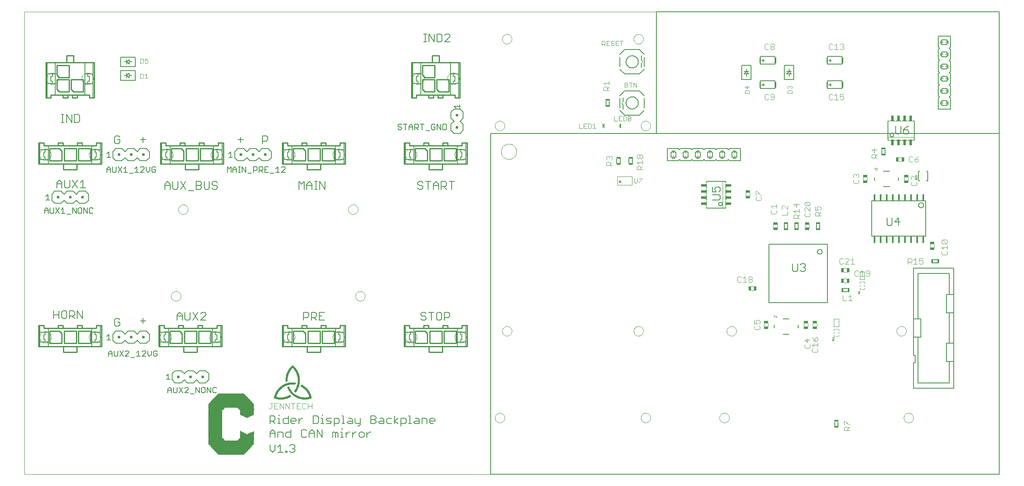
<source format=gto>
G75*
G70*
%OFA0B0*%
%FSLAX24Y24*%
%IPPOS*%
%LPD*%
%AMOC8*
5,1,8,0,0,1.08239X$1,22.5*
%
%ADD10C,0.0000*%
%ADD11C,0.0060*%
%ADD12C,0.0030*%
%ADD13R,0.0160X0.0530*%
%ADD14C,0.0070*%
%ADD15C,0.0080*%
%ADD16C,0.0010*%
%ADD17C,0.0040*%
%ADD18R,0.0374X0.0197*%
%ADD19R,0.0197X0.0374*%
%ADD20R,0.0340X0.0160*%
%ADD21R,0.0160X0.0340*%
%ADD22C,0.0020*%
%ADD23C,0.0050*%
%ADD24R,0.0450X0.0200*%
%ADD25C,0.0039*%
%ADD26R,0.0200X0.0450*%
%ADD27C,0.0100*%
%ADD28C,0.0079*%
%ADD29R,0.0200X0.0200*%
%ADD30R,0.0100X0.0200*%
%ADD31R,0.0200X0.0100*%
%ADD32R,0.2150X0.0050*%
%ADD33R,0.2250X0.0050*%
%ADD34R,0.2350X0.0050*%
%ADD35R,0.2450X0.0050*%
%ADD36R,0.2550X0.0050*%
%ADD37R,0.2650X0.0050*%
%ADD38R,0.2750X0.0050*%
%ADD39R,0.2850X0.0050*%
%ADD40R,0.2950X0.0050*%
%ADD41R,0.3050X0.0050*%
%ADD42R,0.3150X0.0050*%
%ADD43R,0.3350X0.0050*%
%ADD44R,0.3400X0.0050*%
%ADD45R,0.3450X0.0050*%
%ADD46R,0.3550X0.0050*%
%ADD47R,0.3650X0.0050*%
%ADD48R,0.3750X0.0050*%
%ADD49R,0.1350X0.0050*%
%ADD50R,0.1300X0.0050*%
%ADD51R,0.1250X0.0050*%
%ADD52R,0.1200X0.0050*%
%ADD53R,0.1150X0.0050*%
%ADD54R,0.0550X0.0050*%
%ADD55R,0.0450X0.0050*%
%ADD56R,0.0350X0.0050*%
%ADD57R,0.0250X0.0050*%
%ADD58R,0.0200X0.0050*%
%ADD59R,0.0150X0.0050*%
%ADD60R,0.0100X0.0050*%
%ADD61R,0.0050X0.0050*%
%ADD62R,0.0700X0.0050*%
%ADD63R,0.0950X0.0050*%
%ADD64R,0.3700X0.0050*%
%ADD65R,0.3600X0.0050*%
%ADD66R,0.3500X0.0050*%
%ADD67R,0.3200X0.0050*%
D10*
X001625Y002625D02*
X001625Y040625D01*
X081625Y040625D01*
X081625Y002625D01*
X001625Y002625D01*
X002873Y013875D02*
X002875Y013918D01*
X002881Y013961D01*
X002891Y014003D01*
X002904Y014044D01*
X002921Y014083D01*
X002942Y014121D01*
X002966Y014157D01*
X002993Y014191D01*
X003023Y014221D01*
X003056Y014249D01*
X003092Y014274D01*
X003129Y014296D01*
X003168Y014314D01*
X003209Y014328D01*
X003251Y014339D01*
X003293Y014346D01*
X003336Y014349D01*
X003379Y014348D01*
X003422Y014343D01*
X003464Y014334D01*
X003506Y014322D01*
X003546Y014305D01*
X003584Y014285D01*
X003620Y014262D01*
X003654Y014236D01*
X003686Y014206D01*
X003715Y014174D01*
X003740Y014139D01*
X003763Y014103D01*
X003782Y014064D01*
X003797Y014024D01*
X003809Y013982D01*
X003817Y013940D01*
X003821Y013897D01*
X003821Y013853D01*
X003817Y013810D01*
X003809Y013768D01*
X003797Y013726D01*
X003782Y013686D01*
X003763Y013647D01*
X003740Y013611D01*
X003715Y013576D01*
X003686Y013544D01*
X003654Y013514D01*
X003620Y013488D01*
X003584Y013465D01*
X003546Y013445D01*
X003506Y013428D01*
X003464Y013416D01*
X003422Y013407D01*
X003379Y013402D01*
X003336Y013401D01*
X003293Y013404D01*
X003251Y013411D01*
X003209Y013422D01*
X003168Y013436D01*
X003129Y013454D01*
X003092Y013476D01*
X003056Y013501D01*
X003023Y013529D01*
X002993Y013559D01*
X002966Y013593D01*
X002942Y013629D01*
X002921Y013667D01*
X002904Y013706D01*
X002891Y013747D01*
X002881Y013789D01*
X002875Y013832D01*
X002873Y013875D01*
X006929Y013875D02*
X006931Y013918D01*
X006937Y013961D01*
X006947Y014003D01*
X006960Y014044D01*
X006977Y014083D01*
X006998Y014121D01*
X007022Y014157D01*
X007049Y014191D01*
X007079Y014221D01*
X007112Y014249D01*
X007148Y014274D01*
X007185Y014296D01*
X007224Y014314D01*
X007265Y014328D01*
X007307Y014339D01*
X007349Y014346D01*
X007392Y014349D01*
X007435Y014348D01*
X007478Y014343D01*
X007520Y014334D01*
X007562Y014322D01*
X007602Y014305D01*
X007640Y014285D01*
X007676Y014262D01*
X007710Y014236D01*
X007742Y014206D01*
X007771Y014174D01*
X007796Y014139D01*
X007819Y014103D01*
X007838Y014064D01*
X007853Y014024D01*
X007865Y013982D01*
X007873Y013940D01*
X007877Y013897D01*
X007877Y013853D01*
X007873Y013810D01*
X007865Y013768D01*
X007853Y013726D01*
X007838Y013686D01*
X007819Y013647D01*
X007796Y013611D01*
X007771Y013576D01*
X007742Y013544D01*
X007710Y013514D01*
X007676Y013488D01*
X007640Y013465D01*
X007602Y013445D01*
X007562Y013428D01*
X007520Y013416D01*
X007478Y013407D01*
X007435Y013402D01*
X007392Y013401D01*
X007349Y013404D01*
X007307Y013411D01*
X007265Y013422D01*
X007224Y013436D01*
X007185Y013454D01*
X007148Y013476D01*
X007112Y013501D01*
X007079Y013529D01*
X007049Y013559D01*
X007022Y013593D01*
X006998Y013629D01*
X006977Y013667D01*
X006960Y013706D01*
X006947Y013747D01*
X006937Y013789D01*
X006931Y013832D01*
X006929Y013875D01*
X012748Y013875D02*
X012750Y013918D01*
X012756Y013961D01*
X012766Y014003D01*
X012779Y014044D01*
X012796Y014083D01*
X012817Y014121D01*
X012841Y014157D01*
X012868Y014191D01*
X012898Y014221D01*
X012931Y014249D01*
X012967Y014274D01*
X013004Y014296D01*
X013043Y014314D01*
X013084Y014328D01*
X013126Y014339D01*
X013168Y014346D01*
X013211Y014349D01*
X013254Y014348D01*
X013297Y014343D01*
X013339Y014334D01*
X013381Y014322D01*
X013421Y014305D01*
X013459Y014285D01*
X013495Y014262D01*
X013529Y014236D01*
X013561Y014206D01*
X013590Y014174D01*
X013615Y014139D01*
X013638Y014103D01*
X013657Y014064D01*
X013672Y014024D01*
X013684Y013982D01*
X013692Y013940D01*
X013696Y013897D01*
X013696Y013853D01*
X013692Y013810D01*
X013684Y013768D01*
X013672Y013726D01*
X013657Y013686D01*
X013638Y013647D01*
X013615Y013611D01*
X013590Y013576D01*
X013561Y013544D01*
X013529Y013514D01*
X013495Y013488D01*
X013459Y013465D01*
X013421Y013445D01*
X013381Y013428D01*
X013339Y013416D01*
X013297Y013407D01*
X013254Y013402D01*
X013211Y013401D01*
X013168Y013404D01*
X013126Y013411D01*
X013084Y013422D01*
X013043Y013436D01*
X013004Y013454D01*
X012967Y013476D01*
X012931Y013501D01*
X012898Y013529D01*
X012868Y013559D01*
X012841Y013593D01*
X012817Y013629D01*
X012796Y013667D01*
X012779Y013706D01*
X012766Y013747D01*
X012756Y013789D01*
X012750Y013832D01*
X012748Y013875D01*
X016804Y013875D02*
X016806Y013918D01*
X016812Y013961D01*
X016822Y014003D01*
X016835Y014044D01*
X016852Y014083D01*
X016873Y014121D01*
X016897Y014157D01*
X016924Y014191D01*
X016954Y014221D01*
X016987Y014249D01*
X017023Y014274D01*
X017060Y014296D01*
X017099Y014314D01*
X017140Y014328D01*
X017182Y014339D01*
X017224Y014346D01*
X017267Y014349D01*
X017310Y014348D01*
X017353Y014343D01*
X017395Y014334D01*
X017437Y014322D01*
X017477Y014305D01*
X017515Y014285D01*
X017551Y014262D01*
X017585Y014236D01*
X017617Y014206D01*
X017646Y014174D01*
X017671Y014139D01*
X017694Y014103D01*
X017713Y014064D01*
X017728Y014024D01*
X017740Y013982D01*
X017748Y013940D01*
X017752Y013897D01*
X017752Y013853D01*
X017748Y013810D01*
X017740Y013768D01*
X017728Y013726D01*
X017713Y013686D01*
X017694Y013647D01*
X017671Y013611D01*
X017646Y013576D01*
X017617Y013544D01*
X017585Y013514D01*
X017551Y013488D01*
X017515Y013465D01*
X017477Y013445D01*
X017437Y013428D01*
X017395Y013416D01*
X017353Y013407D01*
X017310Y013402D01*
X017267Y013401D01*
X017224Y013404D01*
X017182Y013411D01*
X017140Y013422D01*
X017099Y013436D01*
X017060Y013454D01*
X017023Y013476D01*
X016987Y013501D01*
X016954Y013529D01*
X016924Y013559D01*
X016897Y013593D01*
X016873Y013629D01*
X016852Y013667D01*
X016835Y013706D01*
X016822Y013747D01*
X016812Y013789D01*
X016806Y013832D01*
X016804Y013875D01*
X013672Y017251D02*
X013674Y017290D01*
X013680Y017329D01*
X013690Y017367D01*
X013703Y017404D01*
X013720Y017439D01*
X013740Y017473D01*
X013764Y017504D01*
X013791Y017533D01*
X013820Y017559D01*
X013852Y017582D01*
X013886Y017602D01*
X013922Y017618D01*
X013959Y017630D01*
X013998Y017639D01*
X014037Y017644D01*
X014076Y017645D01*
X014115Y017642D01*
X014154Y017635D01*
X014191Y017624D01*
X014228Y017610D01*
X014263Y017592D01*
X014296Y017571D01*
X014327Y017546D01*
X014355Y017519D01*
X014380Y017489D01*
X014402Y017456D01*
X014421Y017422D01*
X014436Y017386D01*
X014448Y017348D01*
X014456Y017310D01*
X014460Y017271D01*
X014460Y017231D01*
X014456Y017192D01*
X014448Y017154D01*
X014436Y017116D01*
X014421Y017080D01*
X014402Y017046D01*
X014380Y017013D01*
X014355Y016983D01*
X014327Y016956D01*
X014296Y016931D01*
X014263Y016910D01*
X014228Y016892D01*
X014191Y016878D01*
X014154Y016867D01*
X014115Y016860D01*
X014076Y016857D01*
X014037Y016858D01*
X013998Y016863D01*
X013959Y016872D01*
X013922Y016884D01*
X013886Y016900D01*
X013852Y016920D01*
X013820Y016943D01*
X013791Y016969D01*
X013764Y016998D01*
X013740Y017029D01*
X013720Y017063D01*
X013703Y017098D01*
X013690Y017135D01*
X013680Y017173D01*
X013674Y017212D01*
X013672Y017251D01*
X022873Y013875D02*
X022875Y013918D01*
X022881Y013961D01*
X022891Y014003D01*
X022904Y014044D01*
X022921Y014083D01*
X022942Y014121D01*
X022966Y014157D01*
X022993Y014191D01*
X023023Y014221D01*
X023056Y014249D01*
X023092Y014274D01*
X023129Y014296D01*
X023168Y014314D01*
X023209Y014328D01*
X023251Y014339D01*
X023293Y014346D01*
X023336Y014349D01*
X023379Y014348D01*
X023422Y014343D01*
X023464Y014334D01*
X023506Y014322D01*
X023546Y014305D01*
X023584Y014285D01*
X023620Y014262D01*
X023654Y014236D01*
X023686Y014206D01*
X023715Y014174D01*
X023740Y014139D01*
X023763Y014103D01*
X023782Y014064D01*
X023797Y014024D01*
X023809Y013982D01*
X023817Y013940D01*
X023821Y013897D01*
X023821Y013853D01*
X023817Y013810D01*
X023809Y013768D01*
X023797Y013726D01*
X023782Y013686D01*
X023763Y013647D01*
X023740Y013611D01*
X023715Y013576D01*
X023686Y013544D01*
X023654Y013514D01*
X023620Y013488D01*
X023584Y013465D01*
X023546Y013445D01*
X023506Y013428D01*
X023464Y013416D01*
X023422Y013407D01*
X023379Y013402D01*
X023336Y013401D01*
X023293Y013404D01*
X023251Y013411D01*
X023209Y013422D01*
X023168Y013436D01*
X023129Y013454D01*
X023092Y013476D01*
X023056Y013501D01*
X023023Y013529D01*
X022993Y013559D01*
X022966Y013593D01*
X022942Y013629D01*
X022921Y013667D01*
X022904Y013706D01*
X022891Y013747D01*
X022881Y013789D01*
X022875Y013832D01*
X022873Y013875D01*
X026929Y013875D02*
X026931Y013918D01*
X026937Y013961D01*
X026947Y014003D01*
X026960Y014044D01*
X026977Y014083D01*
X026998Y014121D01*
X027022Y014157D01*
X027049Y014191D01*
X027079Y014221D01*
X027112Y014249D01*
X027148Y014274D01*
X027185Y014296D01*
X027224Y014314D01*
X027265Y014328D01*
X027307Y014339D01*
X027349Y014346D01*
X027392Y014349D01*
X027435Y014348D01*
X027478Y014343D01*
X027520Y014334D01*
X027562Y014322D01*
X027602Y014305D01*
X027640Y014285D01*
X027676Y014262D01*
X027710Y014236D01*
X027742Y014206D01*
X027771Y014174D01*
X027796Y014139D01*
X027819Y014103D01*
X027838Y014064D01*
X027853Y014024D01*
X027865Y013982D01*
X027873Y013940D01*
X027877Y013897D01*
X027877Y013853D01*
X027873Y013810D01*
X027865Y013768D01*
X027853Y013726D01*
X027838Y013686D01*
X027819Y013647D01*
X027796Y013611D01*
X027771Y013576D01*
X027742Y013544D01*
X027710Y013514D01*
X027676Y013488D01*
X027640Y013465D01*
X027602Y013445D01*
X027562Y013428D01*
X027520Y013416D01*
X027478Y013407D01*
X027435Y013402D01*
X027392Y013401D01*
X027349Y013404D01*
X027307Y013411D01*
X027265Y013422D01*
X027224Y013436D01*
X027185Y013454D01*
X027148Y013476D01*
X027112Y013501D01*
X027079Y013529D01*
X027049Y013559D01*
X027022Y013593D01*
X026998Y013629D01*
X026977Y013667D01*
X026960Y013706D01*
X026947Y013747D01*
X026937Y013789D01*
X026931Y013832D01*
X026929Y013875D01*
X028790Y017251D02*
X028792Y017290D01*
X028798Y017329D01*
X028808Y017367D01*
X028821Y017404D01*
X028838Y017439D01*
X028858Y017473D01*
X028882Y017504D01*
X028909Y017533D01*
X028938Y017559D01*
X028970Y017582D01*
X029004Y017602D01*
X029040Y017618D01*
X029077Y017630D01*
X029116Y017639D01*
X029155Y017644D01*
X029194Y017645D01*
X029233Y017642D01*
X029272Y017635D01*
X029309Y017624D01*
X029346Y017610D01*
X029381Y017592D01*
X029414Y017571D01*
X029445Y017546D01*
X029473Y017519D01*
X029498Y017489D01*
X029520Y017456D01*
X029539Y017422D01*
X029554Y017386D01*
X029566Y017348D01*
X029574Y017310D01*
X029578Y017271D01*
X029578Y017231D01*
X029574Y017192D01*
X029566Y017154D01*
X029554Y017116D01*
X029539Y017080D01*
X029520Y017046D01*
X029498Y017013D01*
X029473Y016983D01*
X029445Y016956D01*
X029414Y016931D01*
X029381Y016910D01*
X029346Y016892D01*
X029309Y016878D01*
X029272Y016867D01*
X029233Y016860D01*
X029194Y016857D01*
X029155Y016858D01*
X029116Y016863D01*
X029077Y016872D01*
X029040Y016884D01*
X029004Y016900D01*
X028970Y016920D01*
X028938Y016943D01*
X028909Y016969D01*
X028882Y016998D01*
X028858Y017029D01*
X028838Y017063D01*
X028821Y017098D01*
X028808Y017135D01*
X028798Y017173D01*
X028792Y017212D01*
X028790Y017251D01*
X032873Y013875D02*
X032875Y013918D01*
X032881Y013961D01*
X032891Y014003D01*
X032904Y014044D01*
X032921Y014083D01*
X032942Y014121D01*
X032966Y014157D01*
X032993Y014191D01*
X033023Y014221D01*
X033056Y014249D01*
X033092Y014274D01*
X033129Y014296D01*
X033168Y014314D01*
X033209Y014328D01*
X033251Y014339D01*
X033293Y014346D01*
X033336Y014349D01*
X033379Y014348D01*
X033422Y014343D01*
X033464Y014334D01*
X033506Y014322D01*
X033546Y014305D01*
X033584Y014285D01*
X033620Y014262D01*
X033654Y014236D01*
X033686Y014206D01*
X033715Y014174D01*
X033740Y014139D01*
X033763Y014103D01*
X033782Y014064D01*
X033797Y014024D01*
X033809Y013982D01*
X033817Y013940D01*
X033821Y013897D01*
X033821Y013853D01*
X033817Y013810D01*
X033809Y013768D01*
X033797Y013726D01*
X033782Y013686D01*
X033763Y013647D01*
X033740Y013611D01*
X033715Y013576D01*
X033686Y013544D01*
X033654Y013514D01*
X033620Y013488D01*
X033584Y013465D01*
X033546Y013445D01*
X033506Y013428D01*
X033464Y013416D01*
X033422Y013407D01*
X033379Y013402D01*
X033336Y013401D01*
X033293Y013404D01*
X033251Y013411D01*
X033209Y013422D01*
X033168Y013436D01*
X033129Y013454D01*
X033092Y013476D01*
X033056Y013501D01*
X033023Y013529D01*
X032993Y013559D01*
X032966Y013593D01*
X032942Y013629D01*
X032921Y013667D01*
X032904Y013706D01*
X032891Y013747D01*
X032881Y013789D01*
X032875Y013832D01*
X032873Y013875D01*
X036929Y013875D02*
X036931Y013918D01*
X036937Y013961D01*
X036947Y014003D01*
X036960Y014044D01*
X036977Y014083D01*
X036998Y014121D01*
X037022Y014157D01*
X037049Y014191D01*
X037079Y014221D01*
X037112Y014249D01*
X037148Y014274D01*
X037185Y014296D01*
X037224Y014314D01*
X037265Y014328D01*
X037307Y014339D01*
X037349Y014346D01*
X037392Y014349D01*
X037435Y014348D01*
X037478Y014343D01*
X037520Y014334D01*
X037562Y014322D01*
X037602Y014305D01*
X037640Y014285D01*
X037676Y014262D01*
X037710Y014236D01*
X037742Y014206D01*
X037771Y014174D01*
X037796Y014139D01*
X037819Y014103D01*
X037838Y014064D01*
X037853Y014024D01*
X037865Y013982D01*
X037873Y013940D01*
X037877Y013897D01*
X037877Y013853D01*
X037873Y013810D01*
X037865Y013768D01*
X037853Y013726D01*
X037838Y013686D01*
X037819Y013647D01*
X037796Y013611D01*
X037771Y013576D01*
X037742Y013544D01*
X037710Y013514D01*
X037676Y013488D01*
X037640Y013465D01*
X037602Y013445D01*
X037562Y013428D01*
X037520Y013416D01*
X037478Y013407D01*
X037435Y013402D01*
X037392Y013401D01*
X037349Y013404D01*
X037307Y013411D01*
X037265Y013422D01*
X037224Y013436D01*
X037185Y013454D01*
X037148Y013476D01*
X037112Y013501D01*
X037079Y013529D01*
X037049Y013559D01*
X037022Y013593D01*
X036998Y013629D01*
X036977Y013667D01*
X036960Y013706D01*
X036947Y013747D01*
X036937Y013789D01*
X036931Y013832D01*
X036929Y013875D01*
X040837Y014377D02*
X040839Y014416D01*
X040845Y014455D01*
X040855Y014493D01*
X040868Y014530D01*
X040885Y014565D01*
X040905Y014599D01*
X040929Y014630D01*
X040956Y014659D01*
X040985Y014685D01*
X041017Y014708D01*
X041051Y014728D01*
X041087Y014744D01*
X041124Y014756D01*
X041163Y014765D01*
X041202Y014770D01*
X041241Y014771D01*
X041280Y014768D01*
X041319Y014761D01*
X041356Y014750D01*
X041393Y014736D01*
X041428Y014718D01*
X041461Y014697D01*
X041492Y014672D01*
X041520Y014645D01*
X041545Y014615D01*
X041567Y014582D01*
X041586Y014548D01*
X041601Y014512D01*
X041613Y014474D01*
X041621Y014436D01*
X041625Y014397D01*
X041625Y014357D01*
X041621Y014318D01*
X041613Y014280D01*
X041601Y014242D01*
X041586Y014206D01*
X041567Y014172D01*
X041545Y014139D01*
X041520Y014109D01*
X041492Y014082D01*
X041461Y014057D01*
X041428Y014036D01*
X041393Y014018D01*
X041356Y014004D01*
X041319Y013993D01*
X041280Y013986D01*
X041241Y013983D01*
X041202Y013984D01*
X041163Y013989D01*
X041124Y013998D01*
X041087Y014010D01*
X041051Y014026D01*
X041017Y014046D01*
X040985Y014069D01*
X040956Y014095D01*
X040929Y014124D01*
X040905Y014155D01*
X040885Y014189D01*
X040868Y014224D01*
X040855Y014261D01*
X040845Y014299D01*
X040839Y014338D01*
X040837Y014377D01*
X051625Y014377D02*
X051627Y014416D01*
X051633Y014455D01*
X051643Y014493D01*
X051656Y014530D01*
X051673Y014565D01*
X051693Y014599D01*
X051717Y014630D01*
X051744Y014659D01*
X051773Y014685D01*
X051805Y014708D01*
X051839Y014728D01*
X051875Y014744D01*
X051912Y014756D01*
X051951Y014765D01*
X051990Y014770D01*
X052029Y014771D01*
X052068Y014768D01*
X052107Y014761D01*
X052144Y014750D01*
X052181Y014736D01*
X052216Y014718D01*
X052249Y014697D01*
X052280Y014672D01*
X052308Y014645D01*
X052333Y014615D01*
X052355Y014582D01*
X052374Y014548D01*
X052389Y014512D01*
X052401Y014474D01*
X052409Y014436D01*
X052413Y014397D01*
X052413Y014357D01*
X052409Y014318D01*
X052401Y014280D01*
X052389Y014242D01*
X052374Y014206D01*
X052355Y014172D01*
X052333Y014139D01*
X052308Y014109D01*
X052280Y014082D01*
X052249Y014057D01*
X052216Y014036D01*
X052181Y014018D01*
X052144Y014004D01*
X052107Y013993D01*
X052068Y013986D01*
X052029Y013983D01*
X051990Y013984D01*
X051951Y013989D01*
X051912Y013998D01*
X051875Y014010D01*
X051839Y014026D01*
X051805Y014046D01*
X051773Y014069D01*
X051744Y014095D01*
X051717Y014124D01*
X051693Y014155D01*
X051673Y014189D01*
X051656Y014224D01*
X051643Y014261D01*
X051633Y014299D01*
X051627Y014338D01*
X051625Y014377D01*
X059262Y014377D02*
X059264Y014416D01*
X059270Y014455D01*
X059280Y014493D01*
X059293Y014530D01*
X059310Y014565D01*
X059330Y014599D01*
X059354Y014630D01*
X059381Y014659D01*
X059410Y014685D01*
X059442Y014708D01*
X059476Y014728D01*
X059512Y014744D01*
X059549Y014756D01*
X059588Y014765D01*
X059627Y014770D01*
X059666Y014771D01*
X059705Y014768D01*
X059744Y014761D01*
X059781Y014750D01*
X059818Y014736D01*
X059853Y014718D01*
X059886Y014697D01*
X059917Y014672D01*
X059945Y014645D01*
X059970Y014615D01*
X059992Y014582D01*
X060011Y014548D01*
X060026Y014512D01*
X060038Y014474D01*
X060046Y014436D01*
X060050Y014397D01*
X060050Y014357D01*
X060046Y014318D01*
X060038Y014280D01*
X060026Y014242D01*
X060011Y014206D01*
X059992Y014172D01*
X059970Y014139D01*
X059945Y014109D01*
X059917Y014082D01*
X059886Y014057D01*
X059853Y014036D01*
X059818Y014018D01*
X059781Y014004D01*
X059744Y013993D01*
X059705Y013986D01*
X059666Y013983D01*
X059627Y013984D01*
X059588Y013989D01*
X059549Y013998D01*
X059512Y014010D01*
X059476Y014026D01*
X059442Y014046D01*
X059410Y014069D01*
X059381Y014095D01*
X059354Y014124D01*
X059330Y014155D01*
X059310Y014189D01*
X059293Y014224D01*
X059280Y014261D01*
X059270Y014299D01*
X059264Y014338D01*
X059262Y014377D01*
X073200Y014377D02*
X073202Y014416D01*
X073208Y014455D01*
X073218Y014493D01*
X073231Y014530D01*
X073248Y014565D01*
X073268Y014599D01*
X073292Y014630D01*
X073319Y014659D01*
X073348Y014685D01*
X073380Y014708D01*
X073414Y014728D01*
X073450Y014744D01*
X073487Y014756D01*
X073526Y014765D01*
X073565Y014770D01*
X073604Y014771D01*
X073643Y014768D01*
X073682Y014761D01*
X073719Y014750D01*
X073756Y014736D01*
X073791Y014718D01*
X073824Y014697D01*
X073855Y014672D01*
X073883Y014645D01*
X073908Y014615D01*
X073930Y014582D01*
X073949Y014548D01*
X073964Y014512D01*
X073976Y014474D01*
X073984Y014436D01*
X073988Y014397D01*
X073988Y014357D01*
X073984Y014318D01*
X073976Y014280D01*
X073964Y014242D01*
X073949Y014206D01*
X073930Y014172D01*
X073908Y014139D01*
X073883Y014109D01*
X073855Y014082D01*
X073824Y014057D01*
X073791Y014036D01*
X073756Y014018D01*
X073719Y014004D01*
X073682Y013993D01*
X073643Y013986D01*
X073604Y013983D01*
X073565Y013984D01*
X073526Y013989D01*
X073487Y013998D01*
X073450Y014010D01*
X073414Y014026D01*
X073380Y014046D01*
X073348Y014069D01*
X073319Y014095D01*
X073292Y014124D01*
X073268Y014155D01*
X073248Y014189D01*
X073231Y014224D01*
X073218Y014261D01*
X073208Y014299D01*
X073202Y014338D01*
X073200Y014377D01*
X073790Y007251D02*
X073792Y007290D01*
X073798Y007329D01*
X073808Y007367D01*
X073821Y007404D01*
X073838Y007439D01*
X073858Y007473D01*
X073882Y007504D01*
X073909Y007533D01*
X073938Y007559D01*
X073970Y007582D01*
X074004Y007602D01*
X074040Y007618D01*
X074077Y007630D01*
X074116Y007639D01*
X074155Y007644D01*
X074194Y007645D01*
X074233Y007642D01*
X074272Y007635D01*
X074309Y007624D01*
X074346Y007610D01*
X074381Y007592D01*
X074414Y007571D01*
X074445Y007546D01*
X074473Y007519D01*
X074498Y007489D01*
X074520Y007456D01*
X074539Y007422D01*
X074554Y007386D01*
X074566Y007348D01*
X074574Y007310D01*
X074578Y007271D01*
X074578Y007231D01*
X074574Y007192D01*
X074566Y007154D01*
X074554Y007116D01*
X074539Y007080D01*
X074520Y007046D01*
X074498Y007013D01*
X074473Y006983D01*
X074445Y006956D01*
X074414Y006931D01*
X074381Y006910D01*
X074346Y006892D01*
X074309Y006878D01*
X074272Y006867D01*
X074233Y006860D01*
X074194Y006857D01*
X074155Y006858D01*
X074116Y006863D01*
X074077Y006872D01*
X074040Y006884D01*
X074004Y006900D01*
X073970Y006920D01*
X073938Y006943D01*
X073909Y006969D01*
X073882Y006998D01*
X073858Y007029D01*
X073838Y007063D01*
X073821Y007098D01*
X073808Y007135D01*
X073798Y007173D01*
X073792Y007212D01*
X073790Y007251D01*
X058672Y007251D02*
X058674Y007290D01*
X058680Y007329D01*
X058690Y007367D01*
X058703Y007404D01*
X058720Y007439D01*
X058740Y007473D01*
X058764Y007504D01*
X058791Y007533D01*
X058820Y007559D01*
X058852Y007582D01*
X058886Y007602D01*
X058922Y007618D01*
X058959Y007630D01*
X058998Y007639D01*
X059037Y007644D01*
X059076Y007645D01*
X059115Y007642D01*
X059154Y007635D01*
X059191Y007624D01*
X059228Y007610D01*
X059263Y007592D01*
X059296Y007571D01*
X059327Y007546D01*
X059355Y007519D01*
X059380Y007489D01*
X059402Y007456D01*
X059421Y007422D01*
X059436Y007386D01*
X059448Y007348D01*
X059456Y007310D01*
X059460Y007271D01*
X059460Y007231D01*
X059456Y007192D01*
X059448Y007154D01*
X059436Y007116D01*
X059421Y007080D01*
X059402Y007046D01*
X059380Y007013D01*
X059355Y006983D01*
X059327Y006956D01*
X059296Y006931D01*
X059263Y006910D01*
X059228Y006892D01*
X059191Y006878D01*
X059154Y006867D01*
X059115Y006860D01*
X059076Y006857D01*
X059037Y006858D01*
X058998Y006863D01*
X058959Y006872D01*
X058922Y006884D01*
X058886Y006900D01*
X058852Y006920D01*
X058820Y006943D01*
X058791Y006969D01*
X058764Y006998D01*
X058740Y007029D01*
X058720Y007063D01*
X058703Y007098D01*
X058690Y007135D01*
X058680Y007173D01*
X058674Y007212D01*
X058672Y007251D01*
X052215Y007251D02*
X052217Y007290D01*
X052223Y007329D01*
X052233Y007367D01*
X052246Y007404D01*
X052263Y007439D01*
X052283Y007473D01*
X052307Y007504D01*
X052334Y007533D01*
X052363Y007559D01*
X052395Y007582D01*
X052429Y007602D01*
X052465Y007618D01*
X052502Y007630D01*
X052541Y007639D01*
X052580Y007644D01*
X052619Y007645D01*
X052658Y007642D01*
X052697Y007635D01*
X052734Y007624D01*
X052771Y007610D01*
X052806Y007592D01*
X052839Y007571D01*
X052870Y007546D01*
X052898Y007519D01*
X052923Y007489D01*
X052945Y007456D01*
X052964Y007422D01*
X052979Y007386D01*
X052991Y007348D01*
X052999Y007310D01*
X053003Y007271D01*
X053003Y007231D01*
X052999Y007192D01*
X052991Y007154D01*
X052979Y007116D01*
X052964Y007080D01*
X052945Y007046D01*
X052923Y007013D01*
X052898Y006983D01*
X052870Y006956D01*
X052839Y006931D01*
X052806Y006910D01*
X052771Y006892D01*
X052734Y006878D01*
X052697Y006867D01*
X052658Y006860D01*
X052619Y006857D01*
X052580Y006858D01*
X052541Y006863D01*
X052502Y006872D01*
X052465Y006884D01*
X052429Y006900D01*
X052395Y006920D01*
X052363Y006943D01*
X052334Y006969D01*
X052307Y006998D01*
X052283Y007029D01*
X052263Y007063D01*
X052246Y007098D01*
X052233Y007135D01*
X052223Y007173D01*
X052217Y007212D01*
X052215Y007251D01*
X040247Y007251D02*
X040249Y007290D01*
X040255Y007329D01*
X040265Y007367D01*
X040278Y007404D01*
X040295Y007439D01*
X040315Y007473D01*
X040339Y007504D01*
X040366Y007533D01*
X040395Y007559D01*
X040427Y007582D01*
X040461Y007602D01*
X040497Y007618D01*
X040534Y007630D01*
X040573Y007639D01*
X040612Y007644D01*
X040651Y007645D01*
X040690Y007642D01*
X040729Y007635D01*
X040766Y007624D01*
X040803Y007610D01*
X040838Y007592D01*
X040871Y007571D01*
X040902Y007546D01*
X040930Y007519D01*
X040955Y007489D01*
X040977Y007456D01*
X040996Y007422D01*
X041011Y007386D01*
X041023Y007348D01*
X041031Y007310D01*
X041035Y007271D01*
X041035Y007231D01*
X041031Y007192D01*
X041023Y007154D01*
X041011Y007116D01*
X040996Y007080D01*
X040977Y007046D01*
X040955Y007013D01*
X040930Y006983D01*
X040902Y006956D01*
X040871Y006931D01*
X040838Y006910D01*
X040803Y006892D01*
X040766Y006878D01*
X040729Y006867D01*
X040690Y006860D01*
X040651Y006857D01*
X040612Y006858D01*
X040573Y006863D01*
X040534Y006872D01*
X040497Y006884D01*
X040461Y006900D01*
X040427Y006920D01*
X040395Y006943D01*
X040366Y006969D01*
X040339Y006998D01*
X040315Y007029D01*
X040295Y007063D01*
X040278Y007098D01*
X040265Y007135D01*
X040255Y007173D01*
X040249Y007212D01*
X040247Y007251D01*
X028200Y024377D02*
X028202Y024416D01*
X028208Y024455D01*
X028218Y024493D01*
X028231Y024530D01*
X028248Y024565D01*
X028268Y024599D01*
X028292Y024630D01*
X028319Y024659D01*
X028348Y024685D01*
X028380Y024708D01*
X028414Y024728D01*
X028450Y024744D01*
X028487Y024756D01*
X028526Y024765D01*
X028565Y024770D01*
X028604Y024771D01*
X028643Y024768D01*
X028682Y024761D01*
X028719Y024750D01*
X028756Y024736D01*
X028791Y024718D01*
X028824Y024697D01*
X028855Y024672D01*
X028883Y024645D01*
X028908Y024615D01*
X028930Y024582D01*
X028949Y024548D01*
X028964Y024512D01*
X028976Y024474D01*
X028984Y024436D01*
X028988Y024397D01*
X028988Y024357D01*
X028984Y024318D01*
X028976Y024280D01*
X028964Y024242D01*
X028949Y024206D01*
X028930Y024172D01*
X028908Y024139D01*
X028883Y024109D01*
X028855Y024082D01*
X028824Y024057D01*
X028791Y024036D01*
X028756Y024018D01*
X028719Y024004D01*
X028682Y023993D01*
X028643Y023986D01*
X028604Y023983D01*
X028565Y023984D01*
X028526Y023989D01*
X028487Y023998D01*
X028450Y024010D01*
X028414Y024026D01*
X028380Y024046D01*
X028348Y024069D01*
X028319Y024095D01*
X028292Y024124D01*
X028268Y024155D01*
X028248Y024189D01*
X028231Y024224D01*
X028218Y024261D01*
X028208Y024299D01*
X028202Y024338D01*
X028200Y024377D01*
X026929Y028875D02*
X026931Y028918D01*
X026937Y028961D01*
X026947Y029003D01*
X026960Y029044D01*
X026977Y029083D01*
X026998Y029121D01*
X027022Y029157D01*
X027049Y029191D01*
X027079Y029221D01*
X027112Y029249D01*
X027148Y029274D01*
X027185Y029296D01*
X027224Y029314D01*
X027265Y029328D01*
X027307Y029339D01*
X027349Y029346D01*
X027392Y029349D01*
X027435Y029348D01*
X027478Y029343D01*
X027520Y029334D01*
X027562Y029322D01*
X027602Y029305D01*
X027640Y029285D01*
X027676Y029262D01*
X027710Y029236D01*
X027742Y029206D01*
X027771Y029174D01*
X027796Y029139D01*
X027819Y029103D01*
X027838Y029064D01*
X027853Y029024D01*
X027865Y028982D01*
X027873Y028940D01*
X027877Y028897D01*
X027877Y028853D01*
X027873Y028810D01*
X027865Y028768D01*
X027853Y028726D01*
X027838Y028686D01*
X027819Y028647D01*
X027796Y028611D01*
X027771Y028576D01*
X027742Y028544D01*
X027710Y028514D01*
X027676Y028488D01*
X027640Y028465D01*
X027602Y028445D01*
X027562Y028428D01*
X027520Y028416D01*
X027478Y028407D01*
X027435Y028402D01*
X027392Y028401D01*
X027349Y028404D01*
X027307Y028411D01*
X027265Y028422D01*
X027224Y028436D01*
X027185Y028454D01*
X027148Y028476D01*
X027112Y028501D01*
X027079Y028529D01*
X027049Y028559D01*
X027022Y028593D01*
X026998Y028629D01*
X026977Y028667D01*
X026960Y028706D01*
X026947Y028747D01*
X026937Y028789D01*
X026931Y028832D01*
X026929Y028875D01*
X022873Y028875D02*
X022875Y028918D01*
X022881Y028961D01*
X022891Y029003D01*
X022904Y029044D01*
X022921Y029083D01*
X022942Y029121D01*
X022966Y029157D01*
X022993Y029191D01*
X023023Y029221D01*
X023056Y029249D01*
X023092Y029274D01*
X023129Y029296D01*
X023168Y029314D01*
X023209Y029328D01*
X023251Y029339D01*
X023293Y029346D01*
X023336Y029349D01*
X023379Y029348D01*
X023422Y029343D01*
X023464Y029334D01*
X023506Y029322D01*
X023546Y029305D01*
X023584Y029285D01*
X023620Y029262D01*
X023654Y029236D01*
X023686Y029206D01*
X023715Y029174D01*
X023740Y029139D01*
X023763Y029103D01*
X023782Y029064D01*
X023797Y029024D01*
X023809Y028982D01*
X023817Y028940D01*
X023821Y028897D01*
X023821Y028853D01*
X023817Y028810D01*
X023809Y028768D01*
X023797Y028726D01*
X023782Y028686D01*
X023763Y028647D01*
X023740Y028611D01*
X023715Y028576D01*
X023686Y028544D01*
X023654Y028514D01*
X023620Y028488D01*
X023584Y028465D01*
X023546Y028445D01*
X023506Y028428D01*
X023464Y028416D01*
X023422Y028407D01*
X023379Y028402D01*
X023336Y028401D01*
X023293Y028404D01*
X023251Y028411D01*
X023209Y028422D01*
X023168Y028436D01*
X023129Y028454D01*
X023092Y028476D01*
X023056Y028501D01*
X023023Y028529D01*
X022993Y028559D01*
X022966Y028593D01*
X022942Y028629D01*
X022921Y028667D01*
X022904Y028706D01*
X022891Y028747D01*
X022881Y028789D01*
X022875Y028832D01*
X022873Y028875D01*
X016929Y028875D02*
X016931Y028918D01*
X016937Y028961D01*
X016947Y029003D01*
X016960Y029044D01*
X016977Y029083D01*
X016998Y029121D01*
X017022Y029157D01*
X017049Y029191D01*
X017079Y029221D01*
X017112Y029249D01*
X017148Y029274D01*
X017185Y029296D01*
X017224Y029314D01*
X017265Y029328D01*
X017307Y029339D01*
X017349Y029346D01*
X017392Y029349D01*
X017435Y029348D01*
X017478Y029343D01*
X017520Y029334D01*
X017562Y029322D01*
X017602Y029305D01*
X017640Y029285D01*
X017676Y029262D01*
X017710Y029236D01*
X017742Y029206D01*
X017771Y029174D01*
X017796Y029139D01*
X017819Y029103D01*
X017838Y029064D01*
X017853Y029024D01*
X017865Y028982D01*
X017873Y028940D01*
X017877Y028897D01*
X017877Y028853D01*
X017873Y028810D01*
X017865Y028768D01*
X017853Y028726D01*
X017838Y028686D01*
X017819Y028647D01*
X017796Y028611D01*
X017771Y028576D01*
X017742Y028544D01*
X017710Y028514D01*
X017676Y028488D01*
X017640Y028465D01*
X017602Y028445D01*
X017562Y028428D01*
X017520Y028416D01*
X017478Y028407D01*
X017435Y028402D01*
X017392Y028401D01*
X017349Y028404D01*
X017307Y028411D01*
X017265Y028422D01*
X017224Y028436D01*
X017185Y028454D01*
X017148Y028476D01*
X017112Y028501D01*
X017079Y028529D01*
X017049Y028559D01*
X017022Y028593D01*
X016998Y028629D01*
X016977Y028667D01*
X016960Y028706D01*
X016947Y028747D01*
X016937Y028789D01*
X016931Y028832D01*
X016929Y028875D01*
X012873Y028875D02*
X012875Y028918D01*
X012881Y028961D01*
X012891Y029003D01*
X012904Y029044D01*
X012921Y029083D01*
X012942Y029121D01*
X012966Y029157D01*
X012993Y029191D01*
X013023Y029221D01*
X013056Y029249D01*
X013092Y029274D01*
X013129Y029296D01*
X013168Y029314D01*
X013209Y029328D01*
X013251Y029339D01*
X013293Y029346D01*
X013336Y029349D01*
X013379Y029348D01*
X013422Y029343D01*
X013464Y029334D01*
X013506Y029322D01*
X013546Y029305D01*
X013584Y029285D01*
X013620Y029262D01*
X013654Y029236D01*
X013686Y029206D01*
X013715Y029174D01*
X013740Y029139D01*
X013763Y029103D01*
X013782Y029064D01*
X013797Y029024D01*
X013809Y028982D01*
X013817Y028940D01*
X013821Y028897D01*
X013821Y028853D01*
X013817Y028810D01*
X013809Y028768D01*
X013797Y028726D01*
X013782Y028686D01*
X013763Y028647D01*
X013740Y028611D01*
X013715Y028576D01*
X013686Y028544D01*
X013654Y028514D01*
X013620Y028488D01*
X013584Y028465D01*
X013546Y028445D01*
X013506Y028428D01*
X013464Y028416D01*
X013422Y028407D01*
X013379Y028402D01*
X013336Y028401D01*
X013293Y028404D01*
X013251Y028411D01*
X013209Y028422D01*
X013168Y028436D01*
X013129Y028454D01*
X013092Y028476D01*
X013056Y028501D01*
X013023Y028529D01*
X012993Y028559D01*
X012966Y028593D01*
X012942Y028629D01*
X012921Y028667D01*
X012904Y028706D01*
X012891Y028747D01*
X012881Y028789D01*
X012875Y028832D01*
X012873Y028875D01*
X006929Y028875D02*
X006931Y028918D01*
X006937Y028961D01*
X006947Y029003D01*
X006960Y029044D01*
X006977Y029083D01*
X006998Y029121D01*
X007022Y029157D01*
X007049Y029191D01*
X007079Y029221D01*
X007112Y029249D01*
X007148Y029274D01*
X007185Y029296D01*
X007224Y029314D01*
X007265Y029328D01*
X007307Y029339D01*
X007349Y029346D01*
X007392Y029349D01*
X007435Y029348D01*
X007478Y029343D01*
X007520Y029334D01*
X007562Y029322D01*
X007602Y029305D01*
X007640Y029285D01*
X007676Y029262D01*
X007710Y029236D01*
X007742Y029206D01*
X007771Y029174D01*
X007796Y029139D01*
X007819Y029103D01*
X007838Y029064D01*
X007853Y029024D01*
X007865Y028982D01*
X007873Y028940D01*
X007877Y028897D01*
X007877Y028853D01*
X007873Y028810D01*
X007865Y028768D01*
X007853Y028726D01*
X007838Y028686D01*
X007819Y028647D01*
X007796Y028611D01*
X007771Y028576D01*
X007742Y028544D01*
X007710Y028514D01*
X007676Y028488D01*
X007640Y028465D01*
X007602Y028445D01*
X007562Y028428D01*
X007520Y028416D01*
X007478Y028407D01*
X007435Y028402D01*
X007392Y028401D01*
X007349Y028404D01*
X007307Y028411D01*
X007265Y028422D01*
X007224Y028436D01*
X007185Y028454D01*
X007148Y028476D01*
X007112Y028501D01*
X007079Y028529D01*
X007049Y028559D01*
X007022Y028593D01*
X006998Y028629D01*
X006977Y028667D01*
X006960Y028706D01*
X006947Y028747D01*
X006937Y028789D01*
X006931Y028832D01*
X006929Y028875D01*
X002873Y028875D02*
X002875Y028918D01*
X002881Y028961D01*
X002891Y029003D01*
X002904Y029044D01*
X002921Y029083D01*
X002942Y029121D01*
X002966Y029157D01*
X002993Y029191D01*
X003023Y029221D01*
X003056Y029249D01*
X003092Y029274D01*
X003129Y029296D01*
X003168Y029314D01*
X003209Y029328D01*
X003251Y029339D01*
X003293Y029346D01*
X003336Y029349D01*
X003379Y029348D01*
X003422Y029343D01*
X003464Y029334D01*
X003506Y029322D01*
X003546Y029305D01*
X003584Y029285D01*
X003620Y029262D01*
X003654Y029236D01*
X003686Y029206D01*
X003715Y029174D01*
X003740Y029139D01*
X003763Y029103D01*
X003782Y029064D01*
X003797Y029024D01*
X003809Y028982D01*
X003817Y028940D01*
X003821Y028897D01*
X003821Y028853D01*
X003817Y028810D01*
X003809Y028768D01*
X003797Y028726D01*
X003782Y028686D01*
X003763Y028647D01*
X003740Y028611D01*
X003715Y028576D01*
X003686Y028544D01*
X003654Y028514D01*
X003620Y028488D01*
X003584Y028465D01*
X003546Y028445D01*
X003506Y028428D01*
X003464Y028416D01*
X003422Y028407D01*
X003379Y028402D01*
X003336Y028401D01*
X003293Y028404D01*
X003251Y028411D01*
X003209Y028422D01*
X003168Y028436D01*
X003129Y028454D01*
X003092Y028476D01*
X003056Y028501D01*
X003023Y028529D01*
X002993Y028559D01*
X002966Y028593D01*
X002942Y028629D01*
X002921Y028667D01*
X002904Y028706D01*
X002891Y028747D01*
X002881Y028789D01*
X002875Y028832D01*
X002873Y028875D01*
X014262Y024377D02*
X014264Y024416D01*
X014270Y024455D01*
X014280Y024493D01*
X014293Y024530D01*
X014310Y024565D01*
X014330Y024599D01*
X014354Y024630D01*
X014381Y024659D01*
X014410Y024685D01*
X014442Y024708D01*
X014476Y024728D01*
X014512Y024744D01*
X014549Y024756D01*
X014588Y024765D01*
X014627Y024770D01*
X014666Y024771D01*
X014705Y024768D01*
X014744Y024761D01*
X014781Y024750D01*
X014818Y024736D01*
X014853Y024718D01*
X014886Y024697D01*
X014917Y024672D01*
X014945Y024645D01*
X014970Y024615D01*
X014992Y024582D01*
X015011Y024548D01*
X015026Y024512D01*
X015038Y024474D01*
X015046Y024436D01*
X015050Y024397D01*
X015050Y024357D01*
X015046Y024318D01*
X015038Y024280D01*
X015026Y024242D01*
X015011Y024206D01*
X014992Y024172D01*
X014970Y024139D01*
X014945Y024109D01*
X014917Y024082D01*
X014886Y024057D01*
X014853Y024036D01*
X014818Y024018D01*
X014781Y024004D01*
X014744Y023993D01*
X014705Y023986D01*
X014666Y023983D01*
X014627Y023984D01*
X014588Y023989D01*
X014549Y023998D01*
X014512Y024010D01*
X014476Y024026D01*
X014442Y024046D01*
X014410Y024069D01*
X014381Y024095D01*
X014354Y024124D01*
X014330Y024155D01*
X014310Y024189D01*
X014293Y024224D01*
X014280Y024261D01*
X014270Y024299D01*
X014264Y024338D01*
X014262Y024377D01*
X032873Y028875D02*
X032875Y028918D01*
X032881Y028961D01*
X032891Y029003D01*
X032904Y029044D01*
X032921Y029083D01*
X032942Y029121D01*
X032966Y029157D01*
X032993Y029191D01*
X033023Y029221D01*
X033056Y029249D01*
X033092Y029274D01*
X033129Y029296D01*
X033168Y029314D01*
X033209Y029328D01*
X033251Y029339D01*
X033293Y029346D01*
X033336Y029349D01*
X033379Y029348D01*
X033422Y029343D01*
X033464Y029334D01*
X033506Y029322D01*
X033546Y029305D01*
X033584Y029285D01*
X033620Y029262D01*
X033654Y029236D01*
X033686Y029206D01*
X033715Y029174D01*
X033740Y029139D01*
X033763Y029103D01*
X033782Y029064D01*
X033797Y029024D01*
X033809Y028982D01*
X033817Y028940D01*
X033821Y028897D01*
X033821Y028853D01*
X033817Y028810D01*
X033809Y028768D01*
X033797Y028726D01*
X033782Y028686D01*
X033763Y028647D01*
X033740Y028611D01*
X033715Y028576D01*
X033686Y028544D01*
X033654Y028514D01*
X033620Y028488D01*
X033584Y028465D01*
X033546Y028445D01*
X033506Y028428D01*
X033464Y028416D01*
X033422Y028407D01*
X033379Y028402D01*
X033336Y028401D01*
X033293Y028404D01*
X033251Y028411D01*
X033209Y028422D01*
X033168Y028436D01*
X033129Y028454D01*
X033092Y028476D01*
X033056Y028501D01*
X033023Y028529D01*
X032993Y028559D01*
X032966Y028593D01*
X032942Y028629D01*
X032921Y028667D01*
X032904Y028706D01*
X032891Y028747D01*
X032881Y028789D01*
X032875Y028832D01*
X032873Y028875D01*
X036929Y028875D02*
X036931Y028918D01*
X036937Y028961D01*
X036947Y029003D01*
X036960Y029044D01*
X036977Y029083D01*
X036998Y029121D01*
X037022Y029157D01*
X037049Y029191D01*
X037079Y029221D01*
X037112Y029249D01*
X037148Y029274D01*
X037185Y029296D01*
X037224Y029314D01*
X037265Y029328D01*
X037307Y029339D01*
X037349Y029346D01*
X037392Y029349D01*
X037435Y029348D01*
X037478Y029343D01*
X037520Y029334D01*
X037562Y029322D01*
X037602Y029305D01*
X037640Y029285D01*
X037676Y029262D01*
X037710Y029236D01*
X037742Y029206D01*
X037771Y029174D01*
X037796Y029139D01*
X037819Y029103D01*
X037838Y029064D01*
X037853Y029024D01*
X037865Y028982D01*
X037873Y028940D01*
X037877Y028897D01*
X037877Y028853D01*
X037873Y028810D01*
X037865Y028768D01*
X037853Y028726D01*
X037838Y028686D01*
X037819Y028647D01*
X037796Y028611D01*
X037771Y028576D01*
X037742Y028544D01*
X037710Y028514D01*
X037676Y028488D01*
X037640Y028465D01*
X037602Y028445D01*
X037562Y028428D01*
X037520Y028416D01*
X037478Y028407D01*
X037435Y028402D01*
X037392Y028401D01*
X037349Y028404D01*
X037307Y028411D01*
X037265Y028422D01*
X037224Y028436D01*
X037185Y028454D01*
X037148Y028476D01*
X037112Y028501D01*
X037079Y028529D01*
X037049Y028559D01*
X037022Y028593D01*
X036998Y028629D01*
X036977Y028667D01*
X036960Y028706D01*
X036947Y028747D01*
X036937Y028789D01*
X036931Y028832D01*
X036929Y028875D01*
X040745Y029125D02*
X040747Y029175D01*
X040753Y029225D01*
X040763Y029274D01*
X040777Y029322D01*
X040794Y029369D01*
X040815Y029414D01*
X040840Y029458D01*
X040868Y029499D01*
X040900Y029538D01*
X040934Y029575D01*
X040971Y029609D01*
X041011Y029639D01*
X041053Y029666D01*
X041097Y029690D01*
X041143Y029711D01*
X041190Y029727D01*
X041238Y029740D01*
X041288Y029749D01*
X041337Y029754D01*
X041388Y029755D01*
X041438Y029752D01*
X041487Y029745D01*
X041536Y029734D01*
X041584Y029719D01*
X041630Y029701D01*
X041675Y029679D01*
X041718Y029653D01*
X041759Y029624D01*
X041798Y029592D01*
X041834Y029557D01*
X041866Y029519D01*
X041896Y029479D01*
X041923Y029436D01*
X041946Y029392D01*
X041965Y029346D01*
X041981Y029298D01*
X041993Y029249D01*
X042001Y029200D01*
X042005Y029150D01*
X042005Y029100D01*
X042001Y029050D01*
X041993Y029001D01*
X041981Y028952D01*
X041965Y028904D01*
X041946Y028858D01*
X041923Y028814D01*
X041896Y028771D01*
X041866Y028731D01*
X041834Y028693D01*
X041798Y028658D01*
X041759Y028626D01*
X041718Y028597D01*
X041675Y028571D01*
X041630Y028549D01*
X041584Y028531D01*
X041536Y028516D01*
X041487Y028505D01*
X041438Y028498D01*
X041388Y028495D01*
X041337Y028496D01*
X041288Y028501D01*
X041238Y028510D01*
X041190Y028523D01*
X041143Y028539D01*
X041097Y028560D01*
X041053Y028584D01*
X041011Y028611D01*
X040971Y028641D01*
X040934Y028675D01*
X040900Y028712D01*
X040868Y028751D01*
X040840Y028792D01*
X040815Y028836D01*
X040794Y028881D01*
X040777Y028928D01*
X040763Y028976D01*
X040753Y029025D01*
X040747Y029075D01*
X040745Y029125D01*
X040247Y031251D02*
X040249Y031290D01*
X040255Y031329D01*
X040265Y031367D01*
X040278Y031404D01*
X040295Y031439D01*
X040315Y031473D01*
X040339Y031504D01*
X040366Y031533D01*
X040395Y031559D01*
X040427Y031582D01*
X040461Y031602D01*
X040497Y031618D01*
X040534Y031630D01*
X040573Y031639D01*
X040612Y031644D01*
X040651Y031645D01*
X040690Y031642D01*
X040729Y031635D01*
X040766Y031624D01*
X040803Y031610D01*
X040838Y031592D01*
X040871Y031571D01*
X040902Y031546D01*
X040930Y031519D01*
X040955Y031489D01*
X040977Y031456D01*
X040996Y031422D01*
X041011Y031386D01*
X041023Y031348D01*
X041031Y031310D01*
X041035Y031271D01*
X041035Y031231D01*
X041031Y031192D01*
X041023Y031154D01*
X041011Y031116D01*
X040996Y031080D01*
X040977Y031046D01*
X040955Y031013D01*
X040930Y030983D01*
X040902Y030956D01*
X040871Y030931D01*
X040838Y030910D01*
X040803Y030892D01*
X040766Y030878D01*
X040729Y030867D01*
X040690Y030860D01*
X040651Y030857D01*
X040612Y030858D01*
X040573Y030863D01*
X040534Y030872D01*
X040497Y030884D01*
X040461Y030900D01*
X040427Y030920D01*
X040395Y030943D01*
X040366Y030969D01*
X040339Y030998D01*
X040315Y031029D01*
X040295Y031063D01*
X040278Y031098D01*
X040265Y031135D01*
X040255Y031173D01*
X040249Y031212D01*
X040247Y031251D01*
X036338Y035125D02*
X036340Y035168D01*
X036346Y035211D01*
X036356Y035253D01*
X036369Y035294D01*
X036386Y035333D01*
X036407Y035371D01*
X036431Y035407D01*
X036458Y035441D01*
X036488Y035471D01*
X036521Y035499D01*
X036557Y035524D01*
X036594Y035546D01*
X036633Y035564D01*
X036674Y035578D01*
X036716Y035589D01*
X036758Y035596D01*
X036801Y035599D01*
X036844Y035598D01*
X036887Y035593D01*
X036929Y035584D01*
X036971Y035572D01*
X037011Y035555D01*
X037049Y035535D01*
X037085Y035512D01*
X037119Y035486D01*
X037151Y035456D01*
X037180Y035424D01*
X037205Y035389D01*
X037228Y035353D01*
X037247Y035314D01*
X037262Y035274D01*
X037274Y035232D01*
X037282Y035190D01*
X037286Y035147D01*
X037286Y035103D01*
X037282Y035060D01*
X037274Y035018D01*
X037262Y034976D01*
X037247Y034936D01*
X037228Y034897D01*
X037205Y034861D01*
X037180Y034826D01*
X037151Y034794D01*
X037119Y034764D01*
X037085Y034738D01*
X037049Y034715D01*
X037011Y034695D01*
X036971Y034678D01*
X036929Y034666D01*
X036887Y034657D01*
X036844Y034652D01*
X036801Y034651D01*
X036758Y034654D01*
X036716Y034661D01*
X036674Y034672D01*
X036633Y034686D01*
X036594Y034704D01*
X036557Y034726D01*
X036521Y034751D01*
X036488Y034779D01*
X036458Y034809D01*
X036431Y034843D01*
X036407Y034879D01*
X036386Y034917D01*
X036369Y034956D01*
X036356Y034997D01*
X036346Y035039D01*
X036340Y035082D01*
X036338Y035125D01*
X033464Y035125D02*
X033466Y035168D01*
X033472Y035211D01*
X033482Y035253D01*
X033495Y035294D01*
X033512Y035333D01*
X033533Y035371D01*
X033557Y035407D01*
X033584Y035441D01*
X033614Y035471D01*
X033647Y035499D01*
X033683Y035524D01*
X033720Y035546D01*
X033759Y035564D01*
X033800Y035578D01*
X033842Y035589D01*
X033884Y035596D01*
X033927Y035599D01*
X033970Y035598D01*
X034013Y035593D01*
X034055Y035584D01*
X034097Y035572D01*
X034137Y035555D01*
X034175Y035535D01*
X034211Y035512D01*
X034245Y035486D01*
X034277Y035456D01*
X034306Y035424D01*
X034331Y035389D01*
X034354Y035353D01*
X034373Y035314D01*
X034388Y035274D01*
X034400Y035232D01*
X034408Y035190D01*
X034412Y035147D01*
X034412Y035103D01*
X034408Y035060D01*
X034400Y035018D01*
X034388Y034976D01*
X034373Y034936D01*
X034354Y034897D01*
X034331Y034861D01*
X034306Y034826D01*
X034277Y034794D01*
X034245Y034764D01*
X034211Y034738D01*
X034175Y034715D01*
X034137Y034695D01*
X034097Y034678D01*
X034055Y034666D01*
X034013Y034657D01*
X033970Y034652D01*
X033927Y034651D01*
X033884Y034654D01*
X033842Y034661D01*
X033800Y034672D01*
X033759Y034686D01*
X033720Y034704D01*
X033683Y034726D01*
X033647Y034751D01*
X033614Y034779D01*
X033584Y034809D01*
X033557Y034843D01*
X033533Y034879D01*
X033512Y034917D01*
X033495Y034956D01*
X033482Y034997D01*
X033472Y035039D01*
X033466Y035082D01*
X033464Y035125D01*
X040837Y038377D02*
X040839Y038416D01*
X040845Y038455D01*
X040855Y038493D01*
X040868Y038530D01*
X040885Y038565D01*
X040905Y038599D01*
X040929Y038630D01*
X040956Y038659D01*
X040985Y038685D01*
X041017Y038708D01*
X041051Y038728D01*
X041087Y038744D01*
X041124Y038756D01*
X041163Y038765D01*
X041202Y038770D01*
X041241Y038771D01*
X041280Y038768D01*
X041319Y038761D01*
X041356Y038750D01*
X041393Y038736D01*
X041428Y038718D01*
X041461Y038697D01*
X041492Y038672D01*
X041520Y038645D01*
X041545Y038615D01*
X041567Y038582D01*
X041586Y038548D01*
X041601Y038512D01*
X041613Y038474D01*
X041621Y038436D01*
X041625Y038397D01*
X041625Y038357D01*
X041621Y038318D01*
X041613Y038280D01*
X041601Y038242D01*
X041586Y038206D01*
X041567Y038172D01*
X041545Y038139D01*
X041520Y038109D01*
X041492Y038082D01*
X041461Y038057D01*
X041428Y038036D01*
X041393Y038018D01*
X041356Y038004D01*
X041319Y037993D01*
X041280Y037986D01*
X041241Y037983D01*
X041202Y037984D01*
X041163Y037989D01*
X041124Y037998D01*
X041087Y038010D01*
X041051Y038026D01*
X041017Y038046D01*
X040985Y038069D01*
X040956Y038095D01*
X040929Y038124D01*
X040905Y038155D01*
X040885Y038189D01*
X040868Y038224D01*
X040855Y038261D01*
X040845Y038299D01*
X040839Y038338D01*
X040837Y038377D01*
X051625Y038377D02*
X051627Y038416D01*
X051633Y038455D01*
X051643Y038493D01*
X051656Y038530D01*
X051673Y038565D01*
X051693Y038599D01*
X051717Y038630D01*
X051744Y038659D01*
X051773Y038685D01*
X051805Y038708D01*
X051839Y038728D01*
X051875Y038744D01*
X051912Y038756D01*
X051951Y038765D01*
X051990Y038770D01*
X052029Y038771D01*
X052068Y038768D01*
X052107Y038761D01*
X052144Y038750D01*
X052181Y038736D01*
X052216Y038718D01*
X052249Y038697D01*
X052280Y038672D01*
X052308Y038645D01*
X052333Y038615D01*
X052355Y038582D01*
X052374Y038548D01*
X052389Y038512D01*
X052401Y038474D01*
X052409Y038436D01*
X052413Y038397D01*
X052413Y038357D01*
X052409Y038318D01*
X052401Y038280D01*
X052389Y038242D01*
X052374Y038206D01*
X052355Y038172D01*
X052333Y038139D01*
X052308Y038109D01*
X052280Y038082D01*
X052249Y038057D01*
X052216Y038036D01*
X052181Y038018D01*
X052144Y038004D01*
X052107Y037993D01*
X052068Y037986D01*
X052029Y037983D01*
X051990Y037984D01*
X051951Y037989D01*
X051912Y037998D01*
X051875Y038010D01*
X051839Y038026D01*
X051805Y038046D01*
X051773Y038069D01*
X051744Y038095D01*
X051717Y038124D01*
X051693Y038155D01*
X051673Y038189D01*
X051656Y038224D01*
X051643Y038261D01*
X051633Y038299D01*
X051627Y038338D01*
X051625Y038377D01*
X052215Y031251D02*
X052217Y031290D01*
X052223Y031329D01*
X052233Y031367D01*
X052246Y031404D01*
X052263Y031439D01*
X052283Y031473D01*
X052307Y031504D01*
X052334Y031533D01*
X052363Y031559D01*
X052395Y031582D01*
X052429Y031602D01*
X052465Y031618D01*
X052502Y031630D01*
X052541Y031639D01*
X052580Y031644D01*
X052619Y031645D01*
X052658Y031642D01*
X052697Y031635D01*
X052734Y031624D01*
X052771Y031610D01*
X052806Y031592D01*
X052839Y031571D01*
X052870Y031546D01*
X052898Y031519D01*
X052923Y031489D01*
X052945Y031456D01*
X052964Y031422D01*
X052979Y031386D01*
X052991Y031348D01*
X052999Y031310D01*
X053003Y031271D01*
X053003Y031231D01*
X052999Y031192D01*
X052991Y031154D01*
X052979Y031116D01*
X052964Y031080D01*
X052945Y031046D01*
X052923Y031013D01*
X052898Y030983D01*
X052870Y030956D01*
X052839Y030931D01*
X052806Y030910D01*
X052771Y030892D01*
X052734Y030878D01*
X052697Y030867D01*
X052658Y030860D01*
X052619Y030857D01*
X052580Y030858D01*
X052541Y030863D01*
X052502Y030872D01*
X052465Y030884D01*
X052429Y030900D01*
X052395Y030920D01*
X052363Y030943D01*
X052334Y030969D01*
X052307Y030998D01*
X052283Y031029D01*
X052263Y031063D01*
X052246Y031098D01*
X052233Y031135D01*
X052223Y031173D01*
X052217Y031212D01*
X052215Y031251D01*
X006338Y035125D02*
X006340Y035168D01*
X006346Y035211D01*
X006356Y035253D01*
X006369Y035294D01*
X006386Y035333D01*
X006407Y035371D01*
X006431Y035407D01*
X006458Y035441D01*
X006488Y035471D01*
X006521Y035499D01*
X006557Y035524D01*
X006594Y035546D01*
X006633Y035564D01*
X006674Y035578D01*
X006716Y035589D01*
X006758Y035596D01*
X006801Y035599D01*
X006844Y035598D01*
X006887Y035593D01*
X006929Y035584D01*
X006971Y035572D01*
X007011Y035555D01*
X007049Y035535D01*
X007085Y035512D01*
X007119Y035486D01*
X007151Y035456D01*
X007180Y035424D01*
X007205Y035389D01*
X007228Y035353D01*
X007247Y035314D01*
X007262Y035274D01*
X007274Y035232D01*
X007282Y035190D01*
X007286Y035147D01*
X007286Y035103D01*
X007282Y035060D01*
X007274Y035018D01*
X007262Y034976D01*
X007247Y034936D01*
X007228Y034897D01*
X007205Y034861D01*
X007180Y034826D01*
X007151Y034794D01*
X007119Y034764D01*
X007085Y034738D01*
X007049Y034715D01*
X007011Y034695D01*
X006971Y034678D01*
X006929Y034666D01*
X006887Y034657D01*
X006844Y034652D01*
X006801Y034651D01*
X006758Y034654D01*
X006716Y034661D01*
X006674Y034672D01*
X006633Y034686D01*
X006594Y034704D01*
X006557Y034726D01*
X006521Y034751D01*
X006488Y034779D01*
X006458Y034809D01*
X006431Y034843D01*
X006407Y034879D01*
X006386Y034917D01*
X006369Y034956D01*
X006356Y034997D01*
X006346Y035039D01*
X006340Y035082D01*
X006338Y035125D01*
X003464Y035125D02*
X003466Y035168D01*
X003472Y035211D01*
X003482Y035253D01*
X003495Y035294D01*
X003512Y035333D01*
X003533Y035371D01*
X003557Y035407D01*
X003584Y035441D01*
X003614Y035471D01*
X003647Y035499D01*
X003683Y035524D01*
X003720Y035546D01*
X003759Y035564D01*
X003800Y035578D01*
X003842Y035589D01*
X003884Y035596D01*
X003927Y035599D01*
X003970Y035598D01*
X004013Y035593D01*
X004055Y035584D01*
X004097Y035572D01*
X004137Y035555D01*
X004175Y035535D01*
X004211Y035512D01*
X004245Y035486D01*
X004277Y035456D01*
X004306Y035424D01*
X004331Y035389D01*
X004354Y035353D01*
X004373Y035314D01*
X004388Y035274D01*
X004400Y035232D01*
X004408Y035190D01*
X004412Y035147D01*
X004412Y035103D01*
X004408Y035060D01*
X004400Y035018D01*
X004388Y034976D01*
X004373Y034936D01*
X004354Y034897D01*
X004331Y034861D01*
X004306Y034826D01*
X004277Y034794D01*
X004245Y034764D01*
X004211Y034738D01*
X004175Y034715D01*
X004137Y034695D01*
X004097Y034678D01*
X004055Y034666D01*
X004013Y034657D01*
X003970Y034652D01*
X003927Y034651D01*
X003884Y034654D01*
X003842Y034661D01*
X003800Y034672D01*
X003759Y034686D01*
X003720Y034704D01*
X003683Y034726D01*
X003647Y034751D01*
X003614Y034779D01*
X003584Y034809D01*
X003557Y034843D01*
X003533Y034879D01*
X003512Y034917D01*
X003495Y034956D01*
X003482Y034997D01*
X003472Y035039D01*
X003466Y035082D01*
X003464Y035125D01*
D11*
X004655Y032171D02*
X004869Y032171D01*
X004762Y032171D02*
X004762Y031530D01*
X004655Y031530D02*
X004869Y031530D01*
X005085Y031530D02*
X005085Y032171D01*
X005512Y031530D01*
X005512Y032171D01*
X005729Y032171D02*
X005729Y031530D01*
X006050Y031530D01*
X006156Y031637D01*
X006156Y032064D01*
X006050Y032171D01*
X005729Y032171D01*
X009030Y030314D02*
X009030Y029887D01*
X009137Y029780D01*
X009350Y029780D01*
X009457Y029887D01*
X009457Y030100D01*
X009244Y030100D01*
X009457Y030314D02*
X009350Y030421D01*
X009137Y030421D01*
X009030Y030314D01*
X009125Y029375D02*
X008875Y029125D01*
X008875Y028625D01*
X009125Y028375D01*
X009625Y028375D01*
X009875Y028625D01*
X010125Y028375D01*
X010625Y028375D01*
X010875Y028625D01*
X011125Y028375D01*
X011625Y028375D01*
X011875Y028625D01*
X011875Y029125D01*
X011625Y029375D01*
X011125Y029375D01*
X010875Y029125D01*
X010625Y029375D01*
X010125Y029375D01*
X009875Y029125D01*
X009625Y029375D01*
X009125Y029375D01*
X011155Y030100D02*
X011582Y030100D01*
X011369Y030314D02*
X011369Y029887D01*
X013369Y026671D02*
X013582Y026457D01*
X013582Y026030D01*
X013800Y026137D02*
X013906Y026030D01*
X014120Y026030D01*
X014227Y026137D01*
X014227Y026671D01*
X014444Y026671D02*
X014871Y026030D01*
X015089Y025923D02*
X015516Y025923D01*
X015733Y026030D02*
X016053Y026030D01*
X016160Y026137D01*
X016160Y026244D01*
X016053Y026350D01*
X015733Y026350D01*
X015733Y026030D02*
X015733Y026671D01*
X016053Y026671D01*
X016160Y026564D01*
X016160Y026457D01*
X016053Y026350D01*
X016378Y026137D02*
X016485Y026030D01*
X016698Y026030D01*
X016805Y026137D01*
X016805Y026671D01*
X017022Y026564D02*
X017022Y026457D01*
X017129Y026350D01*
X017343Y026350D01*
X017449Y026244D01*
X017449Y026137D01*
X017343Y026030D01*
X017129Y026030D01*
X017022Y026137D01*
X017022Y026564D02*
X017129Y026671D01*
X017343Y026671D01*
X017449Y026564D01*
X016378Y026671D02*
X016378Y026137D01*
X014871Y026671D02*
X014444Y026030D01*
X013800Y026137D02*
X013800Y026671D01*
X013582Y026350D02*
X013155Y026350D01*
X013155Y026457D02*
X013369Y026671D01*
X013155Y026457D02*
X013155Y026030D01*
X018875Y028625D02*
X019125Y028375D01*
X019625Y028375D01*
X019875Y028625D01*
X020125Y028375D01*
X020625Y028375D01*
X020875Y028625D01*
X021125Y028375D01*
X021625Y028375D01*
X021875Y028625D01*
X021875Y029125D01*
X021625Y029375D01*
X021125Y029375D01*
X020875Y029125D01*
X020625Y029375D01*
X020125Y029375D01*
X019875Y029125D01*
X019625Y029375D01*
X019125Y029375D01*
X018875Y029125D01*
X018875Y028625D01*
X019369Y029887D02*
X019369Y030314D01*
X019582Y030100D02*
X019155Y030100D01*
X021155Y029994D02*
X021475Y029994D01*
X021582Y030100D01*
X021582Y030314D01*
X021475Y030421D01*
X021155Y030421D01*
X021155Y029780D01*
X024155Y026671D02*
X024369Y026457D01*
X024582Y026671D01*
X024582Y026030D01*
X024800Y026030D02*
X024800Y026457D01*
X025013Y026671D01*
X025227Y026457D01*
X025227Y026030D01*
X025444Y026030D02*
X025658Y026030D01*
X025551Y026030D02*
X025551Y026671D01*
X025444Y026671D02*
X025658Y026671D01*
X025874Y026671D02*
X026301Y026030D01*
X026301Y026671D01*
X025874Y026671D02*
X025874Y026030D01*
X025227Y026350D02*
X024800Y026350D01*
X024155Y026030D02*
X024155Y026671D01*
X033905Y026564D02*
X033905Y026457D01*
X034012Y026350D01*
X034225Y026350D01*
X034332Y026244D01*
X034332Y026137D01*
X034225Y026030D01*
X034012Y026030D01*
X033905Y026137D01*
X033905Y026564D02*
X034012Y026671D01*
X034225Y026671D01*
X034332Y026564D01*
X034550Y026671D02*
X034977Y026671D01*
X034763Y026671D02*
X034763Y026030D01*
X035194Y026030D02*
X035194Y026457D01*
X035408Y026671D01*
X035621Y026457D01*
X035621Y026030D01*
X035839Y026030D02*
X035839Y026671D01*
X036159Y026671D01*
X036266Y026564D01*
X036266Y026350D01*
X036159Y026244D01*
X035839Y026244D01*
X036052Y026244D02*
X036266Y026030D01*
X036697Y026030D02*
X036697Y026671D01*
X036910Y026671D02*
X036483Y026671D01*
X035621Y026350D02*
X035194Y026350D01*
X036875Y030625D02*
X036625Y030875D01*
X036625Y031375D01*
X036875Y031625D01*
X036625Y031875D01*
X036625Y032375D01*
X036875Y032625D01*
X037375Y032625D01*
X037625Y032375D01*
X037625Y031875D01*
X037375Y031625D01*
X037625Y031375D01*
X037625Y030875D01*
X037375Y030625D01*
X049360Y032955D02*
X049360Y033295D01*
X049640Y033295D02*
X049640Y032955D01*
X054375Y029375D02*
X054375Y028375D01*
X055275Y028375D01*
X055375Y028475D01*
X055475Y028375D01*
X056275Y028375D01*
X056375Y028475D01*
X056475Y028375D01*
X057275Y028375D01*
X057375Y028475D01*
X057475Y028375D01*
X058275Y028375D01*
X058375Y028475D01*
X058475Y028375D01*
X059275Y028375D01*
X059375Y028475D01*
X059475Y028375D01*
X060375Y028375D01*
X060375Y029375D01*
X059475Y029375D01*
X059375Y029275D01*
X059275Y029375D01*
X058475Y029375D01*
X058375Y029275D01*
X058275Y029375D01*
X057475Y029375D01*
X057375Y029275D01*
X057275Y029375D01*
X056475Y029375D01*
X056375Y029275D01*
X056275Y029375D01*
X055475Y029375D01*
X055375Y029275D01*
X055275Y029375D01*
X054375Y029375D01*
X054675Y029075D02*
X054675Y028675D01*
X054775Y028675D01*
X054775Y028575D01*
X054975Y028575D01*
X054975Y028675D01*
X055075Y028675D01*
X055075Y029075D01*
X054975Y029075D01*
X054975Y029175D01*
X054775Y029175D01*
X054775Y029075D01*
X054675Y029075D01*
X055675Y029075D02*
X055675Y028675D01*
X055775Y028675D01*
X055775Y028575D01*
X055975Y028575D01*
X055975Y028675D01*
X056075Y028675D01*
X056075Y029075D01*
X055975Y029075D01*
X055975Y029175D01*
X055775Y029175D01*
X055775Y029075D01*
X055675Y029075D01*
X056675Y029075D02*
X056675Y028675D01*
X056775Y028675D01*
X056775Y028575D01*
X056975Y028575D01*
X056975Y028675D01*
X057075Y028675D01*
X057075Y029075D01*
X056975Y029075D01*
X056975Y029175D01*
X056775Y029175D01*
X056775Y029075D01*
X056675Y029075D01*
X057675Y029075D02*
X057675Y028675D01*
X057775Y028675D01*
X057775Y028575D01*
X057975Y028575D01*
X057975Y028675D01*
X058075Y028675D01*
X058075Y029075D01*
X057975Y029075D01*
X057975Y029175D01*
X057775Y029175D01*
X057775Y029075D01*
X057675Y029075D01*
X058675Y029075D02*
X058675Y028675D01*
X058775Y028675D01*
X058775Y028575D01*
X058975Y028575D01*
X058975Y028675D01*
X059075Y028675D01*
X059075Y029075D01*
X058975Y029075D01*
X058975Y029175D01*
X058775Y029175D01*
X058775Y029075D01*
X058675Y029075D01*
X059675Y029075D02*
X059675Y028675D01*
X059775Y028675D01*
X059775Y028575D01*
X059975Y028575D01*
X059975Y028675D01*
X060075Y028675D01*
X060075Y029075D01*
X059975Y029075D01*
X059975Y029175D01*
X059775Y029175D01*
X059775Y029075D01*
X059675Y029075D01*
X059088Y026672D02*
X058939Y026672D01*
X057688Y026672D01*
X057671Y026670D01*
X057654Y026666D01*
X057638Y026659D01*
X057624Y026649D01*
X057611Y026636D01*
X057601Y026622D01*
X057594Y026606D01*
X057590Y026589D01*
X057588Y026572D01*
X057588Y026494D02*
X057588Y026144D01*
X057588Y026044D02*
X057588Y025644D01*
X057588Y025544D02*
X057588Y025144D01*
X057588Y025044D02*
X057588Y024694D01*
X057588Y024575D02*
X057590Y024558D01*
X057594Y024541D01*
X057601Y024525D01*
X057611Y024511D01*
X057624Y024498D01*
X057638Y024488D01*
X057654Y024481D01*
X057671Y024477D01*
X057688Y024475D01*
X058939Y024475D01*
X059088Y024475D01*
X059105Y024477D01*
X059122Y024481D01*
X059138Y024488D01*
X059152Y024498D01*
X059165Y024511D01*
X059175Y024525D01*
X059182Y024541D01*
X059186Y024558D01*
X059188Y024575D01*
X059188Y024694D02*
X059188Y025044D01*
X059188Y025144D02*
X059188Y025544D01*
X059188Y025644D02*
X059188Y026044D01*
X059188Y026144D02*
X059188Y026494D01*
X059188Y026572D02*
X059186Y026589D01*
X059182Y026606D01*
X059175Y026622D01*
X059165Y026636D01*
X059152Y026649D01*
X059138Y026659D01*
X059122Y026666D01*
X059105Y026670D01*
X059088Y026672D01*
X058613Y026227D02*
X058720Y026120D01*
X058720Y025906D01*
X058613Y025800D01*
X058400Y025800D02*
X058293Y026013D01*
X058293Y026120D01*
X058400Y026227D01*
X058613Y026227D01*
X058400Y025800D02*
X058079Y025800D01*
X058079Y026227D01*
X058079Y025582D02*
X058613Y025582D01*
X058720Y025475D01*
X058720Y025262D01*
X058613Y025155D01*
X058079Y025155D01*
X058598Y024815D02*
X058600Y024839D01*
X058606Y024863D01*
X058615Y024885D01*
X058628Y024905D01*
X058644Y024923D01*
X058663Y024938D01*
X058684Y024951D01*
X058706Y024959D01*
X058730Y024964D01*
X058754Y024965D01*
X058778Y024962D01*
X058801Y024955D01*
X058823Y024945D01*
X058843Y024931D01*
X058860Y024914D01*
X058875Y024895D01*
X058886Y024874D01*
X058894Y024851D01*
X058898Y024827D01*
X058898Y024803D01*
X058894Y024779D01*
X058886Y024756D01*
X058875Y024735D01*
X058860Y024716D01*
X058843Y024699D01*
X058823Y024685D01*
X058801Y024675D01*
X058778Y024668D01*
X058754Y024665D01*
X058730Y024666D01*
X058706Y024671D01*
X058684Y024679D01*
X058663Y024692D01*
X058644Y024707D01*
X058628Y024725D01*
X058615Y024745D01*
X058606Y024767D01*
X058600Y024791D01*
X058598Y024815D01*
X063985Y023170D02*
X063985Y022830D01*
X064265Y022830D02*
X064265Y023170D01*
X064860Y023170D02*
X064860Y022830D01*
X065140Y022830D02*
X065140Y023170D01*
X066610Y023170D02*
X066610Y022830D01*
X066890Y022830D02*
X066890Y023170D01*
X071155Y022180D02*
X075605Y022180D01*
X075605Y025080D01*
X071155Y025080D01*
X071155Y022180D01*
X075005Y024720D02*
X075007Y024749D01*
X075013Y024777D01*
X075022Y024804D01*
X075036Y024829D01*
X075052Y024853D01*
X075072Y024873D01*
X075094Y024892D01*
X075118Y024906D01*
X075145Y024918D01*
X075172Y024926D01*
X075201Y024930D01*
X075229Y024930D01*
X075258Y024926D01*
X075285Y024918D01*
X075312Y024906D01*
X075336Y024892D01*
X075358Y024873D01*
X075378Y024853D01*
X075394Y024829D01*
X075408Y024804D01*
X075417Y024777D01*
X075423Y024749D01*
X075425Y024720D01*
X075423Y024691D01*
X075417Y024663D01*
X075408Y024636D01*
X075394Y024611D01*
X075378Y024587D01*
X075358Y024567D01*
X075336Y024548D01*
X075312Y024534D01*
X075285Y024522D01*
X075258Y024514D01*
X075229Y024510D01*
X075201Y024510D01*
X075172Y024514D01*
X075145Y024522D01*
X075118Y024534D01*
X075094Y024548D01*
X075072Y024567D01*
X075052Y024587D01*
X075036Y024611D01*
X075022Y024636D01*
X075013Y024663D01*
X075007Y024691D01*
X075005Y024720D01*
X076205Y020265D02*
X076545Y020265D01*
X076545Y019985D02*
X076205Y019985D01*
X069170Y017890D02*
X068830Y017890D01*
X068830Y017610D02*
X069170Y017610D01*
X065727Y019387D02*
X065620Y019280D01*
X065406Y019280D01*
X065300Y019387D01*
X065082Y019387D02*
X065082Y019921D01*
X065300Y019814D02*
X065406Y019921D01*
X065620Y019921D01*
X065727Y019814D01*
X065727Y019707D01*
X065620Y019600D01*
X065727Y019494D01*
X065727Y019387D01*
X065620Y019600D02*
X065513Y019600D01*
X065082Y019387D02*
X064975Y019280D01*
X064762Y019280D01*
X064655Y019387D01*
X064655Y019921D01*
X051515Y028205D02*
X051515Y028545D01*
X051235Y028545D02*
X051235Y028205D01*
X050515Y028205D02*
X050515Y028545D01*
X050235Y028545D02*
X050235Y028205D01*
X061975Y034405D02*
X061975Y034845D01*
X063275Y034845D02*
X063275Y034405D01*
X063275Y036405D02*
X063275Y036845D01*
X061975Y036845D02*
X061975Y036405D01*
X067475Y036405D02*
X067475Y036845D01*
X068775Y036845D02*
X068775Y036405D01*
X068775Y034845D02*
X068775Y034405D01*
X067475Y034405D02*
X067475Y034845D01*
X072475Y031562D02*
X072475Y030311D01*
X072475Y030162D01*
X072477Y030145D01*
X072481Y030128D01*
X072488Y030112D01*
X072498Y030098D01*
X072511Y030085D01*
X072525Y030075D01*
X072541Y030068D01*
X072558Y030064D01*
X072575Y030062D01*
X072694Y030062D02*
X073044Y030062D01*
X073144Y030062D02*
X073544Y030062D01*
X073644Y030062D02*
X074044Y030062D01*
X074144Y030062D02*
X074494Y030062D01*
X074572Y030062D02*
X074589Y030064D01*
X074606Y030068D01*
X074622Y030075D01*
X074636Y030085D01*
X074649Y030098D01*
X074659Y030112D01*
X074666Y030128D01*
X074670Y030145D01*
X074672Y030162D01*
X074672Y030311D01*
X074672Y031562D01*
X074670Y031579D01*
X074666Y031596D01*
X074659Y031612D01*
X074649Y031626D01*
X074636Y031639D01*
X074622Y031649D01*
X074606Y031656D01*
X074589Y031660D01*
X074572Y031662D01*
X074494Y031662D02*
X074144Y031662D01*
X074044Y031662D02*
X073644Y031662D01*
X073544Y031662D02*
X073144Y031662D01*
X073044Y031662D02*
X072694Y031662D01*
X072575Y031662D02*
X072558Y031660D01*
X072541Y031656D01*
X072525Y031649D01*
X072511Y031639D01*
X072498Y031626D01*
X072488Y031612D01*
X072481Y031596D01*
X072477Y031579D01*
X072475Y031562D01*
X073116Y031221D02*
X073116Y030687D01*
X073223Y030580D01*
X073436Y030580D01*
X073543Y030687D01*
X073543Y031221D01*
X073760Y030900D02*
X074081Y030900D01*
X074187Y030794D01*
X074187Y030687D01*
X074081Y030580D01*
X073867Y030580D01*
X073760Y030687D01*
X073760Y030900D01*
X073974Y031114D01*
X074187Y031221D01*
X072665Y030502D02*
X072667Y030526D01*
X072673Y030550D01*
X072682Y030572D01*
X072695Y030592D01*
X072711Y030610D01*
X072730Y030625D01*
X072751Y030638D01*
X072773Y030646D01*
X072797Y030651D01*
X072821Y030652D01*
X072845Y030649D01*
X072868Y030642D01*
X072890Y030632D01*
X072910Y030618D01*
X072927Y030601D01*
X072942Y030582D01*
X072953Y030561D01*
X072961Y030538D01*
X072965Y030514D01*
X072965Y030490D01*
X072961Y030466D01*
X072953Y030443D01*
X072942Y030422D01*
X072927Y030403D01*
X072910Y030386D01*
X072890Y030372D01*
X072868Y030362D01*
X072845Y030355D01*
X072821Y030352D01*
X072797Y030353D01*
X072773Y030358D01*
X072751Y030366D01*
X072730Y030379D01*
X072711Y030394D01*
X072695Y030412D01*
X072682Y030432D01*
X072673Y030454D01*
X072667Y030478D01*
X072665Y030502D01*
X072265Y029295D02*
X072265Y028955D01*
X071985Y028955D02*
X071985Y029295D01*
X076625Y032625D02*
X076625Y033525D01*
X076725Y033625D01*
X076625Y033725D01*
X076625Y034525D01*
X076725Y034625D01*
X076625Y034725D01*
X076625Y035525D01*
X076725Y035625D01*
X076625Y035725D01*
X076625Y036525D01*
X076725Y036625D01*
X076625Y036725D01*
X076625Y037525D01*
X076725Y037625D01*
X076625Y037725D01*
X076625Y038625D01*
X077625Y038625D01*
X077625Y037725D01*
X077525Y037625D01*
X077625Y037525D01*
X077625Y036725D01*
X077525Y036625D01*
X077625Y036525D01*
X077625Y035725D01*
X077525Y035625D01*
X077625Y035525D01*
X077625Y034725D01*
X077525Y034625D01*
X077625Y034525D01*
X077625Y033725D01*
X077525Y033625D01*
X077625Y033525D01*
X077625Y032625D01*
X076625Y032625D01*
X076925Y032925D02*
X077325Y032925D01*
X077325Y033025D01*
X077425Y033025D01*
X077425Y033225D01*
X077325Y033225D01*
X077325Y033325D01*
X076925Y033325D01*
X076925Y033225D01*
X076825Y033225D01*
X076825Y033025D01*
X076925Y033025D01*
X076925Y032925D01*
X076925Y033925D02*
X077325Y033925D01*
X077325Y034025D01*
X077425Y034025D01*
X077425Y034225D01*
X077325Y034225D01*
X077325Y034325D01*
X076925Y034325D01*
X076925Y034225D01*
X076825Y034225D01*
X076825Y034025D01*
X076925Y034025D01*
X076925Y033925D01*
X076925Y034925D02*
X077325Y034925D01*
X077325Y035025D01*
X077425Y035025D01*
X077425Y035225D01*
X077325Y035225D01*
X077325Y035325D01*
X076925Y035325D01*
X076925Y035225D01*
X076825Y035225D01*
X076825Y035025D01*
X076925Y035025D01*
X076925Y034925D01*
X076925Y035925D02*
X077325Y035925D01*
X077325Y036025D01*
X077425Y036025D01*
X077425Y036225D01*
X077325Y036225D01*
X077325Y036325D01*
X076925Y036325D01*
X076925Y036225D01*
X076825Y036225D01*
X076825Y036025D01*
X076925Y036025D01*
X076925Y035925D01*
X076925Y036925D02*
X077325Y036925D01*
X077325Y037025D01*
X077425Y037025D01*
X077425Y037225D01*
X077325Y037225D01*
X077325Y037325D01*
X076925Y037325D01*
X076925Y037225D01*
X076825Y037225D01*
X076825Y037025D01*
X076925Y037025D01*
X076925Y036925D01*
X076925Y037925D02*
X077325Y037925D01*
X077325Y038025D01*
X077425Y038025D01*
X077425Y038225D01*
X077325Y038225D01*
X077325Y038325D01*
X076925Y038325D01*
X076925Y038225D01*
X076825Y038225D01*
X076825Y038025D01*
X076925Y038025D01*
X076925Y037925D01*
X036551Y038155D02*
X036124Y038155D01*
X036551Y038582D01*
X036551Y038689D01*
X036444Y038796D01*
X036231Y038796D01*
X036124Y038689D01*
X035906Y038689D02*
X035906Y038262D01*
X035800Y038155D01*
X035479Y038155D01*
X035479Y038796D01*
X035800Y038796D01*
X035906Y038689D01*
X035262Y038796D02*
X035262Y038155D01*
X034835Y038796D01*
X034835Y038155D01*
X034619Y038155D02*
X034405Y038155D01*
X034512Y038155D02*
X034512Y038796D01*
X034405Y038796D02*
X034619Y038796D01*
X006641Y026155D02*
X006214Y026155D01*
X006427Y026155D02*
X006427Y026796D01*
X006214Y026582D01*
X005996Y026796D02*
X005569Y026155D01*
X005352Y026262D02*
X005352Y026796D01*
X005569Y026796D02*
X005996Y026155D01*
X006125Y025875D02*
X006625Y025875D01*
X006875Y025625D01*
X006875Y025125D01*
X006625Y024875D01*
X006125Y024875D01*
X005875Y025125D01*
X005625Y024875D01*
X005125Y024875D01*
X004875Y025125D01*
X004625Y024875D01*
X004125Y024875D01*
X003875Y025125D01*
X003875Y025625D01*
X004125Y025875D01*
X004625Y025875D01*
X004875Y025625D01*
X005125Y025875D01*
X005625Y025875D01*
X005875Y025625D01*
X006125Y025875D01*
X005352Y026262D02*
X005245Y026155D01*
X005031Y026155D01*
X004925Y026262D01*
X004925Y026796D01*
X004707Y026582D02*
X004707Y026155D01*
X004707Y026475D02*
X004280Y026475D01*
X004280Y026582D02*
X004280Y026155D01*
X004280Y026582D02*
X004494Y026796D01*
X004707Y026582D01*
X004781Y016046D02*
X004675Y015939D01*
X004675Y015512D01*
X004781Y015405D01*
X004995Y015405D01*
X005102Y015512D01*
X005102Y015939D01*
X004995Y016046D01*
X004781Y016046D01*
X004457Y016046D02*
X004457Y015405D01*
X004457Y015725D02*
X004030Y015725D01*
X004030Y015405D02*
X004030Y016046D01*
X005319Y016046D02*
X005319Y015405D01*
X005319Y015619D02*
X005639Y015619D01*
X005746Y015725D01*
X005746Y015939D01*
X005639Y016046D01*
X005319Y016046D01*
X005533Y015619D02*
X005746Y015405D01*
X005964Y015405D02*
X005964Y016046D01*
X006391Y015405D01*
X006391Y016046D01*
X009030Y015314D02*
X009030Y014887D01*
X009137Y014780D01*
X009350Y014780D01*
X009457Y014887D01*
X009457Y015100D01*
X009244Y015100D01*
X009457Y015314D02*
X009350Y015421D01*
X009137Y015421D01*
X009030Y015314D01*
X009125Y014375D02*
X008875Y014125D01*
X008875Y013625D01*
X009125Y013375D01*
X009625Y013375D01*
X009875Y013625D01*
X010125Y013375D01*
X010625Y013375D01*
X010875Y013625D01*
X011125Y013375D01*
X011625Y013375D01*
X011875Y013625D01*
X011875Y014125D01*
X011625Y014375D01*
X011125Y014375D01*
X010875Y014125D01*
X010625Y014375D01*
X010125Y014375D01*
X009875Y014125D01*
X009625Y014375D01*
X009125Y014375D01*
X011155Y015225D02*
X011582Y015225D01*
X011369Y015439D02*
X011369Y015012D01*
X014155Y015280D02*
X014155Y015707D01*
X014369Y015921D01*
X014582Y015707D01*
X014582Y015280D01*
X014800Y015387D02*
X014906Y015280D01*
X015120Y015280D01*
X015227Y015387D01*
X015227Y015921D01*
X015444Y015921D02*
X015871Y015280D01*
X016089Y015280D02*
X016516Y015707D01*
X016516Y015814D01*
X016409Y015921D01*
X016195Y015921D01*
X016089Y015814D01*
X015871Y015921D02*
X015444Y015280D01*
X016089Y015280D02*
X016516Y015280D01*
X014800Y015387D02*
X014800Y015921D01*
X014582Y015600D02*
X014155Y015600D01*
X014000Y011125D02*
X013750Y010875D01*
X013750Y010375D01*
X014000Y010125D01*
X014500Y010125D01*
X014750Y010375D01*
X015000Y010125D01*
X015500Y010125D01*
X015750Y010375D01*
X016000Y010125D01*
X016500Y010125D01*
X016750Y010375D01*
X016750Y010875D01*
X016500Y011125D01*
X016000Y011125D01*
X015750Y010875D01*
X015500Y011125D01*
X015000Y011125D01*
X014750Y010875D01*
X014500Y011125D01*
X014000Y011125D01*
X021780Y007421D02*
X022100Y007421D01*
X022207Y007314D01*
X022207Y007100D01*
X022100Y006994D01*
X021780Y006994D01*
X021994Y006994D02*
X022207Y006780D01*
X022425Y006780D02*
X022638Y006780D01*
X022531Y006780D02*
X022531Y007207D01*
X022425Y007207D01*
X022531Y007421D02*
X022531Y007527D01*
X022854Y007100D02*
X022961Y007207D01*
X023281Y007207D01*
X023281Y007421D02*
X023281Y006780D01*
X022961Y006780D01*
X022854Y006887D01*
X022854Y007100D01*
X023499Y007100D02*
X023499Y006887D01*
X023606Y006780D01*
X023819Y006780D01*
X023926Y006994D02*
X023499Y006994D01*
X023499Y007100D02*
X023606Y007207D01*
X023819Y007207D01*
X023926Y007100D01*
X023926Y006994D01*
X024143Y006994D02*
X024357Y007207D01*
X024464Y007207D01*
X024143Y007207D02*
X024143Y006780D01*
X024465Y006296D02*
X024358Y006189D01*
X024358Y005762D01*
X024465Y005655D01*
X024678Y005655D01*
X024785Y005762D01*
X025003Y005655D02*
X025003Y006082D01*
X025216Y006296D01*
X025430Y006082D01*
X025430Y005655D01*
X025647Y005655D02*
X025647Y006296D01*
X026074Y005655D01*
X026074Y006296D01*
X026076Y006780D02*
X026076Y007207D01*
X025970Y007207D01*
X026076Y007421D02*
X026076Y007527D01*
X025752Y007314D02*
X025645Y007421D01*
X025325Y007421D01*
X025325Y006780D01*
X025645Y006780D01*
X025752Y006887D01*
X025752Y007314D01*
X025970Y006780D02*
X026183Y006780D01*
X026399Y006780D02*
X026720Y006780D01*
X026826Y006887D01*
X026720Y006994D01*
X026506Y006994D01*
X026399Y007100D01*
X026506Y007207D01*
X026826Y007207D01*
X027044Y007207D02*
X027044Y006566D01*
X027044Y006780D02*
X027364Y006780D01*
X027471Y006887D01*
X027471Y007100D01*
X027364Y007207D01*
X027044Y007207D01*
X027688Y007421D02*
X027795Y007421D01*
X027795Y006780D01*
X027688Y006780D02*
X027902Y006780D01*
X028118Y006887D02*
X028225Y006994D01*
X028545Y006994D01*
X028545Y007100D02*
X028545Y006780D01*
X028225Y006780D01*
X028118Y006887D01*
X028225Y007207D02*
X028438Y007207D01*
X028545Y007100D01*
X028763Y007207D02*
X028763Y006887D01*
X028869Y006780D01*
X029190Y006780D01*
X029190Y006673D02*
X029083Y006566D01*
X028976Y006566D01*
X029190Y006673D02*
X029190Y007207D01*
X030052Y007100D02*
X030372Y007100D01*
X030479Y006994D01*
X030479Y006887D01*
X030372Y006780D01*
X030052Y006780D01*
X030052Y007421D01*
X030372Y007421D01*
X030479Y007314D01*
X030479Y007207D01*
X030372Y007100D01*
X030696Y006887D02*
X030803Y006994D01*
X031123Y006994D01*
X031123Y007100D02*
X031123Y006780D01*
X030803Y006780D01*
X030696Y006887D01*
X030803Y007207D02*
X031017Y007207D01*
X031123Y007100D01*
X031341Y007100D02*
X031341Y006887D01*
X031448Y006780D01*
X031768Y006780D01*
X031985Y006780D02*
X031985Y007421D01*
X031768Y007207D02*
X031448Y007207D01*
X031341Y007100D01*
X031985Y006994D02*
X032306Y006780D01*
X032522Y006780D02*
X032843Y006780D01*
X032950Y006887D01*
X032950Y007100D01*
X032843Y007207D01*
X032522Y007207D01*
X032522Y006566D01*
X032306Y007207D02*
X031985Y006994D01*
X033167Y006780D02*
X033381Y006780D01*
X033274Y006780D02*
X033274Y007421D01*
X033167Y007421D01*
X033704Y007207D02*
X033917Y007207D01*
X034024Y007100D01*
X034024Y006780D01*
X033704Y006780D01*
X033597Y006887D01*
X033704Y006994D01*
X034024Y006994D01*
X034241Y007207D02*
X034562Y007207D01*
X034668Y007100D01*
X034668Y006780D01*
X034886Y006887D02*
X034886Y007100D01*
X034993Y007207D01*
X035206Y007207D01*
X035313Y007100D01*
X035313Y006994D01*
X034886Y006994D01*
X034886Y006887D02*
X034993Y006780D01*
X035206Y006780D01*
X034241Y006780D02*
X034241Y007207D01*
X030050Y006082D02*
X029943Y006082D01*
X029729Y005869D01*
X029729Y006082D02*
X029729Y005655D01*
X029512Y005762D02*
X029512Y005975D01*
X029405Y006082D01*
X029192Y006082D01*
X029085Y005975D01*
X029085Y005762D01*
X029192Y005655D01*
X029405Y005655D01*
X029512Y005762D01*
X028868Y006082D02*
X028761Y006082D01*
X028548Y005869D01*
X028548Y006082D02*
X028548Y005655D01*
X028331Y006082D02*
X028224Y006082D01*
X028011Y005869D01*
X028011Y006082D02*
X028011Y005655D01*
X027794Y005655D02*
X027581Y005655D01*
X027688Y005655D02*
X027688Y006082D01*
X027581Y006082D01*
X027688Y006296D02*
X027688Y006402D01*
X027363Y005975D02*
X027363Y005655D01*
X027150Y005655D02*
X027150Y005975D01*
X027257Y006082D01*
X027363Y005975D01*
X027150Y005975D02*
X027043Y006082D01*
X026936Y006082D01*
X026936Y005655D01*
X025430Y005975D02*
X025003Y005975D01*
X024785Y006189D02*
X024678Y006296D01*
X024465Y006296D01*
X023496Y006296D02*
X023496Y005655D01*
X023176Y005655D01*
X023069Y005762D01*
X023069Y005975D01*
X023176Y006082D01*
X023496Y006082D01*
X022852Y005975D02*
X022852Y005655D01*
X022852Y005975D02*
X022745Y006082D01*
X022425Y006082D01*
X022425Y005655D01*
X022207Y005655D02*
X022207Y006082D01*
X021994Y006296D01*
X021780Y006082D01*
X021780Y005655D01*
X021780Y005975D02*
X022207Y005975D01*
X021780Y006780D02*
X021780Y007421D01*
X021780Y005046D02*
X021780Y004619D01*
X021994Y004405D01*
X022207Y004619D01*
X022207Y005046D01*
X022425Y004832D02*
X022638Y005046D01*
X022638Y004405D01*
X022425Y004405D02*
X022852Y004405D01*
X023069Y004405D02*
X023069Y004512D01*
X023176Y004512D01*
X023176Y004405D01*
X023069Y004405D01*
X023391Y004512D02*
X023498Y004405D01*
X023712Y004405D01*
X023818Y004512D01*
X023818Y004619D01*
X023712Y004725D01*
X023605Y004725D01*
X023712Y004725D02*
X023818Y004832D01*
X023818Y004939D01*
X023712Y005046D01*
X023498Y005046D01*
X023391Y004939D01*
X024530Y015280D02*
X024530Y015921D01*
X024850Y015921D01*
X024957Y015814D01*
X024957Y015600D01*
X024850Y015494D01*
X024530Y015494D01*
X025175Y015494D02*
X025495Y015494D01*
X025602Y015600D01*
X025602Y015814D01*
X025495Y015921D01*
X025175Y015921D01*
X025175Y015280D01*
X025388Y015494D02*
X025602Y015280D01*
X025819Y015280D02*
X026246Y015280D01*
X026033Y015600D02*
X025819Y015600D01*
X025819Y015280D02*
X025819Y015921D01*
X026246Y015921D01*
X034155Y015814D02*
X034155Y015707D01*
X034262Y015600D01*
X034475Y015600D01*
X034582Y015494D01*
X034582Y015387D01*
X034475Y015280D01*
X034262Y015280D01*
X034155Y015387D01*
X034155Y015814D02*
X034262Y015921D01*
X034475Y015921D01*
X034582Y015814D01*
X034800Y015921D02*
X035227Y015921D01*
X035013Y015921D02*
X035013Y015280D01*
X035444Y015387D02*
X035444Y015814D01*
X035551Y015921D01*
X035764Y015921D01*
X035871Y015814D01*
X035871Y015387D01*
X035764Y015280D01*
X035551Y015280D01*
X035444Y015387D01*
X036089Y015494D02*
X036409Y015494D01*
X036516Y015600D01*
X036516Y015814D01*
X036409Y015921D01*
X036089Y015921D01*
X036089Y015280D01*
X068110Y006920D02*
X068110Y006580D01*
X068390Y006580D02*
X068390Y006920D01*
D12*
X052046Y026547D02*
X052046Y026609D01*
X052293Y026856D01*
X052293Y026918D01*
X052046Y026918D01*
X051924Y026918D02*
X051924Y026609D01*
X051863Y026547D01*
X051739Y026547D01*
X051677Y026609D01*
X051677Y026918D01*
X048517Y031040D02*
X048270Y031040D01*
X048393Y031040D02*
X048393Y031410D01*
X048270Y031287D01*
X048149Y031349D02*
X048087Y031410D01*
X047902Y031410D01*
X047902Y031040D01*
X048087Y031040D01*
X048149Y031102D01*
X048149Y031349D01*
X047780Y031410D02*
X047533Y031410D01*
X047533Y031040D01*
X047780Y031040D01*
X047657Y031225D02*
X047533Y031225D01*
X047412Y031040D02*
X047165Y031040D01*
X047165Y031410D01*
X050040Y031665D02*
X050287Y031665D01*
X050408Y031665D02*
X050655Y031665D01*
X050777Y031665D02*
X050777Y032035D01*
X050962Y032035D01*
X051024Y031974D01*
X051024Y031727D01*
X050962Y031665D01*
X050777Y031665D01*
X050532Y031850D02*
X050408Y031850D01*
X050408Y032035D02*
X050408Y031665D01*
X050040Y031665D02*
X050040Y032035D01*
X050408Y032035D02*
X050655Y032035D01*
X051145Y031974D02*
X051145Y031727D01*
X051392Y031974D01*
X051392Y031727D01*
X051330Y031665D01*
X051207Y031665D01*
X051145Y031727D01*
X051145Y031974D02*
X051207Y032035D01*
X051330Y032035D01*
X051392Y031974D01*
X051377Y034415D02*
X051377Y034785D01*
X051500Y034785D02*
X051253Y034785D01*
X051132Y034724D02*
X051132Y034662D01*
X051070Y034600D01*
X050885Y034600D01*
X050885Y034415D02*
X051070Y034415D01*
X051132Y034477D01*
X051132Y034538D01*
X051070Y034600D01*
X051132Y034724D02*
X051070Y034785D01*
X050885Y034785D01*
X050885Y034415D01*
X051622Y034415D02*
X051622Y034785D01*
X051869Y034415D01*
X051869Y034785D01*
X050637Y037840D02*
X050637Y038210D01*
X050760Y038210D02*
X050513Y038210D01*
X050392Y038210D02*
X050145Y038210D01*
X050145Y037840D01*
X050392Y037840D01*
X050268Y038025D02*
X050145Y038025D01*
X050024Y037963D02*
X050024Y037902D01*
X049962Y037840D01*
X049838Y037840D01*
X049777Y037902D01*
X049655Y037840D02*
X049408Y037840D01*
X049408Y038210D01*
X049655Y038210D01*
X049777Y038149D02*
X049777Y038087D01*
X049838Y038025D01*
X049962Y038025D01*
X050024Y037963D01*
X050024Y038149D02*
X049962Y038210D01*
X049838Y038210D01*
X049777Y038149D01*
X049532Y038025D02*
X049408Y038025D01*
X049287Y038025D02*
X049225Y037963D01*
X049040Y037963D01*
X049040Y037840D02*
X049040Y038210D01*
X049225Y038210D01*
X049287Y038149D01*
X049287Y038025D01*
X049163Y037963D02*
X049287Y037840D01*
X060765Y034457D02*
X060950Y034272D01*
X060950Y034519D01*
X061135Y034457D02*
X060765Y034457D01*
X060826Y034150D02*
X060765Y034089D01*
X060765Y033903D01*
X061135Y033903D01*
X061135Y034089D01*
X061073Y034150D01*
X060826Y034150D01*
X064265Y034089D02*
X064265Y033903D01*
X064635Y033903D01*
X064635Y034089D01*
X064573Y034150D01*
X064326Y034150D01*
X064265Y034089D01*
X064326Y034272D02*
X064265Y034333D01*
X064265Y034457D01*
X064326Y034519D01*
X064388Y034519D01*
X064450Y034457D01*
X064512Y034519D01*
X064573Y034519D01*
X064635Y034457D01*
X064635Y034333D01*
X064573Y034272D01*
X064450Y034395D02*
X064450Y034457D01*
X011755Y035140D02*
X011508Y035140D01*
X011632Y035140D02*
X011632Y035510D01*
X011508Y035387D01*
X011387Y035449D02*
X011325Y035510D01*
X011140Y035510D01*
X011140Y035140D01*
X011325Y035140D01*
X011387Y035202D01*
X011387Y035449D01*
X011325Y036390D02*
X011387Y036452D01*
X011387Y036699D01*
X011325Y036760D01*
X011140Y036760D01*
X011140Y036390D01*
X011325Y036390D01*
X011508Y036452D02*
X011570Y036390D01*
X011693Y036390D01*
X011755Y036452D01*
X011755Y036575D01*
X011693Y036637D01*
X011632Y036637D01*
X011508Y036575D01*
X011508Y036760D01*
X011755Y036760D01*
D13*
X071375Y025365D03*
X071875Y025365D03*
X072375Y025365D03*
X072875Y025365D03*
X073375Y025365D03*
X073875Y025365D03*
X074375Y025365D03*
X074875Y025365D03*
X075375Y025365D03*
X075375Y021895D03*
X074875Y021895D03*
X074375Y021895D03*
X073875Y021895D03*
X073375Y021895D03*
X072875Y021895D03*
X072375Y021895D03*
X071875Y021895D03*
X071375Y021895D03*
D14*
X072515Y023045D02*
X072725Y023045D01*
X072830Y023150D01*
X072830Y023676D01*
X073055Y023360D02*
X073370Y023676D01*
X073370Y023045D01*
X073475Y023360D02*
X073055Y023360D01*
X072515Y023045D02*
X072410Y023150D01*
X072410Y023676D01*
D15*
X072611Y026245D02*
X072139Y026245D01*
X071391Y026757D02*
X071391Y026993D01*
X072139Y027505D02*
X072611Y027505D01*
X073359Y026993D02*
X073359Y026757D01*
X074981Y026810D02*
X074981Y027440D01*
X074982Y027440D02*
X074988Y027458D01*
X074997Y027476D01*
X075009Y027491D01*
X075025Y027503D01*
X075042Y027512D01*
X075061Y027518D01*
X075080Y027520D01*
X075100Y027518D01*
X075650Y027518D02*
X075668Y027520D01*
X075685Y027519D01*
X075702Y027515D01*
X075718Y027508D01*
X075733Y027498D01*
X075745Y027486D01*
X075755Y027472D01*
X075763Y027456D01*
X075768Y027440D01*
X075769Y027440D02*
X075769Y026810D01*
X075768Y026810D02*
X075763Y026794D01*
X075755Y026778D01*
X075745Y026764D01*
X075733Y026752D01*
X075718Y026742D01*
X075702Y026735D01*
X075685Y026731D01*
X075668Y026730D01*
X075650Y026732D01*
X075100Y026732D02*
X075080Y026730D01*
X075061Y026732D01*
X075042Y026738D01*
X075025Y026747D01*
X075009Y026759D01*
X074997Y026774D01*
X074988Y026792D01*
X074982Y026810D01*
X074596Y019562D02*
X077904Y019562D01*
X077904Y017366D01*
X077293Y017366D01*
X077293Y015884D01*
X077904Y015884D01*
X077904Y013366D01*
X077293Y013366D01*
X077293Y011884D01*
X077904Y011884D01*
X077904Y009688D01*
X074596Y009688D01*
X074596Y011787D01*
X074715Y011787D01*
X074715Y012369D01*
X074596Y012369D01*
X074596Y013884D01*
X074596Y015366D01*
X074596Y019562D01*
X074961Y019119D02*
X077539Y019119D01*
X077539Y017369D01*
X077904Y017366D02*
X077904Y015884D01*
X077539Y015883D02*
X077539Y013367D01*
X077904Y013366D02*
X077904Y011884D01*
X077539Y011881D02*
X077539Y010131D01*
X074961Y010131D01*
X074961Y013884D01*
X075207Y013884D02*
X075207Y015366D01*
X074596Y015366D01*
X074961Y015366D02*
X074961Y019119D01*
X075207Y013884D02*
X074596Y013884D01*
X065109Y014632D02*
X065109Y014868D01*
X064361Y015380D02*
X063889Y015380D01*
X063141Y014868D02*
X063141Y014632D01*
X063889Y014120D02*
X064361Y014120D01*
X050567Y031069D02*
X050567Y031250D01*
X050445Y031158D01*
X050567Y031250D02*
X050567Y031431D01*
X050445Y031336D02*
X050561Y031260D01*
X049192Y031250D02*
X049192Y031431D01*
X049070Y031336D02*
X049186Y031260D01*
X049192Y031250D02*
X049070Y031158D01*
X049192Y031069D02*
X049192Y031250D01*
X050500Y032519D02*
X050894Y032125D01*
X052106Y032125D01*
X052500Y032519D01*
X052500Y032731D02*
X052500Y033519D01*
X052500Y033731D02*
X052106Y034125D01*
X050894Y034125D01*
X050500Y033731D01*
X050500Y033519D02*
X050500Y032731D01*
X051000Y033125D02*
X051002Y033169D01*
X051008Y033213D01*
X051018Y033256D01*
X051031Y033298D01*
X051048Y033339D01*
X051069Y033378D01*
X051093Y033415D01*
X051120Y033450D01*
X051150Y033482D01*
X051183Y033512D01*
X051219Y033538D01*
X051256Y033562D01*
X051296Y033581D01*
X051337Y033598D01*
X051380Y033610D01*
X051423Y033619D01*
X051467Y033624D01*
X051511Y033625D01*
X051555Y033622D01*
X051599Y033615D01*
X051642Y033604D01*
X051684Y033590D01*
X051724Y033572D01*
X051763Y033550D01*
X051799Y033526D01*
X051833Y033498D01*
X051865Y033467D01*
X051894Y033433D01*
X051920Y033397D01*
X051942Y033359D01*
X051961Y033319D01*
X051976Y033277D01*
X051988Y033235D01*
X051996Y033191D01*
X052000Y033147D01*
X052000Y033103D01*
X051996Y033059D01*
X051988Y033015D01*
X051976Y032973D01*
X051961Y032931D01*
X051942Y032891D01*
X051920Y032853D01*
X051894Y032817D01*
X051865Y032783D01*
X051833Y032752D01*
X051799Y032724D01*
X051763Y032700D01*
X051724Y032678D01*
X051684Y032660D01*
X051642Y032646D01*
X051599Y032635D01*
X051555Y032628D01*
X051511Y032625D01*
X051467Y032626D01*
X051423Y032631D01*
X051380Y032640D01*
X051337Y032652D01*
X051296Y032669D01*
X051256Y032688D01*
X051219Y032712D01*
X051183Y032738D01*
X051150Y032768D01*
X051120Y032800D01*
X051093Y032835D01*
X051069Y032872D01*
X051048Y032911D01*
X051031Y032952D01*
X051018Y032994D01*
X051008Y033037D01*
X051002Y033081D01*
X051000Y033125D01*
X050894Y035500D02*
X052106Y035500D01*
X052500Y035894D01*
X052500Y036106D02*
X052500Y036894D01*
X052500Y037106D02*
X052106Y037500D01*
X050894Y037500D01*
X050500Y037106D01*
X050500Y036894D02*
X050500Y036106D01*
X050500Y035894D02*
X050894Y035500D01*
X051000Y036500D02*
X051002Y036544D01*
X051008Y036588D01*
X051018Y036631D01*
X051031Y036673D01*
X051048Y036714D01*
X051069Y036753D01*
X051093Y036790D01*
X051120Y036825D01*
X051150Y036857D01*
X051183Y036887D01*
X051219Y036913D01*
X051256Y036937D01*
X051296Y036956D01*
X051337Y036973D01*
X051380Y036985D01*
X051423Y036994D01*
X051467Y036999D01*
X051511Y037000D01*
X051555Y036997D01*
X051599Y036990D01*
X051642Y036979D01*
X051684Y036965D01*
X051724Y036947D01*
X051763Y036925D01*
X051799Y036901D01*
X051833Y036873D01*
X051865Y036842D01*
X051894Y036808D01*
X051920Y036772D01*
X051942Y036734D01*
X051961Y036694D01*
X051976Y036652D01*
X051988Y036610D01*
X051996Y036566D01*
X052000Y036522D01*
X052000Y036478D01*
X051996Y036434D01*
X051988Y036390D01*
X051976Y036348D01*
X051961Y036306D01*
X051942Y036266D01*
X051920Y036228D01*
X051894Y036192D01*
X051865Y036158D01*
X051833Y036127D01*
X051799Y036099D01*
X051763Y036075D01*
X051724Y036053D01*
X051684Y036035D01*
X051642Y036021D01*
X051599Y036010D01*
X051555Y036003D01*
X051511Y036000D01*
X051467Y036001D01*
X051423Y036006D01*
X051380Y036015D01*
X051337Y036027D01*
X051296Y036044D01*
X051256Y036063D01*
X051219Y036087D01*
X051183Y036113D01*
X051150Y036143D01*
X051120Y036175D01*
X051093Y036210D01*
X051069Y036247D01*
X051048Y036286D01*
X051031Y036327D01*
X051018Y036369D01*
X051008Y036412D01*
X051002Y036456D01*
X051000Y036500D01*
X062021Y036311D02*
X063229Y036311D01*
X063229Y036939D01*
X062021Y036939D01*
X062021Y036311D01*
X062243Y036507D02*
X062243Y036727D01*
X062349Y036625D02*
X062129Y036625D01*
X062021Y034939D02*
X063229Y034939D01*
X063229Y034311D01*
X062021Y034311D01*
X062021Y034939D01*
X062243Y034727D02*
X062243Y034507D01*
X062349Y034625D02*
X062129Y034625D01*
X067521Y034311D02*
X068729Y034311D01*
X068729Y034939D01*
X067521Y034939D01*
X067521Y034311D01*
X067743Y034507D02*
X067743Y034727D01*
X067849Y034625D02*
X067629Y034625D01*
X067521Y036311D02*
X068729Y036311D01*
X068729Y036939D01*
X067521Y036939D01*
X067521Y036311D01*
X067743Y036507D02*
X067743Y036727D01*
X067849Y036625D02*
X067629Y036625D01*
D16*
X071380Y027780D02*
X071380Y027755D01*
X071430Y027705D01*
X071430Y027630D01*
X071430Y027705D02*
X071480Y027755D01*
X071480Y027780D01*
X071527Y027755D02*
X071552Y027780D01*
X071602Y027780D01*
X071627Y027755D01*
X071627Y027730D01*
X071527Y027630D01*
X071627Y027630D01*
X074720Y027167D02*
X074720Y027067D01*
X074795Y027067D01*
X074770Y027117D01*
X074770Y027142D01*
X074795Y027167D01*
X074845Y027167D01*
X074870Y027142D01*
X074870Y027092D01*
X074845Y027067D01*
X074795Y027020D02*
X074820Y026995D01*
X074820Y026920D01*
X074870Y026920D02*
X074720Y026920D01*
X074720Y026995D01*
X074745Y027020D01*
X074795Y027020D01*
X074720Y026873D02*
X074720Y026823D01*
X074720Y026848D02*
X074845Y026848D01*
X074870Y026823D01*
X074870Y026798D01*
X074845Y026773D01*
X070155Y017642D02*
X070083Y017642D01*
X070065Y017624D01*
X070065Y017587D01*
X070083Y017569D01*
X070101Y017569D01*
X070119Y017587D01*
X070119Y017642D01*
X070155Y017642D02*
X070173Y017624D01*
X070173Y017587D01*
X070155Y017569D01*
X070173Y017533D02*
X070137Y017497D01*
X070137Y017515D02*
X070137Y017461D01*
X070173Y017461D02*
X070065Y017461D01*
X070065Y017515D01*
X070083Y017533D01*
X070119Y017533D01*
X070137Y017515D01*
X068048Y013875D02*
X068048Y013803D01*
X068048Y013839D02*
X067940Y013839D01*
X067976Y013803D01*
X068048Y013767D02*
X068048Y013694D01*
X068048Y013658D02*
X068012Y013622D01*
X068012Y013640D02*
X068012Y013586D01*
X068048Y013586D02*
X067940Y013586D01*
X067940Y013640D01*
X067958Y013658D01*
X067994Y013658D01*
X068012Y013640D01*
X067976Y013694D02*
X067940Y013731D01*
X068048Y013731D01*
X063377Y015505D02*
X063277Y015505D01*
X063327Y015505D02*
X063327Y015655D01*
X063277Y015605D01*
X063230Y015630D02*
X063230Y015655D01*
X063230Y015630D02*
X063180Y015580D01*
X063180Y015505D01*
X063180Y015580D02*
X063130Y015630D01*
X063130Y015655D01*
D17*
X062665Y015015D02*
X062665Y014735D01*
X062330Y014735D02*
X062330Y015015D01*
X061980Y015057D02*
X061980Y015211D01*
X061903Y015287D01*
X061750Y015287D01*
X061673Y015211D01*
X061673Y015134D01*
X061750Y014980D01*
X061520Y014980D01*
X061520Y015287D01*
X061596Y014827D02*
X061520Y014750D01*
X061520Y014597D01*
X061596Y014520D01*
X061903Y014520D01*
X061980Y014597D01*
X061980Y014750D01*
X061903Y014827D01*
X061903Y014980D02*
X061980Y015057D01*
X065585Y015015D02*
X065585Y014735D01*
X065920Y014735D02*
X065920Y015015D01*
X066335Y015015D02*
X066335Y014735D01*
X066670Y014735D02*
X066670Y015015D01*
X066653Y013867D02*
X066577Y013867D01*
X066500Y013790D01*
X066500Y013560D01*
X066653Y013560D01*
X066730Y013636D01*
X066730Y013790D01*
X066653Y013867D01*
X066346Y013713D02*
X066270Y013867D01*
X066346Y013713D02*
X066500Y013560D01*
X066730Y013406D02*
X066730Y013099D01*
X066730Y013253D02*
X066270Y013253D01*
X066423Y013099D01*
X066346Y012946D02*
X066270Y012869D01*
X066270Y012716D01*
X066346Y012639D01*
X066653Y012639D01*
X066730Y012716D01*
X066730Y012869D01*
X066653Y012946D01*
X066105Y013051D02*
X066105Y013204D01*
X066028Y013281D01*
X065875Y013435D02*
X065875Y013742D01*
X066105Y013665D02*
X065645Y013665D01*
X065875Y013435D01*
X065721Y013281D02*
X065645Y013204D01*
X065645Y013051D01*
X065721Y012974D01*
X066028Y012974D01*
X066105Y013051D01*
X068795Y016870D02*
X069102Y016870D01*
X069255Y016870D02*
X069562Y016870D01*
X069409Y016870D02*
X069409Y017330D01*
X069255Y017177D01*
X068795Y017330D02*
X068795Y016870D01*
X068860Y018335D02*
X069140Y018335D01*
X069140Y018670D02*
X068860Y018670D01*
X069770Y018972D02*
X069847Y018895D01*
X070000Y018895D01*
X070077Y018972D01*
X070230Y018895D02*
X070537Y018895D01*
X070384Y018895D02*
X070384Y019355D01*
X070230Y019202D01*
X070077Y019279D02*
X070000Y019355D01*
X069847Y019355D01*
X069770Y019279D01*
X069770Y018972D01*
X069140Y019210D02*
X068860Y019210D01*
X068860Y019545D02*
X069140Y019545D01*
X069287Y019895D02*
X068980Y019895D01*
X069287Y020202D01*
X069287Y020279D01*
X069211Y020355D01*
X069057Y020355D01*
X068980Y020279D01*
X068827Y020279D02*
X068750Y020355D01*
X068597Y020355D01*
X068520Y020279D01*
X068520Y019972D01*
X068597Y019895D01*
X068750Y019895D01*
X068827Y019972D01*
X069441Y019895D02*
X069748Y019895D01*
X069594Y019895D02*
X069594Y020355D01*
X069441Y020202D01*
X070691Y019279D02*
X070691Y019202D01*
X070768Y019125D01*
X070998Y019125D01*
X070998Y018972D02*
X070998Y019279D01*
X070921Y019355D01*
X070768Y019355D01*
X070691Y019279D01*
X070691Y018972D02*
X070768Y018895D01*
X070921Y018895D01*
X070998Y018972D01*
X074139Y019895D02*
X074139Y020355D01*
X074369Y020355D01*
X074446Y020279D01*
X074446Y020125D01*
X074369Y020048D01*
X074139Y020048D01*
X074292Y020048D02*
X074446Y019895D01*
X074599Y019895D02*
X074906Y019895D01*
X074753Y019895D02*
X074753Y020355D01*
X074599Y020202D01*
X075060Y020125D02*
X075213Y020202D01*
X075290Y020202D01*
X075367Y020125D01*
X075367Y019972D01*
X075290Y019895D01*
X075136Y019895D01*
X075060Y019972D01*
X075060Y020125D02*
X075060Y020355D01*
X075367Y020355D01*
X076895Y020716D02*
X076895Y020869D01*
X076971Y020946D01*
X077048Y021099D02*
X076895Y021253D01*
X077355Y021253D01*
X077355Y021406D02*
X077355Y021099D01*
X077278Y020946D02*
X077355Y020869D01*
X077355Y020716D01*
X077278Y020639D01*
X076971Y020639D01*
X076895Y020716D01*
X076295Y021235D02*
X076295Y021515D01*
X075960Y021515D02*
X075960Y021235D01*
X076895Y021636D02*
X076971Y021560D01*
X077278Y021560D01*
X076971Y021867D01*
X077278Y021867D01*
X077355Y021790D01*
X077355Y021636D01*
X077278Y021560D01*
X076895Y021636D02*
X076895Y021790D01*
X076971Y021867D01*
X074778Y026349D02*
X074855Y026426D01*
X074855Y026579D01*
X074778Y026656D01*
X074855Y026810D02*
X074548Y027117D01*
X074471Y027117D01*
X074395Y027040D01*
X074395Y026886D01*
X074471Y026810D01*
X074471Y026656D02*
X074395Y026579D01*
X074395Y026426D01*
X074471Y026349D01*
X074778Y026349D01*
X074855Y026810D02*
X074855Y027117D01*
X074170Y027015D02*
X074170Y026735D01*
X073835Y026735D02*
X073835Y027015D01*
X073640Y028330D02*
X073360Y028330D01*
X073360Y028665D02*
X073640Y028665D01*
X074224Y028654D02*
X074224Y028347D01*
X074301Y028270D01*
X074454Y028270D01*
X074531Y028347D01*
X074685Y028347D02*
X074761Y028270D01*
X074915Y028270D01*
X074992Y028347D01*
X074992Y028423D01*
X074915Y028500D01*
X074685Y028500D01*
X074685Y028347D01*
X074685Y028500D02*
X074838Y028654D01*
X074992Y028730D01*
X074531Y028654D02*
X074454Y028730D01*
X074301Y028730D01*
X074224Y028654D01*
X071605Y028599D02*
X071145Y028599D01*
X071145Y028829D01*
X071221Y028906D01*
X071375Y028906D01*
X071452Y028829D01*
X071452Y028599D01*
X071452Y028753D02*
X071605Y028906D01*
X071375Y029060D02*
X071375Y029367D01*
X071605Y029290D02*
X071145Y029290D01*
X071375Y029060D01*
X070790Y027015D02*
X070790Y026735D01*
X070455Y026735D02*
X070455Y027015D01*
X070105Y027057D02*
X070028Y026980D01*
X070105Y027057D02*
X070105Y027211D01*
X070028Y027287D01*
X069952Y027287D01*
X069875Y027211D01*
X069875Y027134D01*
X069875Y027211D02*
X069798Y027287D01*
X069721Y027287D01*
X069645Y027211D01*
X069645Y027057D01*
X069721Y026980D01*
X069721Y026827D02*
X069645Y026750D01*
X069645Y026597D01*
X069721Y026520D01*
X070028Y026520D01*
X070105Y026597D01*
X070105Y026750D01*
X070028Y026827D01*
X066980Y024540D02*
X066980Y024386D01*
X066903Y024310D01*
X066750Y024310D02*
X066673Y024463D01*
X066673Y024540D01*
X066750Y024617D01*
X066903Y024617D01*
X066980Y024540D01*
X066750Y024310D02*
X066520Y024310D01*
X066520Y024617D01*
X066105Y024537D02*
X066105Y024230D01*
X065798Y024537D01*
X065721Y024537D01*
X065645Y024461D01*
X065645Y024307D01*
X065721Y024230D01*
X065721Y024077D02*
X065645Y024000D01*
X065645Y023847D01*
X065721Y023770D01*
X066028Y023770D01*
X066105Y023847D01*
X066105Y024000D01*
X066028Y024077D01*
X066520Y024079D02*
X066520Y023849D01*
X066980Y023849D01*
X066827Y023849D02*
X066827Y024079D01*
X066750Y024156D01*
X066596Y024156D01*
X066520Y024079D01*
X066827Y024003D02*
X066980Y024156D01*
X066105Y024768D02*
X066028Y024691D01*
X065721Y024998D01*
X066028Y024998D01*
X066105Y024921D01*
X066105Y024768D01*
X066028Y024691D02*
X065721Y024691D01*
X065645Y024768D01*
X065645Y024921D01*
X065721Y024998D01*
X065230Y024790D02*
X064770Y024790D01*
X065000Y024560D01*
X065000Y024867D01*
X065230Y024406D02*
X065230Y024099D01*
X065230Y023946D02*
X065077Y023792D01*
X065077Y023869D02*
X065077Y023639D01*
X065230Y023639D02*
X064770Y023639D01*
X064770Y023869D01*
X064846Y023946D01*
X065000Y023946D01*
X065077Y023869D01*
X064923Y024099D02*
X064770Y024253D01*
X065230Y024253D01*
X064255Y024227D02*
X064255Y023920D01*
X063795Y023920D01*
X063871Y024380D02*
X063795Y024457D01*
X063795Y024611D01*
X063871Y024687D01*
X063948Y024687D01*
X064255Y024380D01*
X064255Y024687D01*
X063355Y024634D02*
X062895Y024634D01*
X063048Y024480D01*
X062971Y024327D02*
X062895Y024250D01*
X062895Y024097D01*
X062971Y024020D01*
X063278Y024020D01*
X063355Y024097D01*
X063355Y024250D01*
X063278Y024327D01*
X063355Y024480D02*
X063355Y024787D01*
X062105Y025176D02*
X062105Y025329D01*
X062028Y025406D01*
X062028Y025560D02*
X062105Y025560D01*
X062028Y025560D02*
X061721Y025867D01*
X061645Y025867D01*
X061645Y025560D01*
X061721Y025406D02*
X061645Y025329D01*
X061645Y025176D01*
X061721Y025099D01*
X062028Y025099D01*
X062105Y025176D01*
X061170Y025485D02*
X061170Y025765D01*
X060835Y025765D02*
X060835Y025485D01*
X063080Y023140D02*
X063080Y022860D01*
X063415Y022860D02*
X063415Y023140D01*
X065705Y023140D02*
X065705Y022860D01*
X066040Y022860D02*
X066040Y023140D01*
X061367Y018779D02*
X061290Y018855D01*
X061136Y018855D01*
X061060Y018779D01*
X061060Y018702D01*
X061136Y018625D01*
X061290Y018625D01*
X061367Y018548D01*
X061367Y018472D01*
X061290Y018395D01*
X061136Y018395D01*
X061060Y018472D01*
X061060Y018548D01*
X061136Y018625D01*
X061290Y018625D02*
X061367Y018702D01*
X061367Y018779D01*
X060906Y018395D02*
X060599Y018395D01*
X060753Y018395D02*
X060753Y018855D01*
X060599Y018702D01*
X060446Y018779D02*
X060369Y018855D01*
X060216Y018855D01*
X060139Y018779D01*
X060139Y018472D01*
X060216Y018395D01*
X060369Y018395D01*
X060446Y018472D01*
X061235Y018040D02*
X061515Y018040D01*
X061515Y017705D02*
X061235Y017705D01*
X052355Y027639D02*
X051895Y027639D01*
X051895Y027869D01*
X051971Y027946D01*
X052125Y027946D01*
X052202Y027869D01*
X052202Y027639D01*
X052202Y027792D02*
X052355Y027946D01*
X052355Y028099D02*
X052355Y028406D01*
X052355Y028253D02*
X051895Y028253D01*
X052048Y028099D01*
X052048Y028560D02*
X051971Y028560D01*
X051895Y028636D01*
X051895Y028790D01*
X051971Y028867D01*
X052048Y028867D01*
X052125Y028790D01*
X052125Y028636D01*
X052048Y028560D01*
X052125Y028636D02*
X052202Y028560D01*
X052278Y028560D01*
X052355Y028636D01*
X052355Y028790D01*
X052278Y028867D01*
X052202Y028867D01*
X052125Y028790D01*
X049855Y028665D02*
X049855Y028511D01*
X049778Y028435D01*
X049855Y028281D02*
X049702Y028128D01*
X049702Y028204D02*
X049702Y027974D01*
X049855Y027974D02*
X049395Y027974D01*
X049395Y028204D01*
X049471Y028281D01*
X049625Y028281D01*
X049702Y028204D01*
X049471Y028435D02*
X049395Y028511D01*
X049395Y028665D01*
X049471Y028742D01*
X049548Y028742D01*
X049625Y028665D01*
X049702Y028742D01*
X049778Y028742D01*
X049855Y028665D01*
X049625Y028665D02*
X049625Y028588D01*
X049605Y034145D02*
X049145Y034145D01*
X049145Y034375D01*
X049221Y034452D01*
X049375Y034452D01*
X049452Y034375D01*
X049452Y034145D01*
X049452Y034298D02*
X049605Y034452D01*
X049605Y034605D02*
X049605Y034912D01*
X049605Y034759D02*
X049145Y034759D01*
X049298Y034605D01*
X062395Y033779D02*
X062395Y033472D01*
X062472Y033395D01*
X062625Y033395D01*
X062702Y033472D01*
X062855Y033472D02*
X062932Y033395D01*
X063086Y033395D01*
X063162Y033472D01*
X063162Y033779D01*
X063086Y033855D01*
X062932Y033855D01*
X062855Y033779D01*
X062855Y033702D01*
X062932Y033625D01*
X063162Y033625D01*
X062702Y033779D02*
X062625Y033855D01*
X062472Y033855D01*
X062395Y033779D01*
X067645Y033779D02*
X067645Y033472D01*
X067722Y033395D01*
X067875Y033395D01*
X067952Y033472D01*
X068105Y033395D02*
X068412Y033395D01*
X068259Y033395D02*
X068259Y033855D01*
X068105Y033702D01*
X067952Y033779D02*
X067875Y033855D01*
X067722Y033855D01*
X067645Y033779D01*
X068566Y033855D02*
X068566Y033625D01*
X068719Y033702D01*
X068796Y033702D01*
X068873Y033625D01*
X068873Y033472D01*
X068796Y033395D01*
X068643Y033395D01*
X068566Y033472D01*
X068566Y033855D02*
X068873Y033855D01*
X068796Y037520D02*
X068643Y037520D01*
X068566Y037597D01*
X068412Y037520D02*
X068105Y037520D01*
X068259Y037520D02*
X068259Y037980D01*
X068105Y037827D01*
X067952Y037904D02*
X067875Y037980D01*
X067722Y037980D01*
X067645Y037904D01*
X067645Y037597D01*
X067722Y037520D01*
X067875Y037520D01*
X067952Y037597D01*
X068566Y037904D02*
X068643Y037980D01*
X068796Y037980D01*
X068873Y037904D01*
X068873Y037827D01*
X068796Y037750D01*
X068873Y037673D01*
X068873Y037597D01*
X068796Y037520D01*
X068796Y037750D02*
X068719Y037750D01*
X063162Y037673D02*
X063162Y037597D01*
X063086Y037520D01*
X062932Y037520D01*
X062855Y037597D01*
X062855Y037673D01*
X062932Y037750D01*
X063086Y037750D01*
X063162Y037673D01*
X063086Y037750D02*
X063162Y037827D01*
X063162Y037904D01*
X063086Y037980D01*
X062932Y037980D01*
X062855Y037904D01*
X062855Y037827D01*
X062932Y037750D01*
X062702Y037597D02*
X062625Y037520D01*
X062472Y037520D01*
X062395Y037597D01*
X062395Y037904D01*
X062472Y037980D01*
X062625Y037980D01*
X062702Y037904D01*
X025208Y008458D02*
X025208Y007998D01*
X025208Y008228D02*
X024901Y008228D01*
X024747Y008075D02*
X024670Y007998D01*
X024517Y007998D01*
X024440Y008075D01*
X024440Y008382D01*
X024517Y008458D01*
X024670Y008458D01*
X024747Y008382D01*
X024901Y008458D02*
X024901Y007998D01*
X024287Y007998D02*
X023980Y007998D01*
X023980Y008458D01*
X024287Y008458D01*
X024133Y008228D02*
X023980Y008228D01*
X023826Y008458D02*
X023519Y008458D01*
X023366Y008458D02*
X023366Y007998D01*
X023059Y008458D01*
X023059Y007998D01*
X022906Y007998D02*
X022906Y008458D01*
X022599Y008458D02*
X022599Y007998D01*
X022445Y007998D02*
X022138Y007998D01*
X022138Y008458D01*
X022445Y008458D01*
X022599Y008458D02*
X022906Y007998D01*
X022292Y008228D02*
X022138Y008228D01*
X021908Y008075D02*
X021908Y008458D01*
X021831Y008458D02*
X021985Y008458D01*
X021908Y008075D02*
X021831Y007998D01*
X021755Y007998D01*
X021678Y008075D01*
X023673Y007998D02*
X023673Y008458D01*
X068895Y006992D02*
X068895Y006685D01*
X068971Y006531D02*
X069125Y006531D01*
X069202Y006454D01*
X069202Y006224D01*
X069355Y006224D02*
X068895Y006224D01*
X068895Y006454D01*
X068971Y006531D01*
X069202Y006378D02*
X069355Y006531D01*
X069355Y006685D02*
X069278Y006685D01*
X068971Y006992D01*
X068895Y006992D01*
D18*
X066502Y014647D03*
X065752Y014647D03*
X065752Y015107D03*
X066502Y015107D03*
X062498Y015103D03*
X062498Y014643D03*
X076127Y021147D03*
X076127Y021607D03*
X074002Y026647D03*
X074002Y027107D03*
X070623Y027103D03*
X070623Y026643D03*
X065873Y023228D03*
X065873Y022768D03*
X063248Y022768D03*
X063248Y023228D03*
X061002Y025397D03*
X061002Y025857D03*
D19*
X073272Y028498D03*
X073732Y028498D03*
X069228Y019377D03*
X068768Y019377D03*
X068768Y018502D03*
X069228Y018502D03*
X061607Y017873D03*
X061147Y017873D03*
D20*
X064125Y022750D03*
X065000Y022750D03*
X065000Y023250D03*
X064125Y023250D03*
X066750Y023250D03*
X066750Y022750D03*
X072125Y028875D03*
X072125Y029375D03*
X051375Y028625D03*
X050375Y028625D03*
X050375Y028125D03*
X051375Y028125D03*
X049500Y032875D03*
X049500Y033375D03*
X068250Y007000D03*
X068250Y006500D03*
D21*
X068750Y017750D03*
X069250Y017750D03*
X076125Y020125D03*
X076625Y020125D03*
D22*
X058939Y024475D02*
X058939Y026672D01*
X072475Y030311D02*
X074672Y030311D01*
X023184Y009777D02*
X023314Y009826D01*
X023342Y009758D01*
X023373Y009693D01*
X023408Y009629D01*
X023446Y009567D01*
X023487Y009507D01*
X023532Y009449D01*
X023579Y009393D01*
X023629Y009340D01*
X023681Y009290D01*
X023737Y009243D01*
X023794Y009198D01*
X023854Y009156D01*
X023916Y009118D01*
X023980Y009083D01*
X024045Y009051D01*
X024112Y009023D01*
X024181Y008998D01*
X024251Y008977D01*
X024321Y008959D01*
X024393Y008945D01*
X024465Y008935D01*
X024537Y008929D01*
X024610Y008926D01*
X024683Y008927D01*
X024756Y008932D01*
X024828Y008941D01*
X024900Y008953D01*
X024971Y008969D01*
X025041Y008989D01*
X025110Y009012D01*
X025159Y008882D01*
X025159Y008881D01*
X025086Y008856D01*
X025011Y008835D01*
X024936Y008818D01*
X024859Y008804D01*
X024782Y008794D01*
X024705Y008788D01*
X024627Y008786D01*
X024550Y008788D01*
X024472Y008794D01*
X024395Y008803D01*
X024319Y008817D01*
X024243Y008834D01*
X024169Y008855D01*
X024095Y008880D01*
X024023Y008908D01*
X023952Y008940D01*
X023883Y008976D01*
X023816Y009015D01*
X023751Y009057D01*
X023688Y009102D01*
X023628Y009151D01*
X023570Y009202D01*
X023515Y009257D01*
X023462Y009314D01*
X023413Y009373D01*
X023366Y009435D01*
X023323Y009500D01*
X023283Y009566D01*
X023246Y009635D01*
X023213Y009705D01*
X023183Y009776D01*
X023200Y009783D01*
X023229Y009712D01*
X023262Y009643D01*
X023298Y009575D01*
X023338Y009509D01*
X023381Y009446D01*
X023427Y009385D01*
X023476Y009326D01*
X023528Y009269D01*
X023582Y009215D01*
X023640Y009164D01*
X023699Y009117D01*
X023762Y009072D01*
X023826Y009030D01*
X023892Y008991D01*
X023960Y008956D01*
X024030Y008925D01*
X024101Y008897D01*
X024174Y008872D01*
X024248Y008851D01*
X024323Y008834D01*
X024398Y008821D01*
X024474Y008811D01*
X024551Y008806D01*
X024627Y008804D01*
X024704Y008806D01*
X024780Y008812D01*
X024856Y008822D01*
X024932Y008835D01*
X025006Y008852D01*
X025080Y008873D01*
X025153Y008898D01*
X025146Y008915D01*
X025075Y008891D01*
X025002Y008870D01*
X024928Y008853D01*
X024854Y008839D01*
X024778Y008830D01*
X024703Y008824D01*
X024627Y008822D01*
X024551Y008824D01*
X024476Y008829D01*
X024401Y008839D01*
X024326Y008852D01*
X024252Y008869D01*
X024179Y008889D01*
X024108Y008913D01*
X024037Y008941D01*
X023968Y008972D01*
X023901Y009007D01*
X023835Y009045D01*
X023772Y009086D01*
X023710Y009131D01*
X023651Y009178D01*
X023595Y009229D01*
X023541Y009282D01*
X023489Y009337D01*
X023441Y009396D01*
X023395Y009456D01*
X023353Y009519D01*
X023314Y009584D01*
X023278Y009651D01*
X023246Y009719D01*
X023217Y009789D01*
X023234Y009795D01*
X023262Y009726D01*
X023294Y009659D01*
X023330Y009593D01*
X023368Y009529D01*
X023410Y009467D01*
X023455Y009407D01*
X023503Y009349D01*
X023554Y009294D01*
X023607Y009242D01*
X023663Y009192D01*
X023721Y009145D01*
X023782Y009101D01*
X023845Y009060D01*
X023909Y009023D01*
X023976Y008989D01*
X024044Y008958D01*
X024114Y008930D01*
X024185Y008907D01*
X024257Y008886D01*
X024330Y008870D01*
X024403Y008857D01*
X024478Y008847D01*
X024552Y008842D01*
X024627Y008840D01*
X024702Y008842D01*
X024776Y008848D01*
X024851Y008857D01*
X024924Y008870D01*
X024997Y008887D01*
X025069Y008908D01*
X025140Y008932D01*
X025134Y008949D01*
X025061Y008924D01*
X024988Y008903D01*
X024913Y008887D01*
X024838Y008874D01*
X024762Y008864D01*
X024686Y008859D01*
X024610Y008858D01*
X024533Y008861D01*
X024457Y008868D01*
X024382Y008878D01*
X024307Y008893D01*
X024233Y008911D01*
X024159Y008934D01*
X024088Y008960D01*
X024017Y008989D01*
X023949Y009023D01*
X023882Y009059D01*
X023817Y009100D01*
X023754Y009143D01*
X023694Y009190D01*
X023636Y009240D01*
X023580Y009293D01*
X023528Y009348D01*
X023478Y009406D01*
X023432Y009467D01*
X023389Y009530D01*
X023349Y009595D01*
X023313Y009662D01*
X023280Y009731D01*
X023250Y009802D01*
X023267Y009808D01*
X023296Y009738D01*
X023329Y009670D01*
X023365Y009604D01*
X023404Y009540D01*
X023447Y009477D01*
X023493Y009417D01*
X023541Y009360D01*
X023593Y009305D01*
X023648Y009253D01*
X023705Y009204D01*
X023765Y009158D01*
X023827Y009115D01*
X023891Y009075D01*
X023957Y009039D01*
X024025Y009006D01*
X024094Y008976D01*
X024165Y008951D01*
X024237Y008929D01*
X024311Y008910D01*
X024385Y008896D01*
X024459Y008885D01*
X024534Y008879D01*
X024610Y008876D01*
X024685Y008877D01*
X024761Y008882D01*
X024835Y008891D01*
X024910Y008904D01*
X024983Y008921D01*
X025056Y008941D01*
X025127Y008966D01*
X025121Y008982D01*
X025051Y008958D01*
X024979Y008938D01*
X024906Y008922D01*
X024833Y008909D01*
X024759Y008900D01*
X024684Y008895D01*
X024610Y008894D01*
X024535Y008897D01*
X024461Y008903D01*
X024388Y008914D01*
X024314Y008928D01*
X024242Y008946D01*
X024171Y008968D01*
X024101Y008993D01*
X024032Y009022D01*
X023965Y009055D01*
X023900Y009090D01*
X023836Y009130D01*
X023775Y009172D01*
X023716Y009218D01*
X023660Y009266D01*
X023606Y009318D01*
X023555Y009372D01*
X023507Y009429D01*
X023461Y009488D01*
X023419Y009549D01*
X023380Y009613D01*
X023345Y009678D01*
X023313Y009746D01*
X023284Y009814D01*
X023301Y009821D01*
X023329Y009753D01*
X023361Y009686D01*
X023396Y009622D01*
X023434Y009559D01*
X023476Y009498D01*
X023521Y009440D01*
X023568Y009384D01*
X023619Y009330D01*
X023672Y009280D01*
X023728Y009232D01*
X023786Y009187D01*
X023846Y009145D01*
X023909Y009106D01*
X023973Y009070D01*
X024040Y009038D01*
X024107Y009010D01*
X024176Y008985D01*
X024247Y008963D01*
X024318Y008946D01*
X024390Y008932D01*
X024463Y008921D01*
X024537Y008915D01*
X024610Y008912D01*
X024684Y008913D01*
X024757Y008918D01*
X024830Y008927D01*
X024903Y008939D01*
X024974Y008956D01*
X025045Y008976D01*
X025115Y008999D01*
X025171Y008893D02*
X025033Y008870D01*
X025034Y008870D02*
X025019Y008939D01*
X025002Y009007D01*
X024980Y009074D01*
X024956Y009140D01*
X024928Y009205D01*
X024896Y009268D01*
X024862Y009329D01*
X024824Y009389D01*
X024784Y009446D01*
X024740Y009501D01*
X024694Y009554D01*
X024645Y009605D01*
X024593Y009653D01*
X024539Y009698D01*
X024483Y009741D01*
X024425Y009780D01*
X024364Y009816D01*
X024302Y009850D01*
X024364Y009975D01*
X024429Y009940D01*
X024493Y009903D01*
X024554Y009862D01*
X024613Y009818D01*
X024670Y009772D01*
X024725Y009722D01*
X024777Y009670D01*
X024827Y009616D01*
X024873Y009559D01*
X024917Y009500D01*
X024959Y009439D01*
X024997Y009376D01*
X025032Y009311D01*
X025063Y009245D01*
X025092Y009177D01*
X025117Y009108D01*
X025139Y009037D01*
X025157Y008966D01*
X025172Y008894D01*
X025154Y008891D01*
X025139Y008962D01*
X025121Y009033D01*
X025100Y009102D01*
X025075Y009170D01*
X025047Y009237D01*
X025016Y009303D01*
X024981Y009367D01*
X024943Y009429D01*
X024903Y009490D01*
X024859Y009548D01*
X024813Y009604D01*
X024764Y009658D01*
X024712Y009709D01*
X024658Y009758D01*
X024602Y009804D01*
X024544Y009847D01*
X024483Y009887D01*
X024421Y009925D01*
X024356Y009959D01*
X024348Y009943D01*
X024415Y009907D01*
X024480Y009868D01*
X024543Y009825D01*
X024604Y009780D01*
X024662Y009731D01*
X024717Y009679D01*
X024770Y009625D01*
X024820Y009568D01*
X024867Y009508D01*
X024911Y009446D01*
X024951Y009382D01*
X024988Y009316D01*
X025022Y009248D01*
X025052Y009179D01*
X025079Y009108D01*
X025102Y009035D01*
X025121Y008962D01*
X025136Y008888D01*
X025118Y008885D01*
X025103Y008958D01*
X025084Y009031D01*
X025062Y009102D01*
X025036Y009172D01*
X025006Y009241D01*
X024973Y009308D01*
X024936Y009373D01*
X024896Y009436D01*
X024853Y009498D01*
X024806Y009556D01*
X024757Y009613D01*
X024705Y009667D01*
X024650Y009718D01*
X024592Y009766D01*
X024533Y009811D01*
X024471Y009853D01*
X024406Y009891D01*
X024340Y009927D01*
X024332Y009911D01*
X024398Y009876D01*
X024461Y009837D01*
X024522Y009796D01*
X024581Y009752D01*
X024638Y009704D01*
X024692Y009654D01*
X024744Y009601D01*
X024792Y009545D01*
X024838Y009487D01*
X024881Y009426D01*
X024920Y009364D01*
X024957Y009300D01*
X024989Y009233D01*
X025019Y009165D01*
X025045Y009096D01*
X025067Y009026D01*
X025086Y008954D01*
X025101Y008882D01*
X025083Y008879D01*
X025068Y008950D01*
X025050Y009021D01*
X025028Y009090D01*
X025002Y009159D01*
X024973Y009226D01*
X024941Y009291D01*
X024905Y009355D01*
X024866Y009416D01*
X024824Y009476D01*
X024779Y009533D01*
X024730Y009588D01*
X024680Y009641D01*
X024626Y009691D01*
X024570Y009737D01*
X024512Y009781D01*
X024451Y009822D01*
X024389Y009860D01*
X024324Y009894D01*
X024317Y009878D01*
X024380Y009844D01*
X024442Y009807D01*
X024501Y009767D01*
X024559Y009723D01*
X024614Y009677D01*
X024667Y009628D01*
X024717Y009576D01*
X024765Y009522D01*
X024809Y009465D01*
X024851Y009406D01*
X024889Y009346D01*
X024925Y009283D01*
X024957Y009218D01*
X024985Y009152D01*
X025011Y009085D01*
X025032Y009016D01*
X025051Y008946D01*
X025065Y008876D01*
X025047Y008872D01*
X025033Y008942D01*
X025015Y009011D01*
X024994Y009079D01*
X024969Y009145D01*
X024940Y009211D01*
X024909Y009274D01*
X024874Y009336D01*
X024836Y009396D01*
X024795Y009455D01*
X024751Y009510D01*
X024704Y009564D01*
X024654Y009615D01*
X024602Y009663D01*
X024548Y009709D01*
X024491Y009752D01*
X024432Y009792D01*
X024371Y009829D01*
X024309Y009862D01*
X023619Y011556D02*
X023705Y011445D01*
X023704Y011446D02*
X023651Y011401D01*
X023599Y011354D01*
X023551Y011304D01*
X023505Y011251D01*
X023461Y011196D01*
X023421Y011139D01*
X023384Y011080D01*
X023350Y011019D01*
X023319Y010957D01*
X023292Y010893D01*
X023268Y010827D01*
X023247Y010760D01*
X023230Y010693D01*
X023216Y010624D01*
X023206Y010555D01*
X023200Y010486D01*
X023197Y010416D01*
X023198Y010346D01*
X023203Y010277D01*
X023064Y010263D01*
X023063Y010263D01*
X023058Y010336D01*
X023057Y010409D01*
X023059Y010483D01*
X023065Y010556D01*
X023075Y010628D01*
X023088Y010701D01*
X023105Y010772D01*
X023125Y010842D01*
X023149Y010912D01*
X023176Y010980D01*
X023207Y011047D01*
X023241Y011112D01*
X023278Y011175D01*
X023318Y011236D01*
X023361Y011296D01*
X023407Y011353D01*
X023456Y011408D01*
X023508Y011460D01*
X023562Y011509D01*
X023618Y011556D01*
X023629Y011542D01*
X023573Y011496D01*
X023520Y011447D01*
X023469Y011395D01*
X023421Y011341D01*
X023375Y011285D01*
X023333Y011226D01*
X023293Y011166D01*
X023257Y011103D01*
X023223Y011039D01*
X023193Y010973D01*
X023166Y010906D01*
X023142Y010837D01*
X023122Y010767D01*
X023106Y010697D01*
X023093Y010626D01*
X023083Y010554D01*
X023077Y010482D01*
X023075Y010409D01*
X023076Y010337D01*
X023081Y010264D01*
X023099Y010266D01*
X023094Y010338D01*
X023093Y010409D01*
X023095Y010481D01*
X023101Y010552D01*
X023111Y010623D01*
X023123Y010693D01*
X023140Y010763D01*
X023160Y010832D01*
X023183Y010899D01*
X023209Y010966D01*
X023239Y011031D01*
X023272Y011094D01*
X023308Y011156D01*
X023348Y011216D01*
X023390Y011274D01*
X023435Y011329D01*
X023482Y011383D01*
X023533Y011434D01*
X023585Y011482D01*
X023640Y011528D01*
X023651Y011514D01*
X023594Y011466D01*
X023540Y011416D01*
X023488Y011362D01*
X023439Y011306D01*
X023393Y011248D01*
X023350Y011187D01*
X023310Y011124D01*
X023274Y011059D01*
X023241Y010993D01*
X023212Y010924D01*
X023186Y010855D01*
X023164Y010784D01*
X023146Y010711D01*
X023131Y010639D01*
X023121Y010565D01*
X023114Y010491D01*
X023111Y010417D01*
X023112Y010342D01*
X023117Y010268D01*
X023135Y010270D01*
X023130Y010343D01*
X023129Y010416D01*
X023132Y010490D01*
X023139Y010563D01*
X023149Y010636D01*
X023163Y010708D01*
X023181Y010779D01*
X023203Y010849D01*
X023228Y010918D01*
X023257Y010985D01*
X023290Y011051D01*
X023326Y011115D01*
X023365Y011177D01*
X023407Y011237D01*
X023453Y011295D01*
X023501Y011350D01*
X023552Y011403D01*
X023606Y011453D01*
X023662Y011499D01*
X023673Y011485D01*
X023618Y011439D01*
X023565Y011390D01*
X023514Y011338D01*
X023466Y011283D01*
X023422Y011226D01*
X023380Y011167D01*
X023341Y011106D01*
X023306Y011043D01*
X023274Y010978D01*
X023245Y010911D01*
X023220Y010843D01*
X023199Y010774D01*
X023181Y010704D01*
X023167Y010633D01*
X023156Y010561D01*
X023150Y010489D01*
X023147Y010416D01*
X023148Y010344D01*
X023153Y010272D01*
X023171Y010273D01*
X023166Y010345D01*
X023165Y010416D01*
X023168Y010488D01*
X023174Y010559D01*
X023185Y010630D01*
X023199Y010700D01*
X023216Y010769D01*
X023237Y010837D01*
X023262Y010904D01*
X023290Y010970D01*
X023322Y011034D01*
X023357Y011097D01*
X023395Y011157D01*
X023436Y011216D01*
X023480Y011272D01*
X023527Y011326D01*
X023577Y011377D01*
X023630Y011425D01*
X023684Y011471D01*
X023696Y011457D01*
X023641Y011412D01*
X023590Y011364D01*
X023540Y011313D01*
X023494Y011260D01*
X023450Y011205D01*
X023410Y011147D01*
X023372Y011087D01*
X023338Y011026D01*
X023306Y010963D01*
X023279Y010898D01*
X023254Y010832D01*
X023233Y010764D01*
X023216Y010696D01*
X023202Y010627D01*
X023192Y010557D01*
X023186Y010487D01*
X023183Y010416D01*
X023184Y010346D01*
X023189Y010275D01*
X022107Y008883D02*
X022158Y009014D01*
X022157Y009013D02*
X022225Y008989D01*
X022294Y008969D01*
X022365Y008952D01*
X022436Y008939D01*
X022507Y008929D01*
X022579Y008924D01*
X022651Y008922D01*
X022724Y008924D01*
X022796Y008930D01*
X022867Y008939D01*
X022938Y008953D01*
X023008Y008970D01*
X023078Y008991D01*
X023146Y009015D01*
X023212Y009043D01*
X023277Y009074D01*
X023341Y009109D01*
X023402Y009147D01*
X023479Y009031D01*
X023480Y009030D01*
X023415Y008990D01*
X023349Y008954D01*
X023282Y008920D01*
X023212Y008891D01*
X023142Y008864D01*
X023070Y008842D01*
X022997Y008822D01*
X022923Y008807D01*
X022848Y008795D01*
X022773Y008787D01*
X022698Y008783D01*
X022622Y008782D01*
X022547Y008785D01*
X022472Y008792D01*
X022397Y008803D01*
X022323Y008818D01*
X022249Y008836D01*
X022177Y008857D01*
X022106Y008883D01*
X022113Y008899D01*
X022183Y008874D01*
X022254Y008853D01*
X022327Y008835D01*
X022400Y008821D01*
X022474Y008810D01*
X022548Y008803D01*
X022623Y008800D01*
X022697Y008801D01*
X022772Y008805D01*
X022846Y008813D01*
X022919Y008825D01*
X022992Y008840D01*
X023064Y008859D01*
X023136Y008881D01*
X023205Y008907D01*
X023274Y008937D01*
X023341Y008970D01*
X023406Y009006D01*
X023470Y009045D01*
X023460Y009060D01*
X023397Y009021D01*
X023333Y008986D01*
X023266Y008953D01*
X023199Y008924D01*
X023130Y008898D01*
X023059Y008876D01*
X022988Y008857D01*
X022916Y008842D01*
X022843Y008831D01*
X022770Y008823D01*
X022697Y008819D01*
X022623Y008818D01*
X022549Y008821D01*
X022476Y008828D01*
X022403Y008839D01*
X022331Y008853D01*
X022259Y008870D01*
X022189Y008892D01*
X022119Y008916D01*
X022126Y008933D01*
X022194Y008909D01*
X022264Y008888D01*
X022335Y008870D01*
X022406Y008856D01*
X022478Y008846D01*
X022551Y008839D01*
X022623Y008836D01*
X022696Y008837D01*
X022769Y008841D01*
X022841Y008849D01*
X022913Y008860D01*
X022984Y008875D01*
X023054Y008893D01*
X023124Y008915D01*
X023192Y008941D01*
X023259Y008969D01*
X023324Y009001D01*
X023388Y009037D01*
X023450Y009075D01*
X023440Y009090D01*
X023379Y009052D01*
X023316Y009017D01*
X023251Y008986D01*
X023185Y008957D01*
X023118Y008932D01*
X023049Y008911D01*
X022980Y008892D01*
X022910Y008878D01*
X022839Y008867D01*
X022767Y008859D01*
X022695Y008855D01*
X022624Y008854D01*
X022552Y008857D01*
X022480Y008864D01*
X022409Y008874D01*
X022339Y008888D01*
X022269Y008905D01*
X022200Y008926D01*
X022132Y008950D01*
X022139Y008967D01*
X022209Y008942D01*
X022281Y008920D01*
X022354Y008903D01*
X022428Y008889D01*
X022502Y008880D01*
X022577Y008874D01*
X022652Y008872D01*
X022726Y008874D01*
X022801Y008880D01*
X022875Y008890D01*
X022949Y008904D01*
X023022Y008922D01*
X023093Y008943D01*
X023164Y008968D01*
X023233Y008997D01*
X023300Y009030D01*
X023366Y009066D01*
X023430Y009105D01*
X023420Y009120D01*
X023357Y009081D01*
X023292Y009046D01*
X023225Y009014D01*
X023157Y008985D01*
X023088Y008960D01*
X023017Y008939D01*
X022945Y008922D01*
X022872Y008908D01*
X022799Y008898D01*
X022725Y008892D01*
X022652Y008890D01*
X022578Y008892D01*
X022504Y008898D01*
X022431Y008907D01*
X022358Y008920D01*
X022286Y008938D01*
X022215Y008959D01*
X022145Y008983D01*
X022152Y009000D01*
X022221Y008976D01*
X022291Y008955D01*
X022362Y008938D01*
X022433Y008925D01*
X022506Y008915D01*
X022579Y008910D01*
X022651Y008908D01*
X022724Y008910D01*
X022797Y008916D01*
X022869Y008926D01*
X022941Y008939D01*
X023012Y008956D01*
X023082Y008977D01*
X023151Y009002D01*
X023218Y009030D01*
X023284Y009062D01*
X023348Y009097D01*
X023410Y009135D01*
X023862Y010137D02*
X023838Y009999D01*
X023838Y010000D02*
X023767Y010010D01*
X023695Y010016D01*
X023623Y010019D01*
X023550Y010018D01*
X023478Y010013D01*
X023407Y010004D01*
X023336Y009992D01*
X023265Y009976D01*
X023196Y009956D01*
X023128Y009933D01*
X023061Y009906D01*
X022995Y009876D01*
X022931Y009842D01*
X022869Y009806D01*
X022809Y009766D01*
X022751Y009722D01*
X022696Y009676D01*
X022642Y009628D01*
X022592Y009576D01*
X022544Y009522D01*
X022499Y009465D01*
X022457Y009407D01*
X022419Y009346D01*
X022383Y009283D01*
X022351Y009218D01*
X022322Y009152D01*
X022297Y009085D01*
X022275Y009016D01*
X022256Y008946D01*
X022242Y008876D01*
X022104Y008899D01*
X022119Y008975D01*
X022139Y009049D01*
X022162Y009123D01*
X022188Y009195D01*
X022218Y009266D01*
X022252Y009335D01*
X022289Y009402D01*
X022330Y009467D01*
X022373Y009531D01*
X022420Y009592D01*
X022470Y009650D01*
X022523Y009706D01*
X022579Y009760D01*
X022637Y009810D01*
X022697Y009857D01*
X022760Y009902D01*
X022825Y009943D01*
X022892Y009981D01*
X022961Y010015D01*
X023032Y010046D01*
X023103Y010073D01*
X023177Y010097D01*
X023251Y010117D01*
X023326Y010133D01*
X023402Y010145D01*
X023479Y010153D01*
X023555Y010158D01*
X023632Y010159D01*
X023709Y010156D01*
X023786Y010149D01*
X023862Y010138D01*
X023859Y010120D01*
X023784Y010131D01*
X023708Y010138D01*
X023632Y010141D01*
X023556Y010140D01*
X023480Y010135D01*
X023405Y010127D01*
X023330Y010115D01*
X023255Y010099D01*
X023182Y010079D01*
X023109Y010056D01*
X023038Y010029D01*
X022969Y009999D01*
X022901Y009965D01*
X022834Y009927D01*
X022770Y009887D01*
X022708Y009843D01*
X022648Y009796D01*
X022591Y009746D01*
X022536Y009694D01*
X022484Y009638D01*
X022434Y009580D01*
X022388Y009520D01*
X022345Y009458D01*
X022305Y009393D01*
X022268Y009326D01*
X022235Y009258D01*
X022205Y009188D01*
X022179Y009117D01*
X022156Y009044D01*
X022137Y008971D01*
X022122Y008896D01*
X022139Y008893D01*
X022154Y008967D01*
X022173Y009039D01*
X022196Y009111D01*
X022222Y009182D01*
X022251Y009251D01*
X022284Y009318D01*
X022320Y009384D01*
X022360Y009448D01*
X022403Y009510D01*
X022448Y009569D01*
X022497Y009626D01*
X022549Y009681D01*
X022603Y009733D01*
X022660Y009782D01*
X022719Y009829D01*
X022780Y009872D01*
X022844Y009912D01*
X022909Y009949D01*
X022976Y009982D01*
X023045Y010012D01*
X023115Y010039D01*
X023187Y010062D01*
X023259Y010081D01*
X023333Y010097D01*
X023407Y010109D01*
X023482Y010118D01*
X023557Y010122D01*
X023632Y010123D01*
X023707Y010120D01*
X023782Y010113D01*
X023856Y010102D01*
X023853Y010085D01*
X023779Y010095D01*
X023705Y010102D01*
X023631Y010105D01*
X023557Y010104D01*
X023483Y010100D01*
X023409Y010091D01*
X023336Y010080D01*
X023264Y010064D01*
X023192Y010045D01*
X023121Y010022D01*
X023052Y009996D01*
X022984Y009966D01*
X022917Y009933D01*
X022853Y009896D01*
X022790Y009857D01*
X022729Y009814D01*
X022671Y009768D01*
X022615Y009720D01*
X022561Y009668D01*
X022511Y009614D01*
X022462Y009558D01*
X022417Y009499D01*
X022375Y009438D01*
X022336Y009375D01*
X022300Y009310D01*
X022268Y009243D01*
X022238Y009175D01*
X022213Y009105D01*
X022191Y009035D01*
X022172Y008963D01*
X022157Y008890D01*
X022175Y008887D01*
X022190Y008961D01*
X022209Y009035D01*
X022232Y009107D01*
X022259Y009178D01*
X022289Y009247D01*
X022323Y009315D01*
X022360Y009381D01*
X022401Y009444D01*
X022445Y009506D01*
X022492Y009565D01*
X022542Y009622D01*
X022595Y009676D01*
X022651Y009728D01*
X022709Y009776D01*
X022770Y009821D01*
X022833Y009863D01*
X022898Y009902D01*
X022965Y009937D01*
X023034Y009969D01*
X023104Y009997D01*
X023176Y010021D01*
X023249Y010042D01*
X023323Y010059D01*
X023397Y010072D01*
X023472Y010081D01*
X023548Y010086D01*
X023624Y010087D01*
X023699Y010084D01*
X023775Y010078D01*
X023850Y010067D01*
X023847Y010049D01*
X023773Y010060D01*
X023698Y010066D01*
X023623Y010069D01*
X023549Y010068D01*
X023474Y010063D01*
X023400Y010054D01*
X023326Y010041D01*
X023253Y010024D01*
X023181Y010004D01*
X023110Y009980D01*
X023041Y009952D01*
X022973Y009921D01*
X022907Y009886D01*
X022842Y009848D01*
X022780Y009806D01*
X022720Y009762D01*
X022663Y009714D01*
X022608Y009663D01*
X022555Y009610D01*
X022506Y009554D01*
X022459Y009495D01*
X022416Y009434D01*
X022376Y009371D01*
X022339Y009306D01*
X022305Y009239D01*
X022276Y009171D01*
X022249Y009101D01*
X022227Y009030D01*
X022208Y008957D01*
X022193Y008884D01*
X022210Y008881D01*
X022225Y008953D01*
X022244Y009025D01*
X022266Y009095D01*
X022292Y009164D01*
X022322Y009232D01*
X022355Y009298D01*
X022391Y009362D01*
X022431Y009424D01*
X022474Y009485D01*
X022520Y009542D01*
X022568Y009598D01*
X022620Y009651D01*
X022675Y009700D01*
X022731Y009748D01*
X022791Y009792D01*
X022852Y009833D01*
X022916Y009870D01*
X022981Y009905D01*
X023048Y009936D01*
X023117Y009963D01*
X023186Y009987D01*
X023258Y010007D01*
X023330Y010023D01*
X023402Y010036D01*
X023476Y010045D01*
X023549Y010050D01*
X023623Y010051D01*
X023697Y010048D01*
X023770Y010042D01*
X023844Y010032D01*
X023840Y010014D01*
X023768Y010024D01*
X023696Y010030D01*
X023623Y010033D01*
X023550Y010032D01*
X023477Y010027D01*
X023405Y010018D01*
X023333Y010006D01*
X023262Y009989D01*
X023192Y009970D01*
X023123Y009946D01*
X023055Y009919D01*
X022989Y009889D01*
X022924Y009855D01*
X022862Y009817D01*
X022801Y009777D01*
X022743Y009733D01*
X022686Y009687D01*
X022633Y009638D01*
X022582Y009586D01*
X022533Y009531D01*
X022488Y009474D01*
X022446Y009414D01*
X022407Y009353D01*
X022371Y009290D01*
X022338Y009224D01*
X022309Y009158D01*
X022283Y009089D01*
X022261Y009020D01*
X022243Y008949D01*
X022228Y008878D01*
X023860Y009364D02*
X023751Y009452D01*
X023752Y009451D02*
X023796Y009511D01*
X023838Y009572D01*
X023876Y009636D01*
X023911Y009701D01*
X023943Y009769D01*
X023971Y009837D01*
X023995Y009908D01*
X024016Y009979D01*
X024033Y010051D01*
X024047Y010124D01*
X024056Y010198D01*
X024062Y010272D01*
X024064Y010346D01*
X024062Y010421D01*
X024056Y010495D01*
X024047Y010568D01*
X024034Y010641D01*
X024017Y010714D01*
X023996Y010785D01*
X023971Y010855D01*
X023943Y010924D01*
X023912Y010991D01*
X023877Y011057D01*
X023839Y011121D01*
X023797Y011182D01*
X023752Y011242D01*
X023705Y011299D01*
X023654Y011353D01*
X023601Y011405D01*
X023545Y011454D01*
X023633Y011562D01*
X023634Y011562D01*
X023693Y011510D01*
X023750Y011455D01*
X023804Y011398D01*
X023855Y011337D01*
X023903Y011275D01*
X023948Y011210D01*
X023989Y011142D01*
X024027Y011073D01*
X024062Y011002D01*
X024093Y010929D01*
X024120Y010855D01*
X024144Y010780D01*
X024163Y010704D01*
X024179Y010626D01*
X024191Y010548D01*
X024199Y010470D01*
X024203Y010391D01*
X024204Y010312D01*
X024200Y010233D01*
X024192Y010154D01*
X024181Y010076D01*
X024165Y009999D01*
X024146Y009922D01*
X024123Y009847D01*
X024096Y009773D01*
X024065Y009700D01*
X024031Y009629D01*
X023994Y009559D01*
X023953Y009492D01*
X023908Y009426D01*
X023861Y009363D01*
X023847Y009375D01*
X023894Y009437D01*
X023937Y009502D01*
X023978Y009568D01*
X024015Y009637D01*
X024049Y009707D01*
X024079Y009779D01*
X024106Y009853D01*
X024129Y009927D01*
X024148Y010003D01*
X024163Y010079D01*
X024174Y010157D01*
X024182Y010234D01*
X024186Y010312D01*
X024185Y010390D01*
X024181Y010468D01*
X024173Y010546D01*
X024161Y010623D01*
X024146Y010699D01*
X024126Y010775D01*
X024103Y010850D01*
X024076Y010923D01*
X024045Y010995D01*
X024011Y011065D01*
X023974Y011133D01*
X023933Y011200D01*
X023889Y011264D01*
X023841Y011326D01*
X023791Y011386D01*
X023737Y011443D01*
X023681Y011497D01*
X023623Y011548D01*
X023611Y011534D01*
X023669Y011483D01*
X023725Y011430D01*
X023777Y011374D01*
X023827Y011315D01*
X023874Y011253D01*
X023918Y011190D01*
X023958Y011124D01*
X023995Y011056D01*
X024029Y010987D01*
X024059Y010916D01*
X024086Y010844D01*
X024109Y010770D01*
X024128Y010695D01*
X024144Y010620D01*
X024155Y010544D01*
X024163Y010467D01*
X024167Y010390D01*
X024168Y010313D01*
X024164Y010236D01*
X024156Y010159D01*
X024145Y010083D01*
X024130Y010007D01*
X024111Y009932D01*
X024089Y009858D01*
X024062Y009786D01*
X024033Y009715D01*
X023999Y009645D01*
X023962Y009577D01*
X023922Y009511D01*
X023879Y009448D01*
X023832Y009386D01*
X023818Y009397D01*
X023864Y009458D01*
X023907Y009521D01*
X023947Y009586D01*
X023983Y009653D01*
X024016Y009722D01*
X024046Y009792D01*
X024072Y009864D01*
X024094Y009937D01*
X024113Y010011D01*
X024127Y010086D01*
X024139Y010161D01*
X024146Y010237D01*
X024150Y010313D01*
X024149Y010389D01*
X024145Y010465D01*
X024138Y010541D01*
X024126Y010617D01*
X024111Y010691D01*
X024092Y010765D01*
X024069Y010838D01*
X024043Y010909D01*
X024013Y010980D01*
X023979Y011048D01*
X023943Y011115D01*
X023903Y011180D01*
X023859Y011243D01*
X023813Y011303D01*
X023764Y011361D01*
X023712Y011417D01*
X023657Y011470D01*
X023600Y011520D01*
X023588Y011506D01*
X023645Y011457D01*
X023699Y011404D01*
X023751Y011349D01*
X023799Y011292D01*
X023845Y011232D01*
X023888Y011170D01*
X023927Y011106D01*
X023963Y011040D01*
X023996Y010972D01*
X024026Y010903D01*
X024052Y010832D01*
X024074Y010760D01*
X024093Y010687D01*
X024108Y010613D01*
X024120Y010539D01*
X024127Y010464D01*
X024131Y010389D01*
X024132Y010314D01*
X024128Y010238D01*
X024121Y010163D01*
X024110Y010089D01*
X024095Y010015D01*
X024077Y009942D01*
X024055Y009870D01*
X024029Y009799D01*
X024000Y009730D01*
X023967Y009662D01*
X023931Y009595D01*
X023892Y009531D01*
X023850Y009469D01*
X023804Y009409D01*
X023790Y009420D01*
X023835Y009479D01*
X023877Y009541D01*
X023916Y009604D01*
X023951Y009670D01*
X023983Y009737D01*
X024012Y009806D01*
X024037Y009876D01*
X024059Y009947D01*
X024077Y010019D01*
X024092Y010092D01*
X024103Y010166D01*
X024110Y010240D01*
X024114Y010314D01*
X024113Y010388D01*
X024110Y010463D01*
X024102Y010537D01*
X024091Y010610D01*
X024076Y010683D01*
X024057Y010755D01*
X024035Y010826D01*
X024009Y010896D01*
X023980Y010965D01*
X023947Y011032D01*
X023912Y011097D01*
X023873Y011160D01*
X023830Y011221D01*
X023785Y011281D01*
X023737Y011337D01*
X023686Y011392D01*
X023633Y011443D01*
X023577Y011492D01*
X023565Y011479D01*
X023623Y011429D01*
X023677Y011376D01*
X023729Y011320D01*
X023777Y011262D01*
X023823Y011201D01*
X023865Y011138D01*
X023905Y011073D01*
X023940Y011006D01*
X023973Y010937D01*
X024001Y010867D01*
X024026Y010795D01*
X024047Y010722D01*
X024065Y010648D01*
X024079Y010573D01*
X024088Y010498D01*
X024094Y010422D01*
X024096Y010346D01*
X024094Y010270D01*
X024088Y010195D01*
X024078Y010119D01*
X024065Y010045D01*
X024047Y009971D01*
X024026Y009898D01*
X024001Y009826D01*
X023972Y009756D01*
X023940Y009687D01*
X023904Y009620D01*
X023865Y009555D01*
X023822Y009492D01*
X023776Y009431D01*
X023762Y009442D01*
X023808Y009502D01*
X023850Y009565D01*
X023888Y009629D01*
X023924Y009695D01*
X023956Y009763D01*
X023984Y009832D01*
X024009Y009903D01*
X024030Y009975D01*
X024047Y010048D01*
X024060Y010122D01*
X024070Y010196D01*
X024076Y010271D01*
X024078Y010346D01*
X024076Y010421D01*
X024070Y010496D01*
X024061Y010570D01*
X024047Y010644D01*
X024030Y010717D01*
X024009Y010789D01*
X023984Y010860D01*
X023956Y010930D01*
X023924Y010998D01*
X023889Y011064D01*
X023850Y011128D01*
X023808Y011190D01*
X023763Y011250D01*
X023715Y011308D01*
X023664Y011363D01*
X023610Y011415D01*
X023554Y011465D01*
D23*
X017383Y009675D02*
X017308Y009750D01*
X017158Y009750D01*
X017083Y009675D01*
X017083Y009375D01*
X017158Y009300D01*
X017308Y009300D01*
X017383Y009375D01*
X016923Y009300D02*
X016923Y009750D01*
X016623Y009750D02*
X016923Y009300D01*
X016623Y009300D02*
X016623Y009750D01*
X016463Y009675D02*
X016388Y009750D01*
X016237Y009750D01*
X016162Y009675D01*
X016162Y009375D01*
X016237Y009300D01*
X016388Y009300D01*
X016463Y009375D01*
X016463Y009675D01*
X016002Y009750D02*
X016002Y009300D01*
X015702Y009750D01*
X015702Y009300D01*
X015542Y009225D02*
X015242Y009225D01*
X015081Y009300D02*
X014781Y009300D01*
X015081Y009600D01*
X015081Y009675D01*
X015006Y009750D01*
X014856Y009750D01*
X014781Y009675D01*
X014621Y009750D02*
X014321Y009300D01*
X014161Y009375D02*
X014161Y009750D01*
X014321Y009750D02*
X014621Y009300D01*
X014161Y009375D02*
X014086Y009300D01*
X013935Y009300D01*
X013860Y009375D01*
X013860Y009750D01*
X013700Y009600D02*
X013700Y009300D01*
X013700Y009525D02*
X013400Y009525D01*
X013400Y009600D02*
X013550Y009750D01*
X013700Y009600D01*
X013400Y009600D02*
X013400Y009300D01*
X013425Y010400D02*
X013425Y010850D01*
X013275Y010700D01*
X013275Y010400D02*
X013575Y010400D01*
X010667Y012225D02*
X010367Y012225D01*
X010206Y012300D02*
X009906Y012300D01*
X010206Y012600D01*
X010206Y012675D01*
X010131Y012750D01*
X009981Y012750D01*
X009906Y012675D01*
X009746Y012750D02*
X009446Y012300D01*
X009286Y012375D02*
X009286Y012750D01*
X009446Y012750D02*
X009746Y012300D01*
X009286Y012375D02*
X009211Y012300D01*
X009060Y012300D01*
X008985Y012375D01*
X008985Y012750D01*
X008825Y012600D02*
X008675Y012750D01*
X008525Y012600D01*
X008525Y012300D01*
X008525Y012525D02*
X008825Y012525D01*
X008825Y012600D02*
X008825Y012300D01*
X008700Y013650D02*
X008400Y013650D01*
X008550Y013650D02*
X008550Y014100D01*
X008400Y013950D01*
X010827Y012600D02*
X010977Y012750D01*
X010977Y012300D01*
X010827Y012300D02*
X011127Y012300D01*
X011287Y012300D02*
X011588Y012600D01*
X011588Y012675D01*
X011513Y012750D01*
X011362Y012750D01*
X011287Y012675D01*
X011287Y012300D02*
X011588Y012300D01*
X011748Y012450D02*
X011898Y012300D01*
X012048Y012450D01*
X012048Y012750D01*
X012208Y012675D02*
X012208Y012375D01*
X012283Y012300D01*
X012433Y012300D01*
X012508Y012375D01*
X012508Y012525D01*
X012358Y012525D01*
X012208Y012675D02*
X012283Y012750D01*
X012433Y012750D01*
X012508Y012675D01*
X011748Y012750D02*
X011748Y012450D01*
X007183Y024050D02*
X007258Y024125D01*
X007183Y024050D02*
X007033Y024050D01*
X006958Y024125D01*
X006958Y024425D01*
X007033Y024500D01*
X007183Y024500D01*
X007258Y024425D01*
X006798Y024500D02*
X006798Y024050D01*
X006498Y024500D01*
X006498Y024050D01*
X006338Y024125D02*
X006263Y024050D01*
X006112Y024050D01*
X006037Y024125D01*
X006037Y024425D01*
X006112Y024500D01*
X006263Y024500D01*
X006338Y024425D01*
X006338Y024125D01*
X005877Y024050D02*
X005577Y024500D01*
X005577Y024050D01*
X005417Y023975D02*
X005117Y023975D01*
X004956Y024050D02*
X004656Y024050D01*
X004806Y024050D02*
X004806Y024500D01*
X004656Y024350D01*
X004496Y024500D02*
X004196Y024050D01*
X004036Y024125D02*
X004036Y024500D01*
X004196Y024500D02*
X004496Y024050D01*
X004036Y024125D02*
X003961Y024050D01*
X003810Y024050D01*
X003735Y024125D01*
X003735Y024500D01*
X003575Y024350D02*
X003425Y024500D01*
X003275Y024350D01*
X003275Y024050D01*
X003275Y024275D02*
X003575Y024275D01*
X003575Y024350D02*
X003575Y024050D01*
X003550Y025150D02*
X003550Y025600D01*
X003400Y025450D01*
X003400Y025150D02*
X003700Y025150D01*
X005877Y024500D02*
X005877Y024050D01*
X008400Y027425D02*
X008400Y027725D01*
X008550Y027875D01*
X008700Y027725D01*
X008700Y027425D01*
X008860Y027500D02*
X008935Y027425D01*
X009086Y027425D01*
X009161Y027500D01*
X009161Y027875D01*
X009321Y027875D02*
X009621Y027425D01*
X009781Y027425D02*
X010081Y027425D01*
X009931Y027425D02*
X009931Y027875D01*
X009781Y027725D01*
X009621Y027875D02*
X009321Y027425D01*
X008860Y027500D02*
X008860Y027875D01*
X008700Y027650D02*
X008400Y027650D01*
X010242Y027350D02*
X010542Y027350D01*
X010702Y027425D02*
X011002Y027425D01*
X010852Y027425D02*
X010852Y027875D01*
X010702Y027725D01*
X011162Y027800D02*
X011237Y027875D01*
X011388Y027875D01*
X011463Y027800D01*
X011463Y027725D01*
X011162Y027425D01*
X011463Y027425D01*
X011623Y027575D02*
X011773Y027425D01*
X011923Y027575D01*
X011923Y027875D01*
X012083Y027800D02*
X012083Y027500D01*
X012158Y027425D01*
X012308Y027425D01*
X012383Y027500D01*
X012383Y027650D01*
X012233Y027650D01*
X012083Y027800D02*
X012158Y027875D01*
X012308Y027875D01*
X012383Y027800D01*
X011623Y027875D02*
X011623Y027575D01*
X008700Y028650D02*
X008400Y028650D01*
X008550Y028650D02*
X008550Y029100D01*
X008400Y028950D01*
X018275Y027875D02*
X018425Y027725D01*
X018575Y027875D01*
X018575Y027425D01*
X018735Y027425D02*
X018735Y027725D01*
X018886Y027875D01*
X019036Y027725D01*
X019036Y027425D01*
X019196Y027425D02*
X019346Y027425D01*
X019271Y027425D02*
X019271Y027875D01*
X019196Y027875D02*
X019346Y027875D01*
X019503Y027875D02*
X019803Y027425D01*
X019803Y027875D01*
X019503Y027875D02*
X019503Y027425D01*
X019963Y027350D02*
X020263Y027350D01*
X020423Y027425D02*
X020423Y027875D01*
X020649Y027875D01*
X020724Y027800D01*
X020724Y027650D01*
X020649Y027575D01*
X020423Y027575D01*
X020884Y027575D02*
X021109Y027575D01*
X021184Y027650D01*
X021184Y027800D01*
X021109Y027875D01*
X020884Y027875D01*
X020884Y027425D01*
X021034Y027575D02*
X021184Y027425D01*
X021344Y027425D02*
X021344Y027875D01*
X021645Y027875D01*
X021494Y027650D02*
X021344Y027650D01*
X021344Y027425D02*
X021645Y027425D01*
X021805Y027350D02*
X022105Y027350D01*
X022265Y027425D02*
X022565Y027425D01*
X022415Y027425D02*
X022415Y027875D01*
X022265Y027725D01*
X022725Y027800D02*
X022801Y027875D01*
X022951Y027875D01*
X023026Y027800D01*
X023026Y027725D01*
X022725Y027425D01*
X023026Y027425D01*
X019036Y027650D02*
X018735Y027650D01*
X018275Y027425D02*
X018275Y027875D01*
X018400Y028650D02*
X018700Y028650D01*
X018550Y028650D02*
X018550Y029100D01*
X018400Y028950D01*
X010716Y034981D02*
X009534Y034981D01*
X009534Y035769D01*
X010716Y035769D01*
X010716Y034981D01*
X010420Y035375D02*
X010223Y035375D01*
X010223Y035572D01*
X010027Y035375D01*
X009830Y035375D01*
X010027Y035375D02*
X010027Y035572D01*
X010027Y035375D02*
X010027Y035178D01*
X010223Y035178D02*
X010027Y035375D01*
X010223Y035375D02*
X010223Y035178D01*
X010716Y036106D02*
X009534Y036106D01*
X009534Y036894D01*
X010716Y036894D01*
X010716Y036106D01*
X010420Y036500D02*
X010223Y036500D01*
X010223Y036697D01*
X010027Y036500D01*
X009830Y036500D01*
X010027Y036500D02*
X010027Y036697D01*
X010027Y036500D02*
X010027Y036303D01*
X010223Y036303D02*
X010027Y036500D01*
X010223Y036500D02*
X010223Y036303D01*
X032275Y031300D02*
X032275Y031225D01*
X032350Y031150D01*
X032500Y031150D01*
X032575Y031075D01*
X032575Y031000D01*
X032500Y030925D01*
X032350Y030925D01*
X032275Y031000D01*
X032275Y031300D02*
X032350Y031375D01*
X032500Y031375D01*
X032575Y031300D01*
X032735Y031375D02*
X033036Y031375D01*
X032886Y031375D02*
X032886Y030925D01*
X033196Y030925D02*
X033196Y031225D01*
X033346Y031375D01*
X033496Y031225D01*
X033496Y030925D01*
X033656Y030925D02*
X033656Y031375D01*
X033881Y031375D01*
X033956Y031300D01*
X033956Y031150D01*
X033881Y031075D01*
X033656Y031075D01*
X033806Y031075D02*
X033956Y030925D01*
X034267Y030925D02*
X034267Y031375D01*
X034117Y031375D02*
X034417Y031375D01*
X034577Y030850D02*
X034877Y030850D01*
X035037Y031000D02*
X035112Y030925D01*
X035263Y030925D01*
X035338Y031000D01*
X035338Y031150D01*
X035187Y031150D01*
X035037Y031300D02*
X035037Y031000D01*
X035037Y031300D02*
X035112Y031375D01*
X035263Y031375D01*
X035338Y031300D01*
X035498Y031375D02*
X035798Y030925D01*
X035798Y031375D01*
X035958Y031375D02*
X036183Y031375D01*
X036258Y031300D01*
X036258Y031000D01*
X036183Y030925D01*
X035958Y030925D01*
X035958Y031375D01*
X035498Y031375D02*
X035498Y030925D01*
X036875Y030625D02*
X037375Y030625D01*
X039875Y030625D02*
X039875Y002625D01*
X081625Y002625D01*
X081625Y030625D01*
X081625Y040625D01*
X053500Y040625D01*
X053500Y030625D01*
X081625Y030625D01*
X039875Y030625D01*
X037350Y032690D02*
X037350Y032990D01*
X037350Y032840D02*
X036900Y032840D01*
X037050Y032690D01*
X033496Y031150D02*
X033196Y031150D01*
X050650Y033129D02*
X050750Y032950D01*
X050750Y032625D01*
X050750Y033216D02*
X050750Y033564D01*
X052250Y036061D02*
X052250Y036409D01*
X052350Y036496D02*
X052250Y036675D01*
X052250Y037000D01*
X060481Y036216D02*
X060481Y035034D01*
X061269Y035034D01*
X061269Y036216D01*
X060481Y036216D01*
X060875Y035920D02*
X060875Y035723D01*
X061072Y035723D01*
X061072Y035527D02*
X060875Y035723D01*
X060678Y035723D01*
X060678Y035527D02*
X060875Y035723D01*
X060875Y035527D02*
X061072Y035527D01*
X060875Y035527D02*
X060678Y035527D01*
X060875Y035527D02*
X060875Y035330D01*
X063981Y035034D02*
X064769Y035034D01*
X064769Y036216D01*
X063981Y036216D01*
X063981Y035034D01*
X064375Y035330D02*
X064375Y035527D01*
X064572Y035527D01*
X064375Y035723D01*
X064375Y035920D01*
X064375Y035723D02*
X064572Y035723D01*
X064375Y035723D02*
X064178Y035723D01*
X064178Y035527D02*
X064375Y035723D01*
X064375Y035527D02*
X064178Y035527D01*
X050445Y026652D02*
X050447Y026666D01*
X050453Y026680D01*
X050461Y026692D01*
X050473Y026700D01*
X050487Y026706D01*
X050501Y026708D01*
X050515Y026706D01*
X050529Y026700D01*
X050541Y026692D01*
X050549Y026680D01*
X050555Y026666D01*
X050557Y026652D01*
X050555Y026638D01*
X050549Y026624D01*
X050541Y026612D01*
X050529Y026604D01*
X050515Y026598D01*
X050501Y026596D01*
X050487Y026598D01*
X050473Y026604D01*
X050461Y026612D01*
X050453Y026624D01*
X050447Y026638D01*
X050445Y026652D01*
X062723Y021527D02*
X067527Y021527D01*
X067527Y016723D01*
X062723Y016723D01*
X062723Y021527D01*
X066700Y020897D02*
X066702Y020924D01*
X066708Y020951D01*
X066717Y020977D01*
X066730Y021001D01*
X066746Y021024D01*
X066765Y021043D01*
X066787Y021060D01*
X066811Y021074D01*
X066836Y021084D01*
X066863Y021091D01*
X066890Y021094D01*
X066918Y021093D01*
X066945Y021088D01*
X066971Y021080D01*
X066995Y021068D01*
X067018Y021052D01*
X067039Y021034D01*
X067056Y021013D01*
X067071Y020989D01*
X067082Y020964D01*
X067090Y020938D01*
X067094Y020911D01*
X067094Y020883D01*
X067090Y020856D01*
X067082Y020830D01*
X067071Y020805D01*
X067056Y020781D01*
X067039Y020760D01*
X067018Y020742D01*
X066996Y020726D01*
X066971Y020714D01*
X066945Y020706D01*
X066918Y020701D01*
X066890Y020700D01*
X066863Y020703D01*
X066836Y020710D01*
X066811Y020720D01*
X066787Y020734D01*
X066765Y020751D01*
X066746Y020770D01*
X066730Y020793D01*
X066717Y020817D01*
X066708Y020843D01*
X066702Y020870D01*
X066700Y020897D01*
D24*
X059383Y024844D03*
X059383Y025344D03*
X059383Y025844D03*
X059383Y026344D03*
X057393Y026344D03*
X057393Y025844D03*
X057393Y025344D03*
X057393Y024844D03*
D25*
X051505Y026396D02*
X051505Y027065D01*
X051495Y027075D02*
X050284Y027075D01*
X050284Y026396D01*
X051505Y026396D01*
X070178Y019247D02*
X070178Y018617D01*
X070572Y018617D01*
X070572Y019247D01*
X070178Y019247D01*
X070218Y018440D02*
X070336Y018440D01*
X070414Y018440D02*
X070532Y018440D01*
X070572Y018401D02*
X070572Y018282D01*
X070572Y018164D02*
X070572Y018046D01*
X070572Y017928D02*
X070572Y017810D01*
X070493Y017810D02*
X070375Y017810D01*
X070257Y017810D02*
X070178Y017810D01*
X070178Y017928D01*
X070178Y018046D02*
X070178Y018164D01*
X070178Y018282D02*
X070178Y018401D01*
X068447Y015372D02*
X068053Y015372D01*
X068053Y014742D01*
X068447Y014742D01*
X068447Y015372D01*
X068407Y014565D02*
X068289Y014565D01*
X068211Y014565D02*
X068093Y014565D01*
X068053Y014526D02*
X068053Y014407D01*
X068053Y014289D02*
X068053Y014171D01*
X068053Y014053D02*
X068053Y013935D01*
X068132Y013935D01*
X068250Y013935D02*
X068368Y013935D01*
X068447Y013935D02*
X068447Y014053D01*
X068447Y014171D02*
X068447Y014289D01*
X068447Y014407D02*
X068447Y014526D01*
D26*
X072844Y029867D03*
X073344Y029867D03*
X073844Y029867D03*
X074344Y029867D03*
X074344Y031857D03*
X073844Y031857D03*
X073344Y031857D03*
X072844Y031857D03*
D27*
X037964Y029847D02*
X037964Y028127D01*
X037855Y028127D01*
X037174Y028127D01*
X035926Y028127D01*
X035926Y027655D01*
X034824Y027655D01*
X034824Y028127D01*
X033576Y028127D01*
X032895Y028127D01*
X032786Y028127D01*
X032786Y029847D01*
X032895Y029847D01*
X033210Y029847D01*
X033210Y029623D01*
X033576Y029623D01*
X034391Y029623D01*
X034391Y029859D01*
X034784Y029859D01*
X034784Y029623D01*
X035966Y029623D01*
X035966Y029859D01*
X036359Y029859D01*
X036359Y029623D01*
X037174Y029623D01*
X037540Y029623D01*
X037540Y029847D01*
X037855Y029847D01*
X037964Y029847D01*
X037056Y029375D02*
X037056Y028375D01*
X036056Y028375D01*
X036056Y029375D01*
X037056Y029375D01*
X036359Y029623D02*
X035966Y029623D01*
X035875Y029375D02*
X035875Y028375D01*
X034875Y028375D01*
X034875Y029375D01*
X035875Y029375D01*
X034784Y029623D02*
X034391Y029623D01*
X034494Y029375D02*
X034694Y029175D01*
X034694Y028375D01*
X033694Y028375D01*
X033694Y029375D01*
X034494Y029375D01*
X034824Y028127D02*
X035926Y028127D01*
X027964Y028127D02*
X027964Y029847D01*
X027855Y029847D01*
X027540Y029847D01*
X027540Y029623D01*
X027174Y029623D01*
X026359Y029623D01*
X026359Y029859D01*
X025966Y029859D01*
X025966Y029623D01*
X026359Y029623D01*
X026056Y029375D02*
X027056Y029375D01*
X027056Y028375D01*
X026056Y028375D01*
X026056Y029375D01*
X025875Y029375D02*
X025875Y028375D01*
X024875Y028375D01*
X024875Y029375D01*
X025875Y029375D01*
X025966Y029623D02*
X024784Y029623D01*
X024784Y029859D01*
X024391Y029859D01*
X024391Y029623D01*
X024784Y029623D01*
X024494Y029375D02*
X024694Y029175D01*
X024694Y028375D01*
X023694Y028375D01*
X023694Y029375D01*
X024494Y029375D01*
X024391Y029623D02*
X023576Y029623D01*
X023210Y029623D01*
X023210Y029847D01*
X022895Y029847D01*
X022786Y029847D01*
X022786Y028127D01*
X022895Y028127D01*
X023576Y028127D01*
X024824Y028127D01*
X024824Y027655D01*
X025926Y027655D01*
X025926Y028127D01*
X024824Y028127D01*
X025926Y028127D02*
X027174Y028127D01*
X027855Y028127D01*
X027964Y028127D01*
X017964Y028127D02*
X017964Y029847D01*
X017855Y029847D01*
X017540Y029847D01*
X017540Y029623D01*
X017174Y029623D01*
X016359Y029623D01*
X016359Y029859D01*
X015966Y029859D01*
X015966Y029623D01*
X016359Y029623D01*
X016056Y029375D02*
X017056Y029375D01*
X017056Y028375D01*
X016056Y028375D01*
X016056Y029375D01*
X015875Y029375D02*
X015875Y028375D01*
X014875Y028375D01*
X014875Y029375D01*
X015875Y029375D01*
X015966Y029623D02*
X014784Y029623D01*
X014784Y029859D01*
X014391Y029859D01*
X014391Y029623D01*
X014784Y029623D01*
X014494Y029375D02*
X014694Y029175D01*
X014694Y028375D01*
X013694Y028375D01*
X013694Y029375D01*
X014494Y029375D01*
X014391Y029623D02*
X013576Y029623D01*
X013210Y029623D01*
X013210Y029847D01*
X012895Y029847D01*
X012786Y029847D01*
X012786Y028127D01*
X012895Y028127D01*
X013576Y028127D01*
X014824Y028127D01*
X014824Y027655D01*
X015926Y027655D01*
X015926Y028127D01*
X014824Y028127D01*
X015926Y028127D02*
X017174Y028127D01*
X017855Y028127D01*
X017964Y028127D01*
X007964Y028127D02*
X007964Y029847D01*
X007855Y029847D01*
X007540Y029847D01*
X007540Y029623D01*
X007174Y029623D01*
X006359Y029623D01*
X006359Y029859D01*
X005966Y029859D01*
X005966Y029623D01*
X006359Y029623D01*
X006056Y029375D02*
X007056Y029375D01*
X007056Y028375D01*
X006056Y028375D01*
X006056Y029375D01*
X005875Y029375D02*
X005875Y028375D01*
X004875Y028375D01*
X004875Y029375D01*
X005875Y029375D01*
X005966Y029623D02*
X004784Y029623D01*
X004784Y029859D01*
X004391Y029859D01*
X004391Y029623D01*
X004784Y029623D01*
X004494Y029375D02*
X004694Y029175D01*
X004694Y028375D01*
X003694Y028375D01*
X003694Y029375D01*
X004494Y029375D01*
X004391Y029623D02*
X003576Y029623D01*
X003210Y029623D01*
X003210Y029847D01*
X002895Y029847D01*
X002786Y029847D01*
X002786Y028127D01*
X002895Y028127D01*
X003576Y028127D01*
X004824Y028127D01*
X004824Y027655D01*
X005926Y027655D01*
X005926Y028127D01*
X004824Y028127D01*
X005926Y028127D02*
X007174Y028127D01*
X007855Y028127D01*
X007964Y028127D01*
X007373Y033562D02*
X007265Y033562D01*
X006950Y033562D01*
X006950Y033786D01*
X006584Y033786D01*
X005966Y033786D01*
X005966Y033550D01*
X005572Y033550D01*
X005572Y033786D01*
X005178Y033786D01*
X005178Y033550D01*
X004784Y033550D01*
X004784Y033786D01*
X004166Y033786D01*
X003800Y033786D01*
X003800Y033562D01*
X003485Y033562D01*
X003377Y033562D01*
X003377Y036464D01*
X003485Y036464D01*
X004166Y036464D01*
X005099Y036464D01*
X005099Y037015D01*
X005651Y037015D01*
X005651Y036464D01*
X006584Y036464D01*
X007265Y036464D01*
X007373Y036464D01*
X007373Y033562D01*
X006466Y034034D02*
X005666Y034034D01*
X005466Y034234D01*
X005466Y035034D01*
X006466Y035034D01*
X006466Y034034D01*
X005966Y033786D02*
X005572Y033786D01*
X005284Y034034D02*
X004484Y034034D01*
X004284Y034234D01*
X004284Y035034D01*
X005284Y035034D01*
X005284Y034034D01*
X005178Y033786D02*
X004784Y033786D01*
X004484Y035216D02*
X004284Y035416D01*
X004284Y036216D01*
X005284Y036216D01*
X005284Y035216D01*
X004484Y035216D01*
X005099Y036464D02*
X005651Y036464D01*
X033377Y036464D02*
X033377Y033562D01*
X033485Y033562D01*
X033800Y033562D01*
X033800Y033786D01*
X034166Y033786D01*
X034784Y033786D01*
X034784Y033550D01*
X035178Y033550D01*
X035178Y033786D01*
X034784Y033786D01*
X034484Y034034D02*
X034284Y034234D01*
X034284Y035034D01*
X035284Y035034D01*
X035284Y034034D01*
X034484Y034034D01*
X035178Y033786D02*
X035572Y033786D01*
X035572Y033550D01*
X035966Y033550D01*
X035966Y033786D01*
X035572Y033786D01*
X035666Y034034D02*
X035466Y034234D01*
X035466Y035034D01*
X036466Y035034D01*
X036466Y034034D01*
X035666Y034034D01*
X035966Y033786D02*
X036584Y033786D01*
X036950Y033786D01*
X036950Y033562D01*
X037265Y033562D01*
X037373Y033562D01*
X037373Y036464D01*
X037265Y036464D01*
X036584Y036464D01*
X035651Y036464D01*
X035651Y037015D01*
X035099Y037015D01*
X035099Y036464D01*
X035651Y036464D01*
X035284Y036216D02*
X035284Y035216D01*
X034484Y035216D01*
X034284Y035416D01*
X034284Y036216D01*
X035284Y036216D01*
X035099Y036464D02*
X034166Y036464D01*
X033485Y036464D01*
X033377Y036464D01*
X033210Y014847D02*
X032895Y014847D01*
X032786Y014847D01*
X032786Y013127D01*
X032895Y013127D01*
X033576Y013127D01*
X034824Y013127D01*
X034824Y012655D01*
X035926Y012655D01*
X035926Y013127D01*
X034824Y013127D01*
X034875Y013375D02*
X034875Y014375D01*
X035875Y014375D01*
X035875Y013375D01*
X034875Y013375D01*
X034694Y013375D02*
X034694Y014175D01*
X034494Y014375D01*
X033694Y014375D01*
X033694Y013375D01*
X034694Y013375D01*
X035926Y013127D02*
X037174Y013127D01*
X037855Y013127D01*
X037964Y013127D01*
X037964Y014847D01*
X037855Y014847D01*
X037540Y014847D01*
X037540Y014623D01*
X037174Y014623D01*
X036359Y014623D01*
X036359Y014859D01*
X035966Y014859D01*
X035966Y014623D01*
X036359Y014623D01*
X036056Y014375D02*
X037056Y014375D01*
X037056Y013375D01*
X036056Y013375D01*
X036056Y014375D01*
X035966Y014623D02*
X034784Y014623D01*
X034784Y014859D01*
X034391Y014859D01*
X034391Y014623D01*
X034784Y014623D01*
X034391Y014623D02*
X033576Y014623D01*
X033210Y014623D01*
X033210Y014847D01*
X027964Y014847D02*
X027964Y013127D01*
X027855Y013127D01*
X027174Y013127D01*
X025926Y013127D01*
X025926Y012655D01*
X024824Y012655D01*
X024824Y013127D01*
X023576Y013127D01*
X022895Y013127D01*
X022786Y013127D01*
X022786Y014847D01*
X022895Y014847D01*
X023210Y014847D01*
X023210Y014623D01*
X023576Y014623D01*
X024391Y014623D01*
X024391Y014859D01*
X024784Y014859D01*
X024784Y014623D01*
X025966Y014623D01*
X025966Y014859D01*
X026359Y014859D01*
X026359Y014623D01*
X027174Y014623D01*
X027540Y014623D01*
X027540Y014847D01*
X027855Y014847D01*
X027964Y014847D01*
X027056Y014375D02*
X027056Y013375D01*
X026056Y013375D01*
X026056Y014375D01*
X027056Y014375D01*
X026359Y014623D02*
X025966Y014623D01*
X025875Y014375D02*
X025875Y013375D01*
X024875Y013375D01*
X024875Y014375D01*
X025875Y014375D01*
X024784Y014623D02*
X024391Y014623D01*
X024494Y014375D02*
X024694Y014175D01*
X024694Y013375D01*
X023694Y013375D01*
X023694Y014375D01*
X024494Y014375D01*
X024824Y013127D02*
X025926Y013127D01*
X017839Y013127D02*
X017839Y014847D01*
X017730Y014847D01*
X017415Y014847D01*
X017415Y014623D01*
X017049Y014623D01*
X016234Y014623D01*
X016234Y014859D01*
X015841Y014859D01*
X015841Y014623D01*
X016234Y014623D01*
X015931Y014375D02*
X016931Y014375D01*
X016931Y013375D01*
X015931Y013375D01*
X015931Y014375D01*
X015750Y014375D02*
X015750Y013375D01*
X014750Y013375D01*
X014750Y014375D01*
X015750Y014375D01*
X015841Y014623D02*
X014659Y014623D01*
X014659Y014859D01*
X014266Y014859D01*
X014266Y014623D01*
X014659Y014623D01*
X014369Y014375D02*
X014569Y014175D01*
X014569Y013375D01*
X013569Y013375D01*
X013569Y014375D01*
X014369Y014375D01*
X014266Y014623D02*
X013451Y014623D01*
X013085Y014623D01*
X013085Y014847D01*
X012770Y014847D01*
X012661Y014847D01*
X012661Y013127D01*
X012770Y013127D01*
X013451Y013127D01*
X014699Y013127D01*
X014699Y012655D01*
X015801Y012655D01*
X015801Y013127D01*
X014699Y013127D01*
X015801Y013127D02*
X017049Y013127D01*
X017730Y013127D01*
X017839Y013127D01*
X007964Y013127D02*
X007964Y014847D01*
X007855Y014847D01*
X007540Y014847D01*
X007540Y014623D01*
X007174Y014623D01*
X006359Y014623D01*
X006359Y014859D01*
X005966Y014859D01*
X005966Y014623D01*
X006359Y014623D01*
X006056Y014375D02*
X007056Y014375D01*
X007056Y013375D01*
X006056Y013375D01*
X006056Y014375D01*
X005875Y014375D02*
X005875Y013375D01*
X004875Y013375D01*
X004875Y014375D01*
X005875Y014375D01*
X005966Y014623D02*
X004784Y014623D01*
X004784Y014859D01*
X004391Y014859D01*
X004391Y014623D01*
X004784Y014623D01*
X004494Y014375D02*
X004694Y014175D01*
X004694Y013375D01*
X003694Y013375D01*
X003694Y014375D01*
X004494Y014375D01*
X004391Y014623D02*
X003576Y014623D01*
X003210Y014623D01*
X003210Y014847D01*
X002895Y014847D01*
X002786Y014847D01*
X002786Y013127D01*
X002895Y013127D01*
X003576Y013127D01*
X004824Y013127D01*
X004824Y012655D01*
X005926Y012655D01*
X005926Y013127D01*
X004824Y013127D01*
X005926Y013127D02*
X007174Y013127D01*
X007855Y013127D01*
X007964Y013127D01*
D28*
X007855Y013127D02*
X007855Y013481D01*
X007422Y013481D01*
X007422Y013678D01*
X007540Y013678D01*
X007540Y014072D01*
X007422Y014072D01*
X007422Y014269D01*
X007855Y014269D01*
X007855Y013481D01*
X007422Y013481D02*
X007174Y013481D01*
X007174Y013127D01*
X007174Y013481D02*
X007174Y014269D01*
X007422Y014269D01*
X007174Y014269D02*
X007174Y014623D01*
X007855Y014847D02*
X007855Y014269D01*
X003576Y014269D02*
X003576Y013481D01*
X003328Y013481D01*
X003328Y013678D01*
X003210Y013678D01*
X003210Y014072D01*
X003328Y014072D01*
X003328Y014269D01*
X002895Y014269D01*
X002895Y013481D01*
X003328Y013481D01*
X003576Y013481D02*
X003576Y013127D01*
X002895Y013127D02*
X002895Y013481D01*
X002895Y014269D02*
X002895Y014847D01*
X003576Y014623D02*
X003576Y014269D01*
X003328Y014269D01*
X012770Y014269D02*
X012770Y013481D01*
X013203Y013481D01*
X013203Y013678D01*
X013085Y013678D01*
X013085Y014072D01*
X013203Y014072D01*
X013203Y014269D01*
X012770Y014269D01*
X012770Y014847D01*
X013451Y014623D02*
X013451Y014269D01*
X013203Y014269D01*
X013451Y014269D02*
X013451Y013481D01*
X013203Y013481D01*
X013451Y013481D02*
X013451Y013127D01*
X012770Y013127D02*
X012770Y013481D01*
X017049Y013481D02*
X017049Y013127D01*
X017049Y013481D02*
X017297Y013481D01*
X017297Y013678D01*
X017415Y013678D01*
X017415Y014072D01*
X017297Y014072D01*
X017297Y014269D01*
X017730Y014269D01*
X017730Y013481D01*
X017297Y013481D01*
X017049Y013481D02*
X017049Y014269D01*
X017297Y014269D01*
X017049Y014269D02*
X017049Y014623D01*
X017730Y014847D02*
X017730Y014269D01*
X017730Y013481D02*
X017730Y013127D01*
X022895Y013127D02*
X022895Y013481D01*
X023328Y013481D01*
X023328Y013678D01*
X023210Y013678D01*
X023210Y014072D01*
X023328Y014072D01*
X023328Y014269D01*
X022895Y014269D01*
X022895Y013481D01*
X023328Y013481D02*
X023576Y013481D01*
X023576Y014269D01*
X023328Y014269D01*
X023576Y014269D02*
X023576Y014623D01*
X022895Y014847D02*
X022895Y014269D01*
X023576Y013481D02*
X023576Y013127D01*
X027174Y013127D02*
X027174Y013481D01*
X027422Y013481D01*
X027422Y013678D01*
X027540Y013678D01*
X027540Y014072D01*
X027422Y014072D01*
X027422Y014269D01*
X027855Y014269D01*
X027855Y013481D01*
X027422Y013481D01*
X027174Y013481D02*
X027174Y014269D01*
X027422Y014269D01*
X027174Y014269D02*
X027174Y014623D01*
X027855Y014847D02*
X027855Y014269D01*
X027855Y013481D02*
X027855Y013127D01*
X032895Y013127D02*
X032895Y013481D01*
X033328Y013481D01*
X033328Y013678D01*
X033210Y013678D01*
X033210Y014072D01*
X033328Y014072D01*
X033328Y014269D01*
X032895Y014269D01*
X032895Y013481D01*
X033328Y013481D02*
X033576Y013481D01*
X033576Y014269D01*
X033328Y014269D01*
X033576Y014269D02*
X033576Y014623D01*
X032895Y014847D02*
X032895Y014269D01*
X033576Y013481D02*
X033576Y013127D01*
X037174Y013127D02*
X037174Y013481D01*
X037422Y013481D01*
X037422Y013678D01*
X037540Y013678D01*
X037540Y014072D01*
X037422Y014072D01*
X037422Y014269D01*
X037855Y014269D01*
X037855Y013481D01*
X037422Y013481D01*
X037174Y013481D02*
X037174Y014269D01*
X037422Y014269D01*
X037174Y014269D02*
X037174Y014623D01*
X037855Y014847D02*
X037855Y014269D01*
X037855Y013481D02*
X037855Y013127D01*
X037855Y028127D02*
X037855Y028481D01*
X037422Y028481D01*
X037422Y028678D01*
X037540Y028678D01*
X037540Y029072D01*
X037422Y029072D01*
X037422Y029269D01*
X037855Y029269D01*
X037855Y028481D01*
X037422Y028481D02*
X037174Y028481D01*
X037174Y028127D01*
X037174Y028481D02*
X037174Y029269D01*
X037422Y029269D01*
X037174Y029269D02*
X037174Y029623D01*
X037855Y029847D02*
X037855Y029269D01*
X033576Y029269D02*
X033576Y028481D01*
X033328Y028481D01*
X033328Y028678D01*
X033210Y028678D01*
X033210Y029072D01*
X033328Y029072D01*
X033328Y029269D01*
X032895Y029269D01*
X032895Y028481D01*
X033328Y028481D01*
X033576Y028481D02*
X033576Y028127D01*
X032895Y028127D02*
X032895Y028481D01*
X032895Y029269D02*
X032895Y029847D01*
X033576Y029623D02*
X033576Y029269D01*
X033328Y029269D01*
X027855Y029269D02*
X027855Y028481D01*
X027422Y028481D01*
X027422Y028678D01*
X027540Y028678D01*
X027540Y029072D01*
X027422Y029072D01*
X027422Y029269D01*
X027855Y029269D01*
X027855Y029847D01*
X027174Y029623D02*
X027174Y029269D01*
X027422Y029269D01*
X027174Y029269D02*
X027174Y028481D01*
X027422Y028481D01*
X027174Y028481D02*
X027174Y028127D01*
X027855Y028127D02*
X027855Y028481D01*
X023576Y028481D02*
X023576Y028127D01*
X023576Y028481D02*
X023328Y028481D01*
X023328Y028678D01*
X023210Y028678D01*
X023210Y029072D01*
X023328Y029072D01*
X023328Y029269D01*
X022895Y029269D01*
X022895Y028481D01*
X023328Y028481D01*
X023576Y028481D02*
X023576Y029269D01*
X023328Y029269D01*
X023576Y029269D02*
X023576Y029623D01*
X022895Y029847D02*
X022895Y029269D01*
X022895Y028481D02*
X022895Y028127D01*
X017855Y028127D02*
X017855Y028481D01*
X017422Y028481D01*
X017422Y028678D01*
X017540Y028678D01*
X017540Y029072D01*
X017422Y029072D01*
X017422Y029269D01*
X017855Y029269D01*
X017855Y028481D01*
X017422Y028481D02*
X017174Y028481D01*
X017174Y028127D01*
X017174Y028481D02*
X017174Y029269D01*
X017422Y029269D01*
X017174Y029269D02*
X017174Y029623D01*
X017855Y029847D02*
X017855Y029269D01*
X013576Y029269D02*
X013576Y028481D01*
X013328Y028481D01*
X013328Y028678D01*
X013210Y028678D01*
X013210Y029072D01*
X013328Y029072D01*
X013328Y029269D01*
X012895Y029269D01*
X012895Y028481D01*
X013328Y028481D01*
X013576Y028481D02*
X013576Y028127D01*
X012895Y028127D02*
X012895Y028481D01*
X012895Y029269D02*
X012895Y029847D01*
X013576Y029623D02*
X013576Y029269D01*
X013328Y029269D01*
X007855Y029269D02*
X007855Y028481D01*
X007422Y028481D01*
X007422Y028678D01*
X007540Y028678D01*
X007540Y029072D01*
X007422Y029072D01*
X007422Y029269D01*
X007855Y029269D01*
X007855Y029847D01*
X007174Y029623D02*
X007174Y029269D01*
X007422Y029269D01*
X007174Y029269D02*
X007174Y028481D01*
X007422Y028481D01*
X007174Y028481D02*
X007174Y028127D01*
X007855Y028127D02*
X007855Y028481D01*
X003576Y028481D02*
X003576Y028127D01*
X003576Y028481D02*
X003328Y028481D01*
X003328Y028678D01*
X003210Y028678D01*
X003210Y029072D01*
X003328Y029072D01*
X003328Y029269D01*
X002895Y029269D01*
X002895Y028481D01*
X003328Y028481D01*
X003576Y028481D02*
X003576Y029269D01*
X003328Y029269D01*
X003576Y029269D02*
X003576Y029623D01*
X002895Y029847D02*
X002895Y029269D01*
X002895Y028481D02*
X002895Y028127D01*
X003485Y033562D02*
X003485Y034731D01*
X003918Y034731D01*
X003918Y034928D01*
X003800Y034928D01*
X003800Y035322D01*
X003918Y035322D01*
X003918Y035519D01*
X003485Y035519D01*
X003485Y036464D01*
X004166Y036464D02*
X004166Y035519D01*
X003918Y035519D01*
X004166Y035519D02*
X004166Y034731D01*
X003918Y034731D01*
X004166Y034731D02*
X004166Y033786D01*
X003485Y034731D02*
X003485Y035519D01*
X006584Y035519D02*
X006584Y034731D01*
X006832Y034731D01*
X006832Y034928D01*
X006950Y034928D01*
X006950Y035322D01*
X006832Y035322D01*
X006832Y035519D01*
X007265Y035519D01*
X007265Y036464D01*
X006584Y036464D02*
X006584Y035519D01*
X006832Y035519D01*
X007265Y035519D02*
X007265Y034731D01*
X006832Y034731D01*
X006584Y034731D02*
X006584Y033786D01*
X007265Y033562D02*
X007265Y034731D01*
X033485Y034731D02*
X033485Y033562D01*
X034166Y033786D02*
X034166Y034731D01*
X033918Y034731D01*
X033918Y034928D01*
X033800Y034928D01*
X033800Y035322D01*
X033918Y035322D01*
X033918Y035519D01*
X033485Y035519D01*
X033485Y036464D01*
X034166Y036464D02*
X034166Y035519D01*
X033918Y035519D01*
X034166Y035519D02*
X034166Y034731D01*
X033918Y034731D02*
X033485Y034731D01*
X033485Y035519D01*
X036584Y035519D02*
X036584Y034731D01*
X036832Y034731D01*
X036832Y034928D01*
X036950Y034928D01*
X036950Y035322D01*
X036832Y035322D01*
X036832Y035519D01*
X037265Y035519D01*
X037265Y036464D01*
X036584Y036464D02*
X036584Y035519D01*
X036832Y035519D01*
X037265Y035519D02*
X037265Y034731D01*
X036832Y034731D01*
X036584Y034731D02*
X036584Y033786D01*
X037265Y033562D02*
X037265Y034731D01*
D29*
X037125Y032125D03*
X037125Y031125D03*
X021375Y028875D03*
X020375Y028875D03*
X019375Y028875D03*
X011375Y028875D03*
X010375Y028875D03*
X009375Y028875D03*
X006375Y025375D03*
X005375Y025375D03*
X004375Y025375D03*
X009375Y013875D03*
X010375Y013875D03*
X011375Y013875D03*
X014250Y010625D03*
X015250Y010625D03*
X016250Y010625D03*
D30*
X054875Y028675D03*
X054875Y029075D03*
X055875Y029075D03*
X055875Y028675D03*
X056875Y028675D03*
X056875Y029075D03*
X057875Y029075D03*
X057875Y028675D03*
X058875Y028675D03*
X058875Y029075D03*
X059875Y029075D03*
X059875Y028675D03*
D31*
X076925Y033125D03*
X077325Y033125D03*
X077325Y034125D03*
X076925Y034125D03*
X076925Y035125D03*
X077325Y035125D03*
X077325Y036125D03*
X076925Y036125D03*
X076925Y037125D03*
X077325Y037125D03*
X077325Y038125D03*
X076925Y038125D03*
D32*
X018600Y009200D03*
X018600Y004250D03*
D33*
X018600Y004300D03*
X018600Y009150D03*
D34*
X018600Y009100D03*
X018600Y004350D03*
D35*
X018600Y004400D03*
X018600Y009050D03*
D36*
X018600Y009000D03*
X018600Y004450D03*
D37*
X018600Y004500D03*
X018600Y008950D03*
D38*
X018600Y008900D03*
X018600Y004550D03*
D39*
X018600Y004600D03*
X018600Y008850D03*
D40*
X018600Y008800D03*
X018600Y004650D03*
D41*
X018600Y004700D03*
X018600Y008750D03*
D42*
X018600Y008700D03*
X018600Y004800D03*
X018600Y004750D03*
D43*
X018600Y004850D03*
X018600Y008600D03*
D44*
X018575Y008550D03*
X018575Y004900D03*
D45*
X018600Y004950D03*
D46*
X018600Y005000D03*
D47*
X018600Y005050D03*
D48*
X018600Y005100D03*
X018600Y005150D03*
X018600Y005200D03*
X018600Y005250D03*
X018600Y005300D03*
X018600Y005350D03*
X018600Y008100D03*
X018600Y008150D03*
X018600Y008200D03*
X018600Y008250D03*
X018600Y008300D03*
X018600Y008350D03*
D49*
X017400Y008050D03*
X019800Y008050D03*
X019800Y005400D03*
X017400Y005400D03*
D50*
X017375Y005450D03*
X019825Y005450D03*
X019825Y008000D03*
X017375Y008000D03*
D51*
X017350Y007950D03*
X019850Y007950D03*
X019850Y005500D03*
X017350Y005500D03*
D52*
X017325Y005550D03*
X019875Y005550D03*
X019875Y007900D03*
X017325Y007900D03*
D53*
X017300Y007850D03*
X017300Y007800D03*
X017300Y007750D03*
X017300Y007700D03*
X017300Y007650D03*
X017300Y007600D03*
X017300Y007550D03*
X017300Y007500D03*
X017300Y007450D03*
X017300Y007400D03*
X017300Y007350D03*
X017300Y007300D03*
X017300Y007250D03*
X017300Y007200D03*
X017300Y007150D03*
X017300Y007100D03*
X017300Y007050D03*
X017300Y007000D03*
X017300Y006950D03*
X017300Y006900D03*
X017300Y006850D03*
X017300Y006800D03*
X017300Y006750D03*
X017300Y006700D03*
X017300Y006650D03*
X017300Y006600D03*
X017300Y006550D03*
X017300Y006500D03*
X017300Y006450D03*
X017300Y006400D03*
X017300Y006350D03*
X017300Y006300D03*
X017300Y006250D03*
X017300Y006200D03*
X017300Y006150D03*
X017300Y006100D03*
X017300Y006050D03*
X017300Y006000D03*
X017300Y005950D03*
X017300Y005900D03*
X017300Y005850D03*
X017300Y005800D03*
X017300Y005750D03*
X017300Y005700D03*
X017300Y005650D03*
X017300Y005600D03*
X019900Y005600D03*
X019900Y005650D03*
X019900Y005700D03*
X019900Y005750D03*
X019900Y005800D03*
X019900Y005850D03*
X019900Y007500D03*
X019900Y007550D03*
X019900Y007600D03*
X019900Y007650D03*
X019900Y007700D03*
X019900Y007750D03*
X019900Y007800D03*
X019900Y007850D03*
D54*
X019600Y005900D03*
X020200Y005900D03*
D55*
X020250Y005950D03*
X019550Y005950D03*
X019900Y007350D03*
D56*
X019500Y006000D03*
X020300Y006000D03*
D57*
X019450Y006050D03*
X019900Y007300D03*
D58*
X020375Y006050D03*
D59*
X019400Y006100D03*
D60*
X020425Y006100D03*
D61*
X019350Y006150D03*
X019900Y007250D03*
D62*
X019925Y007400D03*
D63*
X019900Y007450D03*
D64*
X018575Y008400D03*
D65*
X018575Y008450D03*
D66*
X018575Y008500D03*
D67*
X018575Y008650D03*
M02*

</source>
